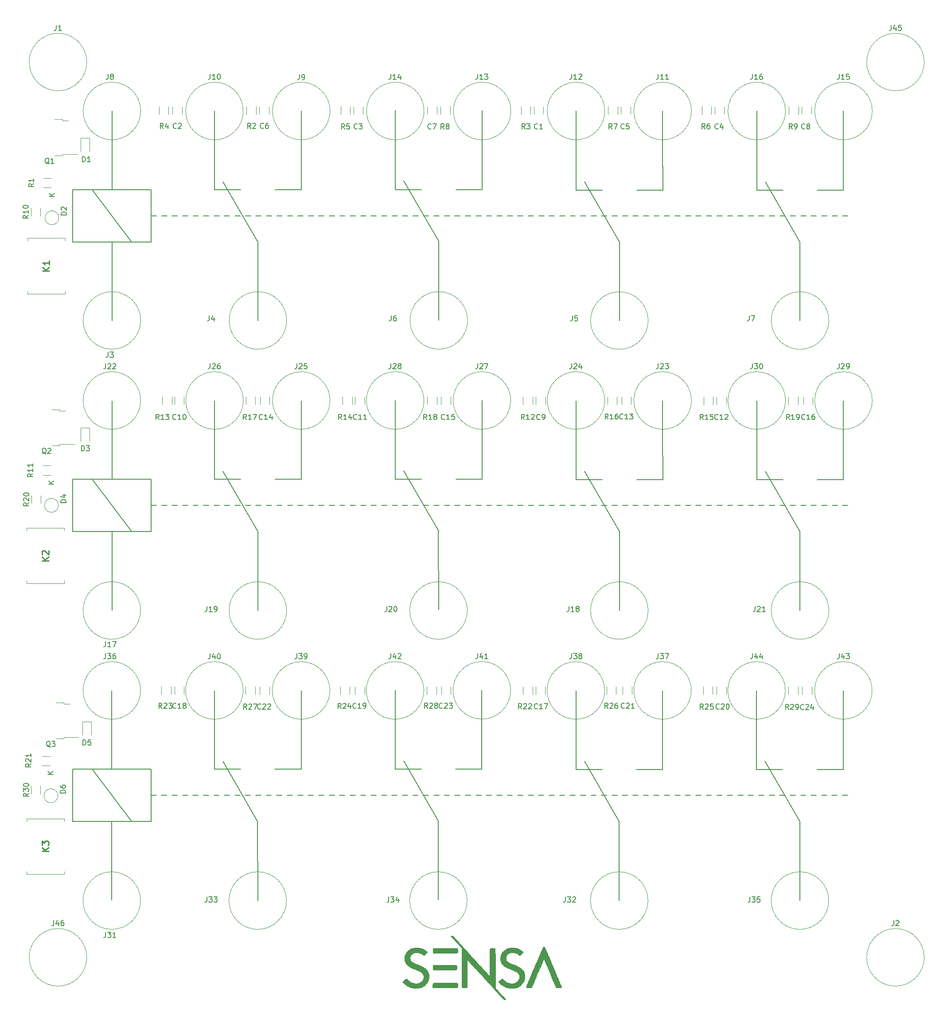
<source format=gbr>
%TF.GenerationSoftware,KiCad,Pcbnew,(5.1.9)-1*%
%TF.CreationDate,2021-07-25T11:44:51+02:00*%
%TF.ProjectId,RelayControls-HPK,52656c61-7943-46f6-9e74-726f6c732d48,V0.1*%
%TF.SameCoordinates,Original*%
%TF.FileFunction,Legend,Top*%
%TF.FilePolarity,Positive*%
%FSLAX46Y46*%
G04 Gerber Fmt 4.6, Leading zero omitted, Abs format (unit mm)*
G04 Created by KiCad (PCBNEW (5.1.9)-1) date 2021-07-25 11:44:51*
%MOMM*%
%LPD*%
G01*
G04 APERTURE LIST*
%ADD10C,0.200000*%
%ADD11C,0.120000*%
%ADD12C,0.010000*%
%ADD13C,0.100000*%
%ADD14C,0.150000*%
%ADD15C,0.254000*%
G04 APERTURE END LIST*
D10*
X163875000Y-169055000D02*
X164875000Y-169055000D01*
X47775000Y-169055000D02*
X48775000Y-169055000D01*
X73800000Y-169055000D02*
X74800000Y-169055000D01*
X107825000Y-169055000D02*
X108825000Y-169055000D01*
X53775000Y-169055000D02*
X54775000Y-169055000D01*
X171875000Y-169055000D02*
X172875000Y-169055000D01*
X57775000Y-169055000D02*
X58775000Y-169055000D01*
X63775000Y-169055000D02*
X64775000Y-169055000D01*
X74450000Y-149055000D02*
X74450000Y-159605000D01*
X177875000Y-169055000D02*
X178875000Y-169055000D01*
X51775000Y-169055000D02*
X52775000Y-169055000D01*
X59775000Y-169055000D02*
X60775000Y-169055000D01*
X34525000Y-164055000D02*
X42025000Y-174055000D01*
X161875000Y-169055000D02*
X162875000Y-169055000D01*
X38275000Y-164055000D02*
X38275000Y-149055000D01*
X175875000Y-169055000D02*
X176875000Y-169055000D01*
X95800000Y-169055000D02*
X96800000Y-169055000D01*
X55775000Y-169055000D02*
X56775000Y-169055000D01*
X74450000Y-159605000D02*
X74450000Y-164055000D01*
X101800000Y-169055000D02*
X102800000Y-169055000D01*
X87800000Y-169055000D02*
X88800000Y-169055000D01*
X83800000Y-169055000D02*
X84800000Y-169055000D01*
X71800000Y-169055000D02*
X72800000Y-169055000D01*
X153875000Y-169055000D02*
X154875000Y-169055000D01*
X109825000Y-169055000D02*
X110825000Y-169055000D01*
X165875000Y-169055000D02*
X166875000Y-169055000D01*
X93800000Y-169055000D02*
X94800000Y-169055000D01*
X57875000Y-149055000D02*
X57875000Y-159605000D01*
X85800000Y-169055000D02*
X86800000Y-169055000D01*
X99800000Y-169055000D02*
X100800000Y-169055000D01*
X49775000Y-169055000D02*
X50775000Y-169055000D01*
X65775000Y-169055000D02*
X66775000Y-169055000D01*
X57875000Y-159605000D02*
X57875000Y-164055000D01*
X61775000Y-169055000D02*
X62775000Y-169055000D01*
X89800000Y-169055000D02*
X90800000Y-169055000D01*
X159875000Y-169055000D02*
X160875000Y-169055000D01*
X69775000Y-169055000D02*
X70775000Y-169055000D01*
X135220000Y-174055000D02*
X128570000Y-162530000D01*
X121825000Y-169055000D02*
X122825000Y-169055000D01*
X133825000Y-169055000D02*
X134825000Y-169055000D01*
X129825000Y-169055000D02*
X130825000Y-169055000D01*
X38275000Y-174055000D02*
X38275000Y-189055000D01*
X137825000Y-169055000D02*
X138825000Y-169055000D01*
X157875000Y-169055000D02*
X158875000Y-169055000D01*
X126945000Y-149055000D02*
X126945000Y-159605000D01*
X30775000Y-174055000D02*
X30775000Y-164055000D01*
X127825000Y-169055000D02*
X128825000Y-169055000D01*
X135225000Y-189080000D02*
X135220000Y-174055000D01*
X91800000Y-169055000D02*
X92800000Y-169055000D01*
X145850000Y-169055000D02*
X146850000Y-169055000D01*
X149850000Y-169055000D02*
X150850000Y-169055000D01*
X57875000Y-164055000D02*
X62875000Y-164055000D01*
X126945000Y-164155000D02*
X131945000Y-164155000D01*
X169875000Y-169055000D02*
X170875000Y-169055000D01*
X135825000Y-169055000D02*
X136825000Y-169055000D01*
X119825000Y-169055000D02*
X120825000Y-169055000D01*
X45775000Y-164055000D02*
X45775000Y-174055000D01*
X126945000Y-159605000D02*
X126945000Y-164055000D01*
X117825000Y-169055000D02*
X118825000Y-169055000D01*
X143520000Y-159605000D02*
X143520000Y-164055000D01*
X123825000Y-169055000D02*
X124825000Y-169055000D01*
X143500000Y-149055000D02*
X143500000Y-159605000D01*
X155875000Y-169055000D02*
X156875000Y-169055000D01*
X167875000Y-169055000D02*
X168875000Y-169055000D01*
X66155000Y-189080000D02*
X66150000Y-174055000D01*
X67775000Y-169055000D02*
X68775000Y-169055000D01*
X97800000Y-169055000D02*
X98800000Y-169055000D01*
X173875000Y-169055000D02*
X174875000Y-169055000D01*
X161470000Y-149055000D02*
X161470000Y-159605000D01*
X69450000Y-164055000D02*
X74450000Y-164055000D01*
X143850000Y-169055000D02*
X144850000Y-169055000D01*
X147850000Y-169055000D02*
X148850000Y-169055000D01*
X66150000Y-174055000D02*
X59500000Y-162530000D01*
X138520000Y-164155000D02*
X143520000Y-164155000D01*
X45775000Y-164055000D02*
X30775000Y-164055000D01*
X131825000Y-169055000D02*
X132825000Y-169055000D01*
X92400000Y-164055000D02*
X97400000Y-164055000D01*
X161470000Y-159605000D02*
X161470000Y-164055000D01*
X178045000Y-159605000D02*
X178045000Y-164055000D01*
X169745000Y-174055000D02*
X163095000Y-162530000D01*
X79800000Y-169055000D02*
X80800000Y-169055000D01*
X75800000Y-169055000D02*
X76800000Y-169055000D01*
X178045000Y-149055000D02*
X178045000Y-159605000D01*
X173045000Y-164155000D02*
X178045000Y-164155000D01*
X139825000Y-169055000D02*
X140825000Y-169055000D01*
X151850000Y-169055000D02*
X152850000Y-169055000D01*
X105800000Y-169055000D02*
X106800000Y-169055000D01*
X113825000Y-169055000D02*
X114825000Y-169055000D01*
X100680000Y-188980000D02*
X100675000Y-173955000D01*
X115825000Y-169055000D02*
X116825000Y-169055000D01*
X103800000Y-169055000D02*
X104800000Y-169055000D01*
X111825000Y-169055000D02*
X112825000Y-169055000D01*
X92400000Y-159505000D02*
X92400000Y-163955000D01*
X108975000Y-148955000D02*
X108975000Y-159505000D01*
X103975000Y-164055000D02*
X108975000Y-164055000D01*
X45775000Y-169055000D02*
X46775000Y-169055000D01*
X169750000Y-189080000D02*
X169745000Y-174055000D01*
X161470000Y-164155000D02*
X166470000Y-164155000D01*
X125825000Y-169055000D02*
X126825000Y-169055000D01*
X141825000Y-169055000D02*
X142825000Y-169055000D01*
X100675000Y-173955000D02*
X94025000Y-162430000D01*
X81800000Y-169055000D02*
X82800000Y-169055000D01*
X92400000Y-148955000D02*
X92400000Y-159505000D01*
X77800000Y-169055000D02*
X78800000Y-169055000D01*
X30775000Y-174055000D02*
X45775000Y-174055000D01*
X108975000Y-159505000D02*
X108975000Y-163955000D01*
X177900000Y-113675000D02*
X178900000Y-113675000D01*
X161900000Y-113675000D02*
X162900000Y-113675000D01*
X175900000Y-113675000D02*
X176900000Y-113675000D01*
X153900000Y-113675000D02*
X154900000Y-113675000D01*
X109850000Y-113675000D02*
X110850000Y-113675000D01*
X165900000Y-113675000D02*
X166900000Y-113675000D01*
X171900000Y-113675000D02*
X172900000Y-113675000D01*
X163900000Y-113675000D02*
X164900000Y-113675000D01*
X74475000Y-104225000D02*
X74475000Y-108675000D01*
X74475000Y-93675000D02*
X74475000Y-104225000D01*
X57900000Y-104225000D02*
X57900000Y-108675000D01*
X57900000Y-93675000D02*
X57900000Y-104225000D01*
X73825000Y-113675000D02*
X74825000Y-113675000D01*
X71825000Y-113675000D02*
X72825000Y-113675000D01*
X51800000Y-113675000D02*
X52800000Y-113675000D01*
X47800000Y-113675000D02*
X48800000Y-113675000D01*
X49800000Y-113675000D02*
X50800000Y-113675000D01*
X65800000Y-113675000D02*
X66800000Y-113675000D01*
X61800000Y-113675000D02*
X62800000Y-113675000D01*
X59800000Y-113675000D02*
X60800000Y-113675000D01*
X57800000Y-113675000D02*
X58800000Y-113675000D01*
X63800000Y-113675000D02*
X64800000Y-113675000D01*
X55800000Y-113675000D02*
X56800000Y-113675000D01*
X53800000Y-113675000D02*
X54800000Y-113675000D01*
X34550000Y-108675000D02*
X42050000Y-118675000D01*
X38300000Y-108675000D02*
X38300000Y-93675000D01*
X107850000Y-113675000D02*
X108850000Y-113675000D01*
X95825000Y-113675000D02*
X96825000Y-113675000D01*
X87825000Y-113675000D02*
X88825000Y-113675000D01*
X83825000Y-113675000D02*
X84825000Y-113675000D01*
X85825000Y-113675000D02*
X86825000Y-113675000D01*
X101825000Y-113675000D02*
X102825000Y-113675000D01*
X99825000Y-113675000D02*
X100825000Y-113675000D01*
X89825000Y-113675000D02*
X90825000Y-113675000D01*
X93825000Y-113675000D02*
X94825000Y-113675000D01*
X97825000Y-113675000D02*
X98825000Y-113675000D01*
X91825000Y-113675000D02*
X92825000Y-113675000D01*
X69475000Y-108675000D02*
X74475000Y-108675000D01*
X57900000Y-108675000D02*
X62900000Y-108675000D01*
X143875000Y-113675000D02*
X144875000Y-113675000D01*
X147875000Y-113675000D02*
X148875000Y-113675000D01*
X123850000Y-113675000D02*
X124850000Y-113675000D01*
X145875000Y-113675000D02*
X146875000Y-113675000D01*
X119850000Y-113675000D02*
X120850000Y-113675000D01*
X133850000Y-113675000D02*
X134850000Y-113675000D01*
X137850000Y-113675000D02*
X138850000Y-113675000D01*
X155900000Y-113675000D02*
X156900000Y-113675000D01*
X169900000Y-113675000D02*
X170900000Y-113675000D01*
X131850000Y-113675000D02*
X132850000Y-113675000D01*
X121850000Y-113675000D02*
X122850000Y-113675000D01*
X173900000Y-113675000D02*
X174900000Y-113675000D01*
X159900000Y-113675000D02*
X160900000Y-113675000D01*
X167900000Y-113675000D02*
X168900000Y-113675000D01*
X157900000Y-113675000D02*
X158900000Y-113675000D01*
X117850000Y-113675000D02*
X118850000Y-113675000D01*
X149875000Y-113675000D02*
X150875000Y-113675000D01*
X129850000Y-113675000D02*
X130850000Y-113675000D01*
X135850000Y-113675000D02*
X136850000Y-113675000D01*
X127850000Y-113675000D02*
X128850000Y-113675000D01*
X126970000Y-104225000D02*
X126970000Y-108675000D01*
X143545000Y-104225000D02*
X143545000Y-108675000D01*
X138545000Y-108775000D02*
X143545000Y-108775000D01*
X143525000Y-93675000D02*
X143525000Y-104225000D01*
X126970000Y-93675000D02*
X126970000Y-104225000D01*
X126970000Y-108775000D02*
X131970000Y-108775000D01*
X135245000Y-118675000D02*
X128595000Y-107150000D01*
X135250000Y-133700000D02*
X135245000Y-118675000D01*
X66175000Y-118675000D02*
X59525000Y-107150000D01*
X66180000Y-133700000D02*
X66175000Y-118675000D01*
X69800000Y-113675000D02*
X70800000Y-113675000D01*
X67800000Y-113675000D02*
X68800000Y-113675000D01*
X38300000Y-118675000D02*
X38300000Y-133675000D01*
X45800000Y-108675000D02*
X30800000Y-108675000D01*
X45800000Y-108675000D02*
X45800000Y-118675000D01*
X30800000Y-118675000D02*
X30800000Y-108675000D01*
X161495000Y-93675000D02*
X161495000Y-104225000D01*
X178070000Y-104225000D02*
X178070000Y-108675000D01*
X178070000Y-93675000D02*
X178070000Y-104225000D01*
X169775000Y-133700000D02*
X169770000Y-118675000D01*
X161495000Y-104225000D02*
X161495000Y-108675000D01*
X161495000Y-108775000D02*
X166495000Y-108775000D01*
X169770000Y-118675000D02*
X163120000Y-107150000D01*
X173070000Y-108775000D02*
X178070000Y-108775000D01*
X30800000Y-118675000D02*
X45800000Y-118675000D01*
X139850000Y-113675000D02*
X140850000Y-113675000D01*
X125850000Y-113675000D02*
X126850000Y-113675000D01*
X141850000Y-113675000D02*
X142850000Y-113675000D01*
X151875000Y-113675000D02*
X152875000Y-113675000D01*
X81825000Y-113675000D02*
X82825000Y-113675000D01*
X105825000Y-113675000D02*
X106825000Y-113675000D01*
X103825000Y-113675000D02*
X104825000Y-113675000D01*
X111850000Y-113675000D02*
X112850000Y-113675000D01*
X113850000Y-113675000D02*
X114850000Y-113675000D01*
X115850000Y-113675000D02*
X116850000Y-113675000D01*
X92425000Y-108675000D02*
X97425000Y-108675000D01*
X100700000Y-118575000D02*
X94050000Y-107050000D01*
X104000000Y-108675000D02*
X109000000Y-108675000D01*
X100697500Y-133600000D02*
X100692500Y-118575000D01*
X109000000Y-104125000D02*
X109000000Y-108575000D01*
X109000000Y-93575000D02*
X109000000Y-104125000D01*
X92425000Y-104125000D02*
X92425000Y-108575000D01*
X92425000Y-93575000D02*
X92425000Y-104125000D01*
X45800000Y-113675000D02*
X46800000Y-113675000D01*
X75825000Y-113675000D02*
X76825000Y-113675000D01*
X77825000Y-113675000D02*
X78825000Y-113675000D01*
X79825000Y-113675000D02*
X80825000Y-113675000D01*
X177900000Y-58350000D02*
X178900000Y-58350000D01*
X173900000Y-58350000D02*
X174900000Y-58350000D01*
X175900000Y-58350000D02*
X176900000Y-58350000D01*
X141850000Y-58350000D02*
X142850000Y-58350000D01*
X151875000Y-58350000D02*
X152875000Y-58350000D01*
X125850000Y-58350000D02*
X126850000Y-58350000D01*
X139850000Y-58350000D02*
X140850000Y-58350000D01*
X117850000Y-58350000D02*
X118850000Y-58350000D01*
X149875000Y-58350000D02*
X150875000Y-58350000D01*
X129850000Y-58350000D02*
X130850000Y-58350000D01*
X135850000Y-58350000D02*
X136850000Y-58350000D01*
X127850000Y-58350000D02*
X128850000Y-58350000D01*
X147875000Y-58350000D02*
X148875000Y-58350000D01*
X145875000Y-58350000D02*
X146875000Y-58350000D01*
X119850000Y-58350000D02*
X120850000Y-58350000D01*
X133850000Y-58350000D02*
X134850000Y-58350000D01*
X137850000Y-58350000D02*
X138850000Y-58350000D01*
X123850000Y-58350000D02*
X124850000Y-58350000D01*
X131850000Y-58350000D02*
X132850000Y-58350000D01*
X143875000Y-58350000D02*
X144875000Y-58350000D01*
X121850000Y-58350000D02*
X122850000Y-58350000D01*
X159900000Y-58350000D02*
X160900000Y-58350000D01*
X155900000Y-58350000D02*
X156900000Y-58350000D01*
X157900000Y-58350000D02*
X158900000Y-58350000D01*
X169900000Y-58350000D02*
X170900000Y-58350000D01*
X167900000Y-58350000D02*
X168900000Y-58350000D01*
X165900000Y-58350000D02*
X166900000Y-58350000D01*
X171900000Y-58350000D02*
X172900000Y-58350000D01*
X163900000Y-58350000D02*
X164900000Y-58350000D01*
X161900000Y-58350000D02*
X162900000Y-58350000D01*
X153900000Y-58350000D02*
X154900000Y-58350000D01*
X109850000Y-58350000D02*
X110850000Y-58350000D01*
X107850000Y-58350000D02*
X108850000Y-58350000D01*
X87825000Y-58350000D02*
X88825000Y-58350000D01*
X83825000Y-58350000D02*
X84825000Y-58350000D01*
X85825000Y-58350000D02*
X86825000Y-58350000D01*
X101825000Y-58350000D02*
X102825000Y-58350000D01*
X97825000Y-58350000D02*
X98825000Y-58350000D01*
X95825000Y-58350000D02*
X96825000Y-58350000D01*
X93825000Y-58350000D02*
X94825000Y-58350000D01*
X99825000Y-58350000D02*
X100825000Y-58350000D01*
X91825000Y-58350000D02*
X92825000Y-58350000D01*
X89825000Y-58350000D02*
X90825000Y-58350000D01*
X105825000Y-58350000D02*
X106825000Y-58350000D01*
X103825000Y-58350000D02*
X104825000Y-58350000D01*
X81825000Y-58350000D02*
X82825000Y-58350000D01*
X111850000Y-58350000D02*
X112850000Y-58350000D01*
X113850000Y-58350000D02*
X114850000Y-58350000D01*
X115850000Y-58350000D02*
X116850000Y-58350000D01*
X79825000Y-58350000D02*
X80825000Y-58350000D01*
X77825000Y-58350000D02*
X78825000Y-58350000D01*
X75825000Y-58350000D02*
X76825000Y-58350000D01*
X73825000Y-58350000D02*
X74825000Y-58350000D01*
X71825000Y-58350000D02*
X72825000Y-58350000D01*
X69800000Y-58350000D02*
X70800000Y-58350000D01*
X67800000Y-58350000D02*
X68800000Y-58350000D01*
X65800000Y-58350000D02*
X66800000Y-58350000D01*
X63800000Y-58350000D02*
X64800000Y-58350000D01*
X61800000Y-58350000D02*
X62800000Y-58350000D01*
X59800000Y-58350000D02*
X60800000Y-58350000D01*
X57800000Y-58350000D02*
X58800000Y-58350000D01*
X55800000Y-58350000D02*
X56800000Y-58350000D01*
X53800000Y-58350000D02*
X54800000Y-58350000D01*
X51800000Y-58350000D02*
X52800000Y-58350000D01*
X49800000Y-58350000D02*
X50800000Y-58350000D01*
X47800000Y-58350000D02*
X48800000Y-58350000D01*
X45800000Y-58350000D02*
X46800000Y-58350000D01*
X161495000Y-48900000D02*
X161495000Y-53350000D01*
X178070000Y-48900000D02*
X178070000Y-53350000D01*
X173070000Y-53450000D02*
X178070000Y-53450000D01*
X178070000Y-38350000D02*
X178070000Y-48900000D01*
X161495000Y-38350000D02*
X161495000Y-48900000D01*
X161495000Y-53450000D02*
X166495000Y-53450000D01*
X169770000Y-63350000D02*
X163120000Y-51825000D01*
X169775000Y-78375000D02*
X169770000Y-63350000D01*
X126970000Y-53450000D02*
X131970000Y-53450000D01*
X135245000Y-63350000D02*
X128595000Y-51825000D01*
X138545000Y-53450000D02*
X143545000Y-53450000D01*
X135250000Y-78375000D02*
X135245000Y-63350000D01*
X143545000Y-48900000D02*
X143545000Y-53350000D01*
X143525000Y-38350000D02*
X143525000Y-48900000D01*
X126970000Y-48900000D02*
X126970000Y-53350000D01*
X126970000Y-38350000D02*
X126970000Y-48900000D01*
X109000000Y-48800000D02*
X109000000Y-53250000D01*
X109000000Y-38250000D02*
X109000000Y-48800000D01*
X92425000Y-48800000D02*
X92425000Y-53250000D01*
X92425000Y-38250000D02*
X92425000Y-48800000D01*
X104000000Y-53350000D02*
X109000000Y-53350000D01*
X92425000Y-53350000D02*
X97425000Y-53350000D01*
X100700000Y-63250000D02*
X94050000Y-51725000D01*
X100705000Y-78275000D02*
X100700000Y-63250000D01*
X66175000Y-63350000D02*
X59525000Y-51825000D01*
X66180000Y-78375000D02*
X66175000Y-63350000D01*
X69475000Y-53350000D02*
X74475000Y-53350000D01*
X57900000Y-53350000D02*
X62900000Y-53350000D01*
X74475000Y-48900000D02*
X74475000Y-53350000D01*
X74475000Y-38350000D02*
X74475000Y-48900000D01*
X57900000Y-48900000D02*
X57900000Y-53350000D01*
X57900000Y-38350000D02*
X57900000Y-48900000D01*
X38300000Y-63350000D02*
X38300000Y-78350000D01*
X38300000Y-53350000D02*
X38300000Y-38350000D01*
X34550000Y-53350000D02*
X42050000Y-63350000D01*
X30800000Y-63350000D02*
X30800000Y-53350000D01*
X45800000Y-53350000D02*
X30800000Y-53350000D01*
X45800000Y-53350000D02*
X45800000Y-63350000D01*
X30800000Y-63350000D02*
X45800000Y-63350000D01*
D11*
%TO.C,D3*%
X34050000Y-98825000D02*
X34050000Y-101375000D01*
X32350000Y-98825000D02*
X32350000Y-101375000D01*
X34050000Y-98825000D02*
X32350000Y-98825000D01*
%TO.C,Q3*%
X29094999Y-151594999D02*
X30194999Y-151594999D01*
X29094999Y-151324999D02*
X29094999Y-151594999D01*
X27594999Y-151324999D02*
X29094999Y-151324999D01*
X29094999Y-157954999D02*
X31924999Y-157954999D01*
X29094999Y-158224999D02*
X29094999Y-157954999D01*
X27594999Y-158224999D02*
X29094999Y-158224999D01*
D12*
%TO.C,G\u002A\u002A\u002A*%
G36*
X103272816Y-195920079D02*
G01*
X103331462Y-195921888D01*
X103347692Y-195922862D01*
X103394046Y-195926812D01*
X103425297Y-195931772D01*
X103446660Y-195939119D01*
X103463350Y-195950233D01*
X103468545Y-195954800D01*
X103473321Y-195959476D01*
X103481457Y-195967873D01*
X103493394Y-195980475D01*
X103509574Y-195997764D01*
X103530438Y-196020223D01*
X103556427Y-196048335D01*
X103587984Y-196082582D01*
X103625549Y-196123448D01*
X103669564Y-196171415D01*
X103720471Y-196226966D01*
X103778710Y-196290584D01*
X103844724Y-196362752D01*
X103918954Y-196443953D01*
X104001841Y-196534669D01*
X104093827Y-196635384D01*
X104195353Y-196746580D01*
X104306861Y-196868740D01*
X104428792Y-197002347D01*
X104561588Y-197147884D01*
X104705690Y-197305833D01*
X104861540Y-197476678D01*
X105029579Y-197660901D01*
X105210248Y-197858986D01*
X105403989Y-198071414D01*
X105484342Y-198159520D01*
X105605031Y-198291817D01*
X105738586Y-198438147D01*
X105884143Y-198597566D01*
X106040836Y-198769128D01*
X106207802Y-198951887D01*
X106384175Y-199144898D01*
X106569091Y-199347216D01*
X106761685Y-199557894D01*
X106961093Y-199775989D01*
X107166450Y-200000555D01*
X107376891Y-200230645D01*
X107591551Y-200465315D01*
X107809567Y-200703619D01*
X108030073Y-200944612D01*
X108252205Y-201187349D01*
X108475098Y-201430884D01*
X108697887Y-201674272D01*
X108919708Y-201916567D01*
X109139697Y-202156824D01*
X109356987Y-202394098D01*
X109545065Y-202599440D01*
X109656409Y-202720920D01*
X109764188Y-202838365D01*
X109867584Y-202950893D01*
X109965780Y-203057617D01*
X110057957Y-203157655D01*
X110143299Y-203250121D01*
X110220986Y-203334133D01*
X110290202Y-203408806D01*
X110350128Y-203473256D01*
X110399946Y-203526599D01*
X110438839Y-203567951D01*
X110465988Y-203596428D01*
X110480576Y-203611145D01*
X110482718Y-203612986D01*
X110503680Y-203625772D01*
X110503680Y-201050626D01*
X110503713Y-200747721D01*
X110503814Y-200464845D01*
X110503985Y-200201704D01*
X110504225Y-199958007D01*
X110504537Y-199733462D01*
X110504921Y-199527776D01*
X110505380Y-199340657D01*
X110505913Y-199171814D01*
X110506523Y-199020954D01*
X110507210Y-198887786D01*
X110507976Y-198772016D01*
X110508822Y-198673353D01*
X110509749Y-198591506D01*
X110510758Y-198526181D01*
X110511851Y-198477087D01*
X110513029Y-198443932D01*
X110514293Y-198426423D01*
X110514602Y-198424551D01*
X110534678Y-198364440D01*
X110567102Y-198318872D01*
X110614187Y-198284720D01*
X110620534Y-198281440D01*
X110671320Y-198256040D01*
X111006600Y-198256040D01*
X111109137Y-198256228D01*
X111193518Y-198256985D01*
X111261906Y-198258600D01*
X111316463Y-198261362D01*
X111359351Y-198265557D01*
X111392732Y-198271476D01*
X111418769Y-198279407D01*
X111439623Y-198289637D01*
X111457458Y-198302457D01*
X111474435Y-198318153D01*
X111474792Y-198318510D01*
X111499092Y-198348497D01*
X111518208Y-198381783D01*
X111521689Y-198390468D01*
X111522895Y-198397080D01*
X111524032Y-198410102D01*
X111525102Y-198430091D01*
X111526107Y-198457603D01*
X111527050Y-198493194D01*
X111527933Y-198537419D01*
X111528758Y-198590836D01*
X111529527Y-198653999D01*
X111530243Y-198727466D01*
X111530907Y-198811791D01*
X111531522Y-198907532D01*
X111532090Y-199015244D01*
X111532613Y-199135483D01*
X111533093Y-199268805D01*
X111533533Y-199415767D01*
X111533935Y-199576924D01*
X111534301Y-199752832D01*
X111534633Y-199944048D01*
X111534933Y-200151128D01*
X111535204Y-200374627D01*
X111535448Y-200615102D01*
X111535667Y-200873109D01*
X111535863Y-201149203D01*
X111536038Y-201443941D01*
X111536195Y-201757879D01*
X111536335Y-202091573D01*
X111536337Y-202096520D01*
X111536494Y-202450134D01*
X111536683Y-202783781D01*
X111536906Y-203097813D01*
X111537165Y-203392583D01*
X111537460Y-203668442D01*
X111537792Y-203925744D01*
X111538163Y-204164842D01*
X111538574Y-204386086D01*
X111539026Y-204589831D01*
X111539521Y-204776429D01*
X111540059Y-204946231D01*
X111540642Y-205099592D01*
X111541271Y-205236862D01*
X111541947Y-205358395D01*
X111542671Y-205464543D01*
X111543445Y-205555659D01*
X111544270Y-205632094D01*
X111545147Y-205694203D01*
X111546077Y-205742337D01*
X111547061Y-205776848D01*
X111548101Y-205798089D01*
X111549007Y-205805894D01*
X111562554Y-205840964D01*
X111582595Y-205877591D01*
X111589113Y-205887174D01*
X111600925Y-205901509D01*
X111625224Y-205929427D01*
X111660763Y-205969540D01*
X111706291Y-206020459D01*
X111760558Y-206080795D01*
X111822314Y-206149160D01*
X111890310Y-206224164D01*
X111963296Y-206304419D01*
X112040022Y-206388537D01*
X112059123Y-206409440D01*
X112115609Y-206471271D01*
X112180894Y-206542800D01*
X112253816Y-206622751D01*
X112333218Y-206709851D01*
X112417938Y-206802823D01*
X112506818Y-206900395D01*
X112598698Y-207001291D01*
X112692418Y-207104236D01*
X112786819Y-207207956D01*
X112880741Y-207311177D01*
X112973025Y-207412624D01*
X113062511Y-207511021D01*
X113148040Y-207605096D01*
X113228452Y-207693573D01*
X113302588Y-207775177D01*
X113369287Y-207848634D01*
X113427390Y-207912669D01*
X113475739Y-207966008D01*
X113513173Y-208007377D01*
X113538532Y-208035500D01*
X113544914Y-208042619D01*
X113557957Y-208059330D01*
X113561112Y-208067965D01*
X113561033Y-208068019D01*
X113549932Y-208068545D01*
X113522105Y-208068304D01*
X113481129Y-208067370D01*
X113430579Y-208065816D01*
X113399280Y-208064697D01*
X113321709Y-208060637D01*
X113260096Y-208054286D01*
X113210119Y-208044609D01*
X113167454Y-208030571D01*
X113127778Y-208011138D01*
X113097415Y-207992420D01*
X113086260Y-207982110D01*
X113062291Y-207957678D01*
X113026356Y-207920042D01*
X112979306Y-207870119D01*
X112921991Y-207808828D01*
X112855261Y-207737085D01*
X112779964Y-207655808D01*
X112696953Y-207565915D01*
X112607075Y-207468323D01*
X112511182Y-207363950D01*
X112410122Y-207253714D01*
X112304746Y-207138531D01*
X112195904Y-207019321D01*
X112181749Y-207003800D01*
X112013025Y-206818792D01*
X111844425Y-206633961D01*
X111675230Y-206448522D01*
X111504721Y-206261688D01*
X111332181Y-206072673D01*
X111156890Y-205880690D01*
X110978129Y-205684954D01*
X110795181Y-205484678D01*
X110607326Y-205279077D01*
X110413847Y-205067363D01*
X110214024Y-204848752D01*
X110007139Y-204622456D01*
X109792474Y-204387689D01*
X109569309Y-204143666D01*
X109336927Y-203889600D01*
X109094609Y-203624705D01*
X108841636Y-203348195D01*
X108577289Y-203059283D01*
X108300851Y-202757184D01*
X108011602Y-202441111D01*
X107928345Y-202350137D01*
X107778491Y-202186390D01*
X107631976Y-202026282D01*
X107489413Y-201870483D01*
X107351415Y-201719662D01*
X107218594Y-201574490D01*
X107091562Y-201435635D01*
X106970932Y-201303768D01*
X106857316Y-201179558D01*
X106751326Y-201063675D01*
X106653576Y-200956787D01*
X106564676Y-200859566D01*
X106485241Y-200772680D01*
X106415881Y-200696799D01*
X106357211Y-200632592D01*
X106309841Y-200580730D01*
X106274385Y-200541882D01*
X106251454Y-200516718D01*
X106241831Y-200506097D01*
X106234394Y-200497016D01*
X106227490Y-200487564D01*
X106221098Y-200478441D01*
X106215199Y-200470347D01*
X106209770Y-200463985D01*
X106204790Y-200460056D01*
X106200239Y-200459260D01*
X106196096Y-200462298D01*
X106192340Y-200469873D01*
X106188949Y-200482684D01*
X106185903Y-200501433D01*
X106183181Y-200526822D01*
X106180762Y-200559551D01*
X106178625Y-200600321D01*
X106176748Y-200649834D01*
X106175111Y-200708791D01*
X106173694Y-200777892D01*
X106172474Y-200857840D01*
X106171431Y-200949334D01*
X106170544Y-201053077D01*
X106169791Y-201169770D01*
X106169153Y-201300112D01*
X106168608Y-201444807D01*
X106168135Y-201604554D01*
X106167713Y-201780055D01*
X106167321Y-201972011D01*
X106166938Y-202181123D01*
X106166543Y-202408093D01*
X106166115Y-202653621D01*
X106165634Y-202918409D01*
X106165360Y-203061720D01*
X106160280Y-205662680D01*
X106134880Y-205707852D01*
X106105589Y-205746798D01*
X106064561Y-205776032D01*
X106058985Y-205778972D01*
X106008490Y-205804920D01*
X105675136Y-205808091D01*
X105579821Y-205808851D01*
X105502499Y-205809082D01*
X105440848Y-205808709D01*
X105392548Y-205807657D01*
X105355275Y-205805852D01*
X105326709Y-205803217D01*
X105304527Y-205799677D01*
X105287812Y-205795572D01*
X105233845Y-205774806D01*
X105195149Y-205746846D01*
X105166996Y-205708103D01*
X105163348Y-205701056D01*
X105161664Y-205697253D01*
X105160080Y-205692416D01*
X105158593Y-205685924D01*
X105157197Y-205677153D01*
X105155890Y-205665482D01*
X105154667Y-205650289D01*
X105153524Y-205630953D01*
X105152458Y-205606850D01*
X105151463Y-205577359D01*
X105150537Y-205541857D01*
X105149674Y-205499724D01*
X105148872Y-205450336D01*
X105148125Y-205393072D01*
X105147431Y-205327310D01*
X105146784Y-205252427D01*
X105146181Y-205167801D01*
X105145618Y-205072812D01*
X105145091Y-204966835D01*
X105144595Y-204849251D01*
X105144127Y-204719435D01*
X105143683Y-204576767D01*
X105143258Y-204420624D01*
X105142849Y-204250385D01*
X105142451Y-204065427D01*
X105142061Y-203865128D01*
X105141675Y-203648866D01*
X105141287Y-203416020D01*
X105140896Y-203165966D01*
X105140495Y-202898084D01*
X105140082Y-202611751D01*
X105139652Y-202306344D01*
X105139202Y-201981243D01*
X105139200Y-201979680D01*
X105134120Y-198296680D01*
X105111277Y-198240257D01*
X105094050Y-198202524D01*
X105074694Y-198167056D01*
X105063885Y-198150559D01*
X105052384Y-198136756D01*
X105028519Y-198109537D01*
X104993683Y-198070444D01*
X104949265Y-198021019D01*
X104896656Y-197962803D01*
X104837248Y-197897338D01*
X104772431Y-197826166D01*
X104703597Y-197750828D01*
X104679382Y-197724382D01*
X104609819Y-197648397D01*
X104532995Y-197564384D01*
X104449964Y-197473500D01*
X104361780Y-197376904D01*
X104269495Y-197275753D01*
X104174165Y-197171207D01*
X104076843Y-197064424D01*
X103978582Y-196956562D01*
X103880437Y-196848778D01*
X103783462Y-196742232D01*
X103688709Y-196638082D01*
X103597233Y-196537486D01*
X103510088Y-196441602D01*
X103428327Y-196351588D01*
X103353005Y-196268603D01*
X103285174Y-196193806D01*
X103225890Y-196128354D01*
X103176205Y-196073405D01*
X103137173Y-196030118D01*
X103109849Y-195999652D01*
X103096236Y-195984264D01*
X103046871Y-195927369D01*
X103150695Y-195921846D01*
X103208823Y-195920046D01*
X103272816Y-195920079D01*
G37*
X103272816Y-195920079D02*
X103331462Y-195921888D01*
X103347692Y-195922862D01*
X103394046Y-195926812D01*
X103425297Y-195931772D01*
X103446660Y-195939119D01*
X103463350Y-195950233D01*
X103468545Y-195954800D01*
X103473321Y-195959476D01*
X103481457Y-195967873D01*
X103493394Y-195980475D01*
X103509574Y-195997764D01*
X103530438Y-196020223D01*
X103556427Y-196048335D01*
X103587984Y-196082582D01*
X103625549Y-196123448D01*
X103669564Y-196171415D01*
X103720471Y-196226966D01*
X103778710Y-196290584D01*
X103844724Y-196362752D01*
X103918954Y-196443953D01*
X104001841Y-196534669D01*
X104093827Y-196635384D01*
X104195353Y-196746580D01*
X104306861Y-196868740D01*
X104428792Y-197002347D01*
X104561588Y-197147884D01*
X104705690Y-197305833D01*
X104861540Y-197476678D01*
X105029579Y-197660901D01*
X105210248Y-197858986D01*
X105403989Y-198071414D01*
X105484342Y-198159520D01*
X105605031Y-198291817D01*
X105738586Y-198438147D01*
X105884143Y-198597566D01*
X106040836Y-198769128D01*
X106207802Y-198951887D01*
X106384175Y-199144898D01*
X106569091Y-199347216D01*
X106761685Y-199557894D01*
X106961093Y-199775989D01*
X107166450Y-200000555D01*
X107376891Y-200230645D01*
X107591551Y-200465315D01*
X107809567Y-200703619D01*
X108030073Y-200944612D01*
X108252205Y-201187349D01*
X108475098Y-201430884D01*
X108697887Y-201674272D01*
X108919708Y-201916567D01*
X109139697Y-202156824D01*
X109356987Y-202394098D01*
X109545065Y-202599440D01*
X109656409Y-202720920D01*
X109764188Y-202838365D01*
X109867584Y-202950893D01*
X109965780Y-203057617D01*
X110057957Y-203157655D01*
X110143299Y-203250121D01*
X110220986Y-203334133D01*
X110290202Y-203408806D01*
X110350128Y-203473256D01*
X110399946Y-203526599D01*
X110438839Y-203567951D01*
X110465988Y-203596428D01*
X110480576Y-203611145D01*
X110482718Y-203612986D01*
X110503680Y-203625772D01*
X110503680Y-201050626D01*
X110503713Y-200747721D01*
X110503814Y-200464845D01*
X110503985Y-200201704D01*
X110504225Y-199958007D01*
X110504537Y-199733462D01*
X110504921Y-199527776D01*
X110505380Y-199340657D01*
X110505913Y-199171814D01*
X110506523Y-199020954D01*
X110507210Y-198887786D01*
X110507976Y-198772016D01*
X110508822Y-198673353D01*
X110509749Y-198591506D01*
X110510758Y-198526181D01*
X110511851Y-198477087D01*
X110513029Y-198443932D01*
X110514293Y-198426423D01*
X110514602Y-198424551D01*
X110534678Y-198364440D01*
X110567102Y-198318872D01*
X110614187Y-198284720D01*
X110620534Y-198281440D01*
X110671320Y-198256040D01*
X111006600Y-198256040D01*
X111109137Y-198256228D01*
X111193518Y-198256985D01*
X111261906Y-198258600D01*
X111316463Y-198261362D01*
X111359351Y-198265557D01*
X111392732Y-198271476D01*
X111418769Y-198279407D01*
X111439623Y-198289637D01*
X111457458Y-198302457D01*
X111474435Y-198318153D01*
X111474792Y-198318510D01*
X111499092Y-198348497D01*
X111518208Y-198381783D01*
X111521689Y-198390468D01*
X111522895Y-198397080D01*
X111524032Y-198410102D01*
X111525102Y-198430091D01*
X111526107Y-198457603D01*
X111527050Y-198493194D01*
X111527933Y-198537419D01*
X111528758Y-198590836D01*
X111529527Y-198653999D01*
X111530243Y-198727466D01*
X111530907Y-198811791D01*
X111531522Y-198907532D01*
X111532090Y-199015244D01*
X111532613Y-199135483D01*
X111533093Y-199268805D01*
X111533533Y-199415767D01*
X111533935Y-199576924D01*
X111534301Y-199752832D01*
X111534633Y-199944048D01*
X111534933Y-200151128D01*
X111535204Y-200374627D01*
X111535448Y-200615102D01*
X111535667Y-200873109D01*
X111535863Y-201149203D01*
X111536038Y-201443941D01*
X111536195Y-201757879D01*
X111536335Y-202091573D01*
X111536337Y-202096520D01*
X111536494Y-202450134D01*
X111536683Y-202783781D01*
X111536906Y-203097813D01*
X111537165Y-203392583D01*
X111537460Y-203668442D01*
X111537792Y-203925744D01*
X111538163Y-204164842D01*
X111538574Y-204386086D01*
X111539026Y-204589831D01*
X111539521Y-204776429D01*
X111540059Y-204946231D01*
X111540642Y-205099592D01*
X111541271Y-205236862D01*
X111541947Y-205358395D01*
X111542671Y-205464543D01*
X111543445Y-205555659D01*
X111544270Y-205632094D01*
X111545147Y-205694203D01*
X111546077Y-205742337D01*
X111547061Y-205776848D01*
X111548101Y-205798089D01*
X111549007Y-205805894D01*
X111562554Y-205840964D01*
X111582595Y-205877591D01*
X111589113Y-205887174D01*
X111600925Y-205901509D01*
X111625224Y-205929427D01*
X111660763Y-205969540D01*
X111706291Y-206020459D01*
X111760558Y-206080795D01*
X111822314Y-206149160D01*
X111890310Y-206224164D01*
X111963296Y-206304419D01*
X112040022Y-206388537D01*
X112059123Y-206409440D01*
X112115609Y-206471271D01*
X112180894Y-206542800D01*
X112253816Y-206622751D01*
X112333218Y-206709851D01*
X112417938Y-206802823D01*
X112506818Y-206900395D01*
X112598698Y-207001291D01*
X112692418Y-207104236D01*
X112786819Y-207207956D01*
X112880741Y-207311177D01*
X112973025Y-207412624D01*
X113062511Y-207511021D01*
X113148040Y-207605096D01*
X113228452Y-207693573D01*
X113302588Y-207775177D01*
X113369287Y-207848634D01*
X113427390Y-207912669D01*
X113475739Y-207966008D01*
X113513173Y-208007377D01*
X113538532Y-208035500D01*
X113544914Y-208042619D01*
X113557957Y-208059330D01*
X113561112Y-208067965D01*
X113561033Y-208068019D01*
X113549932Y-208068545D01*
X113522105Y-208068304D01*
X113481129Y-208067370D01*
X113430579Y-208065816D01*
X113399280Y-208064697D01*
X113321709Y-208060637D01*
X113260096Y-208054286D01*
X113210119Y-208044609D01*
X113167454Y-208030571D01*
X113127778Y-208011138D01*
X113097415Y-207992420D01*
X113086260Y-207982110D01*
X113062291Y-207957678D01*
X113026356Y-207920042D01*
X112979306Y-207870119D01*
X112921991Y-207808828D01*
X112855261Y-207737085D01*
X112779964Y-207655808D01*
X112696953Y-207565915D01*
X112607075Y-207468323D01*
X112511182Y-207363950D01*
X112410122Y-207253714D01*
X112304746Y-207138531D01*
X112195904Y-207019321D01*
X112181749Y-207003800D01*
X112013025Y-206818792D01*
X111844425Y-206633961D01*
X111675230Y-206448522D01*
X111504721Y-206261688D01*
X111332181Y-206072673D01*
X111156890Y-205880690D01*
X110978129Y-205684954D01*
X110795181Y-205484678D01*
X110607326Y-205279077D01*
X110413847Y-205067363D01*
X110214024Y-204848752D01*
X110007139Y-204622456D01*
X109792474Y-204387689D01*
X109569309Y-204143666D01*
X109336927Y-203889600D01*
X109094609Y-203624705D01*
X108841636Y-203348195D01*
X108577289Y-203059283D01*
X108300851Y-202757184D01*
X108011602Y-202441111D01*
X107928345Y-202350137D01*
X107778491Y-202186390D01*
X107631976Y-202026282D01*
X107489413Y-201870483D01*
X107351415Y-201719662D01*
X107218594Y-201574490D01*
X107091562Y-201435635D01*
X106970932Y-201303768D01*
X106857316Y-201179558D01*
X106751326Y-201063675D01*
X106653576Y-200956787D01*
X106564676Y-200859566D01*
X106485241Y-200772680D01*
X106415881Y-200696799D01*
X106357211Y-200632592D01*
X106309841Y-200580730D01*
X106274385Y-200541882D01*
X106251454Y-200516718D01*
X106241831Y-200506097D01*
X106234394Y-200497016D01*
X106227490Y-200487564D01*
X106221098Y-200478441D01*
X106215199Y-200470347D01*
X106209770Y-200463985D01*
X106204790Y-200460056D01*
X106200239Y-200459260D01*
X106196096Y-200462298D01*
X106192340Y-200469873D01*
X106188949Y-200482684D01*
X106185903Y-200501433D01*
X106183181Y-200526822D01*
X106180762Y-200559551D01*
X106178625Y-200600321D01*
X106176748Y-200649834D01*
X106175111Y-200708791D01*
X106173694Y-200777892D01*
X106172474Y-200857840D01*
X106171431Y-200949334D01*
X106170544Y-201053077D01*
X106169791Y-201169770D01*
X106169153Y-201300112D01*
X106168608Y-201444807D01*
X106168135Y-201604554D01*
X106167713Y-201780055D01*
X106167321Y-201972011D01*
X106166938Y-202181123D01*
X106166543Y-202408093D01*
X106166115Y-202653621D01*
X106165634Y-202918409D01*
X106165360Y-203061720D01*
X106160280Y-205662680D01*
X106134880Y-205707852D01*
X106105589Y-205746798D01*
X106064561Y-205776032D01*
X106058985Y-205778972D01*
X106008490Y-205804920D01*
X105675136Y-205808091D01*
X105579821Y-205808851D01*
X105502499Y-205809082D01*
X105440848Y-205808709D01*
X105392548Y-205807657D01*
X105355275Y-205805852D01*
X105326709Y-205803217D01*
X105304527Y-205799677D01*
X105287812Y-205795572D01*
X105233845Y-205774806D01*
X105195149Y-205746846D01*
X105166996Y-205708103D01*
X105163348Y-205701056D01*
X105161664Y-205697253D01*
X105160080Y-205692416D01*
X105158593Y-205685924D01*
X105157197Y-205677153D01*
X105155890Y-205665482D01*
X105154667Y-205650289D01*
X105153524Y-205630953D01*
X105152458Y-205606850D01*
X105151463Y-205577359D01*
X105150537Y-205541857D01*
X105149674Y-205499724D01*
X105148872Y-205450336D01*
X105148125Y-205393072D01*
X105147431Y-205327310D01*
X105146784Y-205252427D01*
X105146181Y-205167801D01*
X105145618Y-205072812D01*
X105145091Y-204966835D01*
X105144595Y-204849251D01*
X105144127Y-204719435D01*
X105143683Y-204576767D01*
X105143258Y-204420624D01*
X105142849Y-204250385D01*
X105142451Y-204065427D01*
X105142061Y-203865128D01*
X105141675Y-203648866D01*
X105141287Y-203416020D01*
X105140896Y-203165966D01*
X105140495Y-202898084D01*
X105140082Y-202611751D01*
X105139652Y-202306344D01*
X105139202Y-201981243D01*
X105139200Y-201979680D01*
X105134120Y-198296680D01*
X105111277Y-198240257D01*
X105094050Y-198202524D01*
X105074694Y-198167056D01*
X105063885Y-198150559D01*
X105052384Y-198136756D01*
X105028519Y-198109537D01*
X104993683Y-198070444D01*
X104949265Y-198021019D01*
X104896656Y-197962803D01*
X104837248Y-197897338D01*
X104772431Y-197826166D01*
X104703597Y-197750828D01*
X104679382Y-197724382D01*
X104609819Y-197648397D01*
X104532995Y-197564384D01*
X104449964Y-197473500D01*
X104361780Y-197376904D01*
X104269495Y-197275753D01*
X104174165Y-197171207D01*
X104076843Y-197064424D01*
X103978582Y-196956562D01*
X103880437Y-196848778D01*
X103783462Y-196742232D01*
X103688709Y-196638082D01*
X103597233Y-196537486D01*
X103510088Y-196441602D01*
X103428327Y-196351588D01*
X103353005Y-196268603D01*
X103285174Y-196193806D01*
X103225890Y-196128354D01*
X103176205Y-196073405D01*
X103137173Y-196030118D01*
X103109849Y-195999652D01*
X103096236Y-195984264D01*
X103046871Y-195927369D01*
X103150695Y-195921846D01*
X103208823Y-195920046D01*
X103272816Y-195920079D01*
G36*
X96618345Y-198155793D02*
G01*
X96719312Y-198158619D01*
X96811119Y-198163550D01*
X96888985Y-198170587D01*
X96909600Y-198173203D01*
X97144790Y-198214056D01*
X97368105Y-198270293D01*
X97581186Y-198342669D01*
X97785674Y-198431941D01*
X97983209Y-198538865D01*
X98175433Y-198664197D01*
X98363987Y-198808695D01*
X98453079Y-198884563D01*
X98490743Y-198918126D01*
X98522170Y-198947005D01*
X98544543Y-198968544D01*
X98555047Y-198980088D01*
X98555489Y-198981083D01*
X98549014Y-198989904D01*
X98530560Y-199012314D01*
X98501561Y-199046636D01*
X98463452Y-199091195D01*
X98417667Y-199144316D01*
X98365642Y-199204322D01*
X98308811Y-199269540D01*
X98292636Y-199288045D01*
X98215564Y-199375634D01*
X98150788Y-199448078D01*
X98097747Y-199505972D01*
X98055882Y-199549907D01*
X98024633Y-199580479D01*
X98003441Y-199598278D01*
X97995487Y-199603005D01*
X97951988Y-199613633D01*
X97900023Y-199615236D01*
X97849239Y-199607997D01*
X97824000Y-199599765D01*
X97801673Y-199587206D01*
X97768653Y-199564882D01*
X97729743Y-199536173D01*
X97697000Y-199510391D01*
X97536283Y-199390961D01*
X97372959Y-199291558D01*
X97206681Y-199212018D01*
X97037107Y-199152175D01*
X96870134Y-199112966D01*
X96793869Y-199101984D01*
X96705455Y-199093615D01*
X96609877Y-199087971D01*
X96512118Y-199085159D01*
X96417163Y-199085291D01*
X96329997Y-199088475D01*
X96255605Y-199094822D01*
X96227091Y-199098826D01*
X96072603Y-199133237D01*
X95928074Y-199183571D01*
X95794555Y-199248936D01*
X95673096Y-199328442D01*
X95564747Y-199421199D01*
X95470560Y-199526317D01*
X95391583Y-199642904D01*
X95328869Y-199770070D01*
X95286242Y-199896368D01*
X95275583Y-199938772D01*
X95268267Y-199976415D01*
X95263706Y-200014988D01*
X95261313Y-200060180D01*
X95260500Y-200117682D01*
X95260487Y-200145800D01*
X95261212Y-200212889D01*
X95263444Y-200265014D01*
X95267691Y-200307506D01*
X95274462Y-200345698D01*
X95282777Y-200379480D01*
X95312144Y-200471363D01*
X95349130Y-200555543D01*
X95395229Y-200633517D01*
X95451935Y-200706778D01*
X95520745Y-200776823D01*
X95603152Y-200845145D01*
X95700652Y-200913241D01*
X95814740Y-200982605D01*
X95946909Y-201054732D01*
X95969800Y-201066611D01*
X96014168Y-201089304D01*
X96057068Y-201110770D01*
X96100424Y-201131860D01*
X96146161Y-201153427D01*
X96196206Y-201176325D01*
X96252482Y-201201405D01*
X96316915Y-201229522D01*
X96391431Y-201261527D01*
X96477954Y-201298274D01*
X96578409Y-201340616D01*
X96694722Y-201389405D01*
X96762280Y-201417676D01*
X96941385Y-201492903D01*
X97102846Y-201561463D01*
X97247970Y-201624018D01*
X97378067Y-201681232D01*
X97494442Y-201733768D01*
X97598405Y-201782289D01*
X97691262Y-201827457D01*
X97774322Y-201869936D01*
X97848892Y-201910389D01*
X97916281Y-201949477D01*
X97977795Y-201987866D01*
X98034743Y-202026217D01*
X98088433Y-202065193D01*
X98140172Y-202105457D01*
X98174520Y-202133588D01*
X98319408Y-202267268D01*
X98447781Y-202412753D01*
X98559494Y-202569814D01*
X98654404Y-202738222D01*
X98732368Y-202917747D01*
X98793243Y-203108162D01*
X98800044Y-203134293D01*
X98841182Y-203337273D01*
X98862656Y-203542739D01*
X98864526Y-203748938D01*
X98846854Y-203954112D01*
X98809702Y-204156505D01*
X98757877Y-204340227D01*
X98723346Y-204433836D01*
X98679928Y-204535308D01*
X98630732Y-204638245D01*
X98578866Y-204736248D01*
X98527439Y-204822921D01*
X98511378Y-204847523D01*
X98382141Y-205022286D01*
X98239114Y-205182258D01*
X98082674Y-205327213D01*
X97913198Y-205456926D01*
X97731063Y-205571173D01*
X97536646Y-205669729D01*
X97330323Y-205752369D01*
X97112471Y-205818869D01*
X96883468Y-205869003D01*
X96767360Y-205887519D01*
X96715672Y-205893097D01*
X96648091Y-205897876D01*
X96569032Y-205901768D01*
X96482911Y-205904683D01*
X96394140Y-205906531D01*
X96307136Y-205907223D01*
X96226314Y-205906669D01*
X96156087Y-205904781D01*
X96100871Y-205901468D01*
X96096800Y-205901098D01*
X95847008Y-205867925D01*
X95600367Y-205816125D01*
X95358619Y-205746386D01*
X95123506Y-205659398D01*
X94896772Y-205555850D01*
X94680160Y-205436430D01*
X94475413Y-205301827D01*
X94359440Y-205214425D01*
X94311433Y-205174381D01*
X94258177Y-205126567D01*
X94201474Y-205072925D01*
X94143122Y-205015397D01*
X94084922Y-204955927D01*
X94028675Y-204896457D01*
X93976180Y-204838928D01*
X93929238Y-204785283D01*
X93889650Y-204737464D01*
X93859216Y-204697414D01*
X93839735Y-204667075D01*
X93833008Y-204648389D01*
X93833217Y-204646684D01*
X93841844Y-204636246D01*
X93864205Y-204614768D01*
X93898230Y-204583986D01*
X93941848Y-204545634D01*
X93992991Y-204501447D01*
X94049589Y-204453159D01*
X94109571Y-204402505D01*
X94170869Y-204351219D01*
X94231412Y-204301035D01*
X94289131Y-204253689D01*
X94341955Y-204210914D01*
X94387816Y-204174445D01*
X94424643Y-204146016D01*
X94450366Y-204127363D01*
X94460144Y-204121306D01*
X94493763Y-204107913D01*
X94527525Y-204104143D01*
X94568095Y-204109900D01*
X94603180Y-204119271D01*
X94622306Y-204125777D01*
X94640512Y-204134515D01*
X94660199Y-204147473D01*
X94683767Y-204166642D01*
X94713619Y-204194014D01*
X94752155Y-204231577D01*
X94801777Y-204281322D01*
X94815844Y-204295538D01*
X94867926Y-204347365D01*
X94921030Y-204398685D01*
X94971547Y-204446118D01*
X95015866Y-204486286D01*
X95050380Y-204515808D01*
X95055400Y-204519831D01*
X95217748Y-204637394D01*
X95385425Y-204737399D01*
X95560646Y-204820824D01*
X95745629Y-204888645D01*
X95942591Y-204941839D01*
X96073095Y-204968151D01*
X96148235Y-204978738D01*
X96235365Y-204986467D01*
X96329740Y-204991300D01*
X96426611Y-204993200D01*
X96521233Y-204992126D01*
X96608859Y-204988042D01*
X96684741Y-204980908D01*
X96731431Y-204973466D01*
X96901957Y-204929989D01*
X97060364Y-204871001D01*
X97206116Y-204796886D01*
X97338676Y-204708028D01*
X97457508Y-204604813D01*
X97562077Y-204487625D01*
X97651844Y-204356847D01*
X97691841Y-204284873D01*
X97751677Y-204154102D01*
X97794172Y-204025834D01*
X97820391Y-203895253D01*
X97831397Y-203757544D01*
X97830686Y-203656080D01*
X97820675Y-203526891D01*
X97800155Y-203411571D01*
X97767851Y-203305887D01*
X97722484Y-203205607D01*
X97666724Y-203112389D01*
X97628047Y-203058968D01*
X97584353Y-203008313D01*
X97533990Y-202959276D01*
X97475304Y-202910710D01*
X97406645Y-202861470D01*
X97326358Y-202810408D01*
X97232792Y-202756377D01*
X97124294Y-202698231D01*
X96999212Y-202634823D01*
X96928573Y-202600123D01*
X96863878Y-202568834D01*
X96802657Y-202539742D01*
X96742577Y-202511838D01*
X96681303Y-202484115D01*
X96616498Y-202455562D01*
X96545829Y-202425171D01*
X96466961Y-202391933D01*
X96377558Y-202354839D01*
X96275286Y-202312881D01*
X96157810Y-202265048D01*
X96081560Y-202234124D01*
X95918120Y-202167346D01*
X95767965Y-202104840D01*
X95632179Y-202047074D01*
X95511848Y-201994520D01*
X95408057Y-201947646D01*
X95321890Y-201906924D01*
X95292548Y-201892436D01*
X95108149Y-201790367D01*
X94941098Y-201677736D01*
X94791341Y-201554468D01*
X94658821Y-201420490D01*
X94543482Y-201275726D01*
X94445269Y-201120102D01*
X94364127Y-200953544D01*
X94299999Y-200775977D01*
X94252830Y-200587326D01*
X94233684Y-200476000D01*
X94213612Y-200276203D01*
X94211669Y-200079149D01*
X94227800Y-199887339D01*
X94249364Y-199759720D01*
X94296542Y-199580494D01*
X94362899Y-199407021D01*
X94447890Y-199240166D01*
X94550973Y-199080794D01*
X94671602Y-198929771D01*
X94809233Y-198787963D01*
X94923320Y-198688146D01*
X95094735Y-198560171D01*
X95273781Y-198450157D01*
X95461443Y-198357691D01*
X95658704Y-198282356D01*
X95866549Y-198223737D01*
X96085962Y-198181419D01*
X96143484Y-198173239D01*
X96218519Y-198165541D01*
X96308305Y-198159946D01*
X96408059Y-198156457D01*
X96513000Y-198155072D01*
X96618345Y-198155793D01*
G37*
X96618345Y-198155793D02*
X96719312Y-198158619D01*
X96811119Y-198163550D01*
X96888985Y-198170587D01*
X96909600Y-198173203D01*
X97144790Y-198214056D01*
X97368105Y-198270293D01*
X97581186Y-198342669D01*
X97785674Y-198431941D01*
X97983209Y-198538865D01*
X98175433Y-198664197D01*
X98363987Y-198808695D01*
X98453079Y-198884563D01*
X98490743Y-198918126D01*
X98522170Y-198947005D01*
X98544543Y-198968544D01*
X98555047Y-198980088D01*
X98555489Y-198981083D01*
X98549014Y-198989904D01*
X98530560Y-199012314D01*
X98501561Y-199046636D01*
X98463452Y-199091195D01*
X98417667Y-199144316D01*
X98365642Y-199204322D01*
X98308811Y-199269540D01*
X98292636Y-199288045D01*
X98215564Y-199375634D01*
X98150788Y-199448078D01*
X98097747Y-199505972D01*
X98055882Y-199549907D01*
X98024633Y-199580479D01*
X98003441Y-199598278D01*
X97995487Y-199603005D01*
X97951988Y-199613633D01*
X97900023Y-199615236D01*
X97849239Y-199607997D01*
X97824000Y-199599765D01*
X97801673Y-199587206D01*
X97768653Y-199564882D01*
X97729743Y-199536173D01*
X97697000Y-199510391D01*
X97536283Y-199390961D01*
X97372959Y-199291558D01*
X97206681Y-199212018D01*
X97037107Y-199152175D01*
X96870134Y-199112966D01*
X96793869Y-199101984D01*
X96705455Y-199093615D01*
X96609877Y-199087971D01*
X96512118Y-199085159D01*
X96417163Y-199085291D01*
X96329997Y-199088475D01*
X96255605Y-199094822D01*
X96227091Y-199098826D01*
X96072603Y-199133237D01*
X95928074Y-199183571D01*
X95794555Y-199248936D01*
X95673096Y-199328442D01*
X95564747Y-199421199D01*
X95470560Y-199526317D01*
X95391583Y-199642904D01*
X95328869Y-199770070D01*
X95286242Y-199896368D01*
X95275583Y-199938772D01*
X95268267Y-199976415D01*
X95263706Y-200014988D01*
X95261313Y-200060180D01*
X95260500Y-200117682D01*
X95260487Y-200145800D01*
X95261212Y-200212889D01*
X95263444Y-200265014D01*
X95267691Y-200307506D01*
X95274462Y-200345698D01*
X95282777Y-200379480D01*
X95312144Y-200471363D01*
X95349130Y-200555543D01*
X95395229Y-200633517D01*
X95451935Y-200706778D01*
X95520745Y-200776823D01*
X95603152Y-200845145D01*
X95700652Y-200913241D01*
X95814740Y-200982605D01*
X95946909Y-201054732D01*
X95969800Y-201066611D01*
X96014168Y-201089304D01*
X96057068Y-201110770D01*
X96100424Y-201131860D01*
X96146161Y-201153427D01*
X96196206Y-201176325D01*
X96252482Y-201201405D01*
X96316915Y-201229522D01*
X96391431Y-201261527D01*
X96477954Y-201298274D01*
X96578409Y-201340616D01*
X96694722Y-201389405D01*
X96762280Y-201417676D01*
X96941385Y-201492903D01*
X97102846Y-201561463D01*
X97247970Y-201624018D01*
X97378067Y-201681232D01*
X97494442Y-201733768D01*
X97598405Y-201782289D01*
X97691262Y-201827457D01*
X97774322Y-201869936D01*
X97848892Y-201910389D01*
X97916281Y-201949477D01*
X97977795Y-201987866D01*
X98034743Y-202026217D01*
X98088433Y-202065193D01*
X98140172Y-202105457D01*
X98174520Y-202133588D01*
X98319408Y-202267268D01*
X98447781Y-202412753D01*
X98559494Y-202569814D01*
X98654404Y-202738222D01*
X98732368Y-202917747D01*
X98793243Y-203108162D01*
X98800044Y-203134293D01*
X98841182Y-203337273D01*
X98862656Y-203542739D01*
X98864526Y-203748938D01*
X98846854Y-203954112D01*
X98809702Y-204156505D01*
X98757877Y-204340227D01*
X98723346Y-204433836D01*
X98679928Y-204535308D01*
X98630732Y-204638245D01*
X98578866Y-204736248D01*
X98527439Y-204822921D01*
X98511378Y-204847523D01*
X98382141Y-205022286D01*
X98239114Y-205182258D01*
X98082674Y-205327213D01*
X97913198Y-205456926D01*
X97731063Y-205571173D01*
X97536646Y-205669729D01*
X97330323Y-205752369D01*
X97112471Y-205818869D01*
X96883468Y-205869003D01*
X96767360Y-205887519D01*
X96715672Y-205893097D01*
X96648091Y-205897876D01*
X96569032Y-205901768D01*
X96482911Y-205904683D01*
X96394140Y-205906531D01*
X96307136Y-205907223D01*
X96226314Y-205906669D01*
X96156087Y-205904781D01*
X96100871Y-205901468D01*
X96096800Y-205901098D01*
X95847008Y-205867925D01*
X95600367Y-205816125D01*
X95358619Y-205746386D01*
X95123506Y-205659398D01*
X94896772Y-205555850D01*
X94680160Y-205436430D01*
X94475413Y-205301827D01*
X94359440Y-205214425D01*
X94311433Y-205174381D01*
X94258177Y-205126567D01*
X94201474Y-205072925D01*
X94143122Y-205015397D01*
X94084922Y-204955927D01*
X94028675Y-204896457D01*
X93976180Y-204838928D01*
X93929238Y-204785283D01*
X93889650Y-204737464D01*
X93859216Y-204697414D01*
X93839735Y-204667075D01*
X93833008Y-204648389D01*
X93833217Y-204646684D01*
X93841844Y-204636246D01*
X93864205Y-204614768D01*
X93898230Y-204583986D01*
X93941848Y-204545634D01*
X93992991Y-204501447D01*
X94049589Y-204453159D01*
X94109571Y-204402505D01*
X94170869Y-204351219D01*
X94231412Y-204301035D01*
X94289131Y-204253689D01*
X94341955Y-204210914D01*
X94387816Y-204174445D01*
X94424643Y-204146016D01*
X94450366Y-204127363D01*
X94460144Y-204121306D01*
X94493763Y-204107913D01*
X94527525Y-204104143D01*
X94568095Y-204109900D01*
X94603180Y-204119271D01*
X94622306Y-204125777D01*
X94640512Y-204134515D01*
X94660199Y-204147473D01*
X94683767Y-204166642D01*
X94713619Y-204194014D01*
X94752155Y-204231577D01*
X94801777Y-204281322D01*
X94815844Y-204295538D01*
X94867926Y-204347365D01*
X94921030Y-204398685D01*
X94971547Y-204446118D01*
X95015866Y-204486286D01*
X95050380Y-204515808D01*
X95055400Y-204519831D01*
X95217748Y-204637394D01*
X95385425Y-204737399D01*
X95560646Y-204820824D01*
X95745629Y-204888645D01*
X95942591Y-204941839D01*
X96073095Y-204968151D01*
X96148235Y-204978738D01*
X96235365Y-204986467D01*
X96329740Y-204991300D01*
X96426611Y-204993200D01*
X96521233Y-204992126D01*
X96608859Y-204988042D01*
X96684741Y-204980908D01*
X96731431Y-204973466D01*
X96901957Y-204929989D01*
X97060364Y-204871001D01*
X97206116Y-204796886D01*
X97338676Y-204708028D01*
X97457508Y-204604813D01*
X97562077Y-204487625D01*
X97651844Y-204356847D01*
X97691841Y-204284873D01*
X97751677Y-204154102D01*
X97794172Y-204025834D01*
X97820391Y-203895253D01*
X97831397Y-203757544D01*
X97830686Y-203656080D01*
X97820675Y-203526891D01*
X97800155Y-203411571D01*
X97767851Y-203305887D01*
X97722484Y-203205607D01*
X97666724Y-203112389D01*
X97628047Y-203058968D01*
X97584353Y-203008313D01*
X97533990Y-202959276D01*
X97475304Y-202910710D01*
X97406645Y-202861470D01*
X97326358Y-202810408D01*
X97232792Y-202756377D01*
X97124294Y-202698231D01*
X96999212Y-202634823D01*
X96928573Y-202600123D01*
X96863878Y-202568834D01*
X96802657Y-202539742D01*
X96742577Y-202511838D01*
X96681303Y-202484115D01*
X96616498Y-202455562D01*
X96545829Y-202425171D01*
X96466961Y-202391933D01*
X96377558Y-202354839D01*
X96275286Y-202312881D01*
X96157810Y-202265048D01*
X96081560Y-202234124D01*
X95918120Y-202167346D01*
X95767965Y-202104840D01*
X95632179Y-202047074D01*
X95511848Y-201994520D01*
X95408057Y-201947646D01*
X95321890Y-201906924D01*
X95292548Y-201892436D01*
X95108149Y-201790367D01*
X94941098Y-201677736D01*
X94791341Y-201554468D01*
X94658821Y-201420490D01*
X94543482Y-201275726D01*
X94445269Y-201120102D01*
X94364127Y-200953544D01*
X94299999Y-200775977D01*
X94252830Y-200587326D01*
X94233684Y-200476000D01*
X94213612Y-200276203D01*
X94211669Y-200079149D01*
X94227800Y-199887339D01*
X94249364Y-199759720D01*
X94296542Y-199580494D01*
X94362899Y-199407021D01*
X94447890Y-199240166D01*
X94550973Y-199080794D01*
X94671602Y-198929771D01*
X94809233Y-198787963D01*
X94923320Y-198688146D01*
X95094735Y-198560171D01*
X95273781Y-198450157D01*
X95461443Y-198357691D01*
X95658704Y-198282356D01*
X95866549Y-198223737D01*
X96085962Y-198181419D01*
X96143484Y-198173239D01*
X96218519Y-198165541D01*
X96308305Y-198159946D01*
X96408059Y-198156457D01*
X96513000Y-198155072D01*
X96618345Y-198155793D01*
G36*
X114956772Y-198155687D02*
G01*
X115150981Y-198167244D01*
X115304280Y-198184704D01*
X115516008Y-198223497D01*
X115722538Y-198279918D01*
X115924876Y-198354430D01*
X116124029Y-198447492D01*
X116321005Y-198559566D01*
X116516811Y-198691114D01*
X116675880Y-198812769D01*
X116722579Y-198850866D01*
X116765868Y-198887011D01*
X116802283Y-198918249D01*
X116828360Y-198941626D01*
X116837735Y-198950791D01*
X116867510Y-198982343D01*
X116847021Y-199005271D01*
X116835742Y-199018086D01*
X116812783Y-199044329D01*
X116779800Y-199082099D01*
X116738451Y-199129497D01*
X116690396Y-199184622D01*
X116637290Y-199245574D01*
X116585395Y-199305166D01*
X116528968Y-199369503D01*
X116475722Y-199429312D01*
X116427353Y-199482756D01*
X116385558Y-199527995D01*
X116352033Y-199563193D01*
X116328476Y-199586511D01*
X116317029Y-199595908D01*
X116263672Y-199615469D01*
X116210251Y-199619114D01*
X116154648Y-199606293D01*
X116094744Y-199576455D01*
X116028419Y-199529050D01*
X116013843Y-199517116D01*
X115858026Y-199398766D01*
X115697173Y-199299823D01*
X115530044Y-199219732D01*
X115355400Y-199157939D01*
X115172000Y-199113890D01*
X115078737Y-199098638D01*
X115027232Y-199092330D01*
X114975731Y-199088146D01*
X114919537Y-199085928D01*
X114853951Y-199085519D01*
X114774275Y-199086761D01*
X114745480Y-199087470D01*
X114636049Y-199091779D01*
X114542623Y-199099095D01*
X114460992Y-199110355D01*
X114386945Y-199126496D01*
X114316273Y-199148457D01*
X114244767Y-199177175D01*
X114168215Y-199213587D01*
X114159581Y-199217962D01*
X114028289Y-199295675D01*
X113911430Y-199387461D01*
X113809594Y-199492597D01*
X113723371Y-199610362D01*
X113653352Y-199740031D01*
X113600126Y-199880882D01*
X113590149Y-199915417D01*
X113581116Y-199953034D01*
X113574841Y-199991729D01*
X113570851Y-200036518D01*
X113568672Y-200092420D01*
X113567898Y-200150880D01*
X113568549Y-200231435D01*
X113572371Y-200297193D01*
X113580499Y-200353572D01*
X113594064Y-200405992D01*
X113614199Y-200459872D01*
X113642038Y-200520631D01*
X113647542Y-200531880D01*
X113692476Y-200612274D01*
X113745967Y-200687012D01*
X113809759Y-200757579D01*
X113885597Y-200825461D01*
X113975227Y-200892144D01*
X114080392Y-200959112D01*
X114202837Y-201027852D01*
X114272788Y-201064217D01*
X114323602Y-201089827D01*
X114372808Y-201114104D01*
X114422425Y-201137940D01*
X114474473Y-201162227D01*
X114530973Y-201187858D01*
X114593943Y-201215727D01*
X114665404Y-201246725D01*
X114747375Y-201281747D01*
X114841877Y-201321684D01*
X114950929Y-201367430D01*
X115076551Y-201419877D01*
X115091222Y-201425991D01*
X115277677Y-201504121D01*
X115446386Y-201575844D01*
X115598632Y-201641870D01*
X115735702Y-201702911D01*
X115858881Y-201759677D01*
X115969454Y-201812879D01*
X116068706Y-201863228D01*
X116157924Y-201911435D01*
X116238391Y-201958210D01*
X116311394Y-202004265D01*
X116378217Y-202050311D01*
X116440147Y-202097058D01*
X116498468Y-202145218D01*
X116554465Y-202195501D01*
X116609425Y-202248618D01*
X116646199Y-202286034D01*
X116772328Y-202430979D01*
X116881226Y-202586601D01*
X116972805Y-202752662D01*
X117046976Y-202928927D01*
X117103648Y-203115158D01*
X117142731Y-203311118D01*
X117164138Y-203516571D01*
X117168556Y-203668379D01*
X117163055Y-203837156D01*
X117146011Y-203995514D01*
X117116309Y-204150474D01*
X117072831Y-204309056D01*
X117060707Y-204346960D01*
X116986865Y-204540221D01*
X116895563Y-204723711D01*
X116787513Y-204896746D01*
X116663431Y-205058640D01*
X116524032Y-205208709D01*
X116370028Y-205346266D01*
X116202135Y-205470627D01*
X116021068Y-205581108D01*
X115827540Y-205677022D01*
X115622267Y-205757685D01*
X115572061Y-205774463D01*
X115438890Y-205814794D01*
X115313332Y-205846653D01*
X115190275Y-205870836D01*
X115064606Y-205888139D01*
X114931215Y-205899357D01*
X114784990Y-205905287D01*
X114725160Y-205906317D01*
X114652551Y-205906991D01*
X114584249Y-205907284D01*
X114523665Y-205907208D01*
X114474210Y-205906775D01*
X114439299Y-205905997D01*
X114425440Y-205905263D01*
X114174450Y-205873382D01*
X113927870Y-205822916D01*
X113687013Y-205754464D01*
X113453189Y-205668623D01*
X113227710Y-205565991D01*
X113011889Y-205447166D01*
X112807036Y-205312746D01*
X112614465Y-205163328D01*
X112435486Y-204999510D01*
X112433407Y-204997441D01*
X112384197Y-204947056D01*
X112334760Y-204894028D01*
X112287033Y-204840687D01*
X112242954Y-204789361D01*
X112204461Y-204742380D01*
X112173490Y-204702074D01*
X112151980Y-204670771D01*
X112141868Y-204650802D01*
X112141461Y-204646458D01*
X112149954Y-204636488D01*
X112172715Y-204614902D01*
X112208285Y-204582950D01*
X112255205Y-204541885D01*
X112312016Y-204492958D01*
X112377260Y-204437420D01*
X112449477Y-204376523D01*
X112527209Y-204311518D01*
X112608997Y-204243657D01*
X112660902Y-204200862D01*
X112714524Y-204158249D01*
X112757531Y-204128629D01*
X112793788Y-204110742D01*
X112827165Y-204103328D01*
X112861529Y-204105127D01*
X112900748Y-204114881D01*
X112912917Y-204118797D01*
X112932542Y-204126310D01*
X112951795Y-204136500D01*
X112973085Y-204151385D01*
X112998822Y-204172982D01*
X113031417Y-204203310D01*
X113073280Y-204244387D01*
X113124872Y-204296258D01*
X113176871Y-204347996D01*
X113229915Y-204399242D01*
X113280377Y-204446604D01*
X113324633Y-204486687D01*
X113359056Y-204516097D01*
X113363720Y-204519831D01*
X113528852Y-204639008D01*
X113700539Y-204740536D01*
X113880500Y-204825159D01*
X114070454Y-204893622D01*
X114272121Y-204946671D01*
X114410200Y-204973223D01*
X114477094Y-204981815D01*
X114556870Y-204987954D01*
X114644791Y-204991637D01*
X114736120Y-204992865D01*
X114826122Y-204991635D01*
X114910060Y-204987946D01*
X114983198Y-204981797D01*
X115039751Y-204973398D01*
X115206455Y-204930931D01*
X115362811Y-204872957D01*
X115507680Y-204800189D01*
X115639926Y-204713339D01*
X115758411Y-204613120D01*
X115861999Y-204500244D01*
X115919695Y-204422069D01*
X116003489Y-204281299D01*
X116067433Y-204136542D01*
X116111717Y-203987195D01*
X116136526Y-203832658D01*
X116142480Y-203706880D01*
X116133624Y-203554258D01*
X116107031Y-203411544D01*
X116062655Y-203278656D01*
X116000455Y-203155512D01*
X115920388Y-203042033D01*
X115822409Y-202938136D01*
X115706478Y-202843741D01*
X115672806Y-202820352D01*
X115608649Y-202780573D01*
X115525442Y-202734653D01*
X115423465Y-202682719D01*
X115302996Y-202624899D01*
X115164316Y-202561322D01*
X115007702Y-202492115D01*
X114833435Y-202417406D01*
X114641794Y-202337323D01*
X114433057Y-202251994D01*
X114430520Y-202250967D01*
X114266979Y-202184453D01*
X114120965Y-202124279D01*
X113990960Y-202069704D01*
X113875444Y-202019989D01*
X113772898Y-201974393D01*
X113681802Y-201932176D01*
X113600637Y-201892598D01*
X113527884Y-201854919D01*
X113462024Y-201818399D01*
X113401538Y-201782296D01*
X113344906Y-201745873D01*
X113290609Y-201708387D01*
X113238858Y-201670403D01*
X113172165Y-201616038D01*
X113099765Y-201549990D01*
X113026322Y-201477046D01*
X112956503Y-201401992D01*
X112894971Y-201329615D01*
X112853688Y-201275220D01*
X112761734Y-201128174D01*
X112683786Y-200968487D01*
X112620352Y-200798701D01*
X112571937Y-200621362D01*
X112539049Y-200439014D01*
X112522193Y-200254203D01*
X112521876Y-200069471D01*
X112538604Y-199887365D01*
X112556596Y-199782567D01*
X112604038Y-199599049D01*
X112669935Y-199422561D01*
X112753387Y-199253958D01*
X112853492Y-199094093D01*
X112969348Y-198943817D01*
X113100053Y-198803985D01*
X113244706Y-198675450D01*
X113402405Y-198559064D01*
X113572248Y-198455681D01*
X113753333Y-198366153D01*
X113944759Y-198291334D01*
X114145624Y-198232076D01*
X114212080Y-198216466D01*
X114383891Y-198185497D01*
X114568457Y-198164952D01*
X114761008Y-198154969D01*
X114956772Y-198155687D01*
G37*
X114956772Y-198155687D02*
X115150981Y-198167244D01*
X115304280Y-198184704D01*
X115516008Y-198223497D01*
X115722538Y-198279918D01*
X115924876Y-198354430D01*
X116124029Y-198447492D01*
X116321005Y-198559566D01*
X116516811Y-198691114D01*
X116675880Y-198812769D01*
X116722579Y-198850866D01*
X116765868Y-198887011D01*
X116802283Y-198918249D01*
X116828360Y-198941626D01*
X116837735Y-198950791D01*
X116867510Y-198982343D01*
X116847021Y-199005271D01*
X116835742Y-199018086D01*
X116812783Y-199044329D01*
X116779800Y-199082099D01*
X116738451Y-199129497D01*
X116690396Y-199184622D01*
X116637290Y-199245574D01*
X116585395Y-199305166D01*
X116528968Y-199369503D01*
X116475722Y-199429312D01*
X116427353Y-199482756D01*
X116385558Y-199527995D01*
X116352033Y-199563193D01*
X116328476Y-199586511D01*
X116317029Y-199595908D01*
X116263672Y-199615469D01*
X116210251Y-199619114D01*
X116154648Y-199606293D01*
X116094744Y-199576455D01*
X116028419Y-199529050D01*
X116013843Y-199517116D01*
X115858026Y-199398766D01*
X115697173Y-199299823D01*
X115530044Y-199219732D01*
X115355400Y-199157939D01*
X115172000Y-199113890D01*
X115078737Y-199098638D01*
X115027232Y-199092330D01*
X114975731Y-199088146D01*
X114919537Y-199085928D01*
X114853951Y-199085519D01*
X114774275Y-199086761D01*
X114745480Y-199087470D01*
X114636049Y-199091779D01*
X114542623Y-199099095D01*
X114460992Y-199110355D01*
X114386945Y-199126496D01*
X114316273Y-199148457D01*
X114244767Y-199177175D01*
X114168215Y-199213587D01*
X114159581Y-199217962D01*
X114028289Y-199295675D01*
X113911430Y-199387461D01*
X113809594Y-199492597D01*
X113723371Y-199610362D01*
X113653352Y-199740031D01*
X113600126Y-199880882D01*
X113590149Y-199915417D01*
X113581116Y-199953034D01*
X113574841Y-199991729D01*
X113570851Y-200036518D01*
X113568672Y-200092420D01*
X113567898Y-200150880D01*
X113568549Y-200231435D01*
X113572371Y-200297193D01*
X113580499Y-200353572D01*
X113594064Y-200405992D01*
X113614199Y-200459872D01*
X113642038Y-200520631D01*
X113647542Y-200531880D01*
X113692476Y-200612274D01*
X113745967Y-200687012D01*
X113809759Y-200757579D01*
X113885597Y-200825461D01*
X113975227Y-200892144D01*
X114080392Y-200959112D01*
X114202837Y-201027852D01*
X114272788Y-201064217D01*
X114323602Y-201089827D01*
X114372808Y-201114104D01*
X114422425Y-201137940D01*
X114474473Y-201162227D01*
X114530973Y-201187858D01*
X114593943Y-201215727D01*
X114665404Y-201246725D01*
X114747375Y-201281747D01*
X114841877Y-201321684D01*
X114950929Y-201367430D01*
X115076551Y-201419877D01*
X115091222Y-201425991D01*
X115277677Y-201504121D01*
X115446386Y-201575844D01*
X115598632Y-201641870D01*
X115735702Y-201702911D01*
X115858881Y-201759677D01*
X115969454Y-201812879D01*
X116068706Y-201863228D01*
X116157924Y-201911435D01*
X116238391Y-201958210D01*
X116311394Y-202004265D01*
X116378217Y-202050311D01*
X116440147Y-202097058D01*
X116498468Y-202145218D01*
X116554465Y-202195501D01*
X116609425Y-202248618D01*
X116646199Y-202286034D01*
X116772328Y-202430979D01*
X116881226Y-202586601D01*
X116972805Y-202752662D01*
X117046976Y-202928927D01*
X117103648Y-203115158D01*
X117142731Y-203311118D01*
X117164138Y-203516571D01*
X117168556Y-203668379D01*
X117163055Y-203837156D01*
X117146011Y-203995514D01*
X117116309Y-204150474D01*
X117072831Y-204309056D01*
X117060707Y-204346960D01*
X116986865Y-204540221D01*
X116895563Y-204723711D01*
X116787513Y-204896746D01*
X116663431Y-205058640D01*
X116524032Y-205208709D01*
X116370028Y-205346266D01*
X116202135Y-205470627D01*
X116021068Y-205581108D01*
X115827540Y-205677022D01*
X115622267Y-205757685D01*
X115572061Y-205774463D01*
X115438890Y-205814794D01*
X115313332Y-205846653D01*
X115190275Y-205870836D01*
X115064606Y-205888139D01*
X114931215Y-205899357D01*
X114784990Y-205905287D01*
X114725160Y-205906317D01*
X114652551Y-205906991D01*
X114584249Y-205907284D01*
X114523665Y-205907208D01*
X114474210Y-205906775D01*
X114439299Y-205905997D01*
X114425440Y-205905263D01*
X114174450Y-205873382D01*
X113927870Y-205822916D01*
X113687013Y-205754464D01*
X113453189Y-205668623D01*
X113227710Y-205565991D01*
X113011889Y-205447166D01*
X112807036Y-205312746D01*
X112614465Y-205163328D01*
X112435486Y-204999510D01*
X112433407Y-204997441D01*
X112384197Y-204947056D01*
X112334760Y-204894028D01*
X112287033Y-204840687D01*
X112242954Y-204789361D01*
X112204461Y-204742380D01*
X112173490Y-204702074D01*
X112151980Y-204670771D01*
X112141868Y-204650802D01*
X112141461Y-204646458D01*
X112149954Y-204636488D01*
X112172715Y-204614902D01*
X112208285Y-204582950D01*
X112255205Y-204541885D01*
X112312016Y-204492958D01*
X112377260Y-204437420D01*
X112449477Y-204376523D01*
X112527209Y-204311518D01*
X112608997Y-204243657D01*
X112660902Y-204200862D01*
X112714524Y-204158249D01*
X112757531Y-204128629D01*
X112793788Y-204110742D01*
X112827165Y-204103328D01*
X112861529Y-204105127D01*
X112900748Y-204114881D01*
X112912917Y-204118797D01*
X112932542Y-204126310D01*
X112951795Y-204136500D01*
X112973085Y-204151385D01*
X112998822Y-204172982D01*
X113031417Y-204203310D01*
X113073280Y-204244387D01*
X113124872Y-204296258D01*
X113176871Y-204347996D01*
X113229915Y-204399242D01*
X113280377Y-204446604D01*
X113324633Y-204486687D01*
X113359056Y-204516097D01*
X113363720Y-204519831D01*
X113528852Y-204639008D01*
X113700539Y-204740536D01*
X113880500Y-204825159D01*
X114070454Y-204893622D01*
X114272121Y-204946671D01*
X114410200Y-204973223D01*
X114477094Y-204981815D01*
X114556870Y-204987954D01*
X114644791Y-204991637D01*
X114736120Y-204992865D01*
X114826122Y-204991635D01*
X114910060Y-204987946D01*
X114983198Y-204981797D01*
X115039751Y-204973398D01*
X115206455Y-204930931D01*
X115362811Y-204872957D01*
X115507680Y-204800189D01*
X115639926Y-204713339D01*
X115758411Y-204613120D01*
X115861999Y-204500244D01*
X115919695Y-204422069D01*
X116003489Y-204281299D01*
X116067433Y-204136542D01*
X116111717Y-203987195D01*
X116136526Y-203832658D01*
X116142480Y-203706880D01*
X116133624Y-203554258D01*
X116107031Y-203411544D01*
X116062655Y-203278656D01*
X116000455Y-203155512D01*
X115920388Y-203042033D01*
X115822409Y-202938136D01*
X115706478Y-202843741D01*
X115672806Y-202820352D01*
X115608649Y-202780573D01*
X115525442Y-202734653D01*
X115423465Y-202682719D01*
X115302996Y-202624899D01*
X115164316Y-202561322D01*
X115007702Y-202492115D01*
X114833435Y-202417406D01*
X114641794Y-202337323D01*
X114433057Y-202251994D01*
X114430520Y-202250967D01*
X114266979Y-202184453D01*
X114120965Y-202124279D01*
X113990960Y-202069704D01*
X113875444Y-202019989D01*
X113772898Y-201974393D01*
X113681802Y-201932176D01*
X113600637Y-201892598D01*
X113527884Y-201854919D01*
X113462024Y-201818399D01*
X113401538Y-201782296D01*
X113344906Y-201745873D01*
X113290609Y-201708387D01*
X113238858Y-201670403D01*
X113172165Y-201616038D01*
X113099765Y-201549990D01*
X113026322Y-201477046D01*
X112956503Y-201401992D01*
X112894971Y-201329615D01*
X112853688Y-201275220D01*
X112761734Y-201128174D01*
X112683786Y-200968487D01*
X112620352Y-200798701D01*
X112571937Y-200621362D01*
X112539049Y-200439014D01*
X112522193Y-200254203D01*
X112521876Y-200069471D01*
X112538604Y-199887365D01*
X112556596Y-199782567D01*
X112604038Y-199599049D01*
X112669935Y-199422561D01*
X112753387Y-199253958D01*
X112853492Y-199094093D01*
X112969348Y-198943817D01*
X113100053Y-198803985D01*
X113244706Y-198675450D01*
X113402405Y-198559064D01*
X113572248Y-198455681D01*
X113753333Y-198366153D01*
X113944759Y-198291334D01*
X114145624Y-198232076D01*
X114212080Y-198216466D01*
X114383891Y-198185497D01*
X114568457Y-198164952D01*
X114761008Y-198154969D01*
X114956772Y-198155687D01*
G36*
X101917455Y-204885517D02*
G01*
X102158906Y-204885572D01*
X102389719Y-204885719D01*
X102609232Y-204885953D01*
X102816782Y-204886273D01*
X103011708Y-204886676D01*
X103193349Y-204887157D01*
X103361043Y-204887716D01*
X103514128Y-204888347D01*
X103651942Y-204889050D01*
X103773824Y-204889820D01*
X103879113Y-204890655D01*
X103967145Y-204891552D01*
X104037261Y-204892508D01*
X104088798Y-204893520D01*
X104121094Y-204894585D01*
X104131278Y-204895284D01*
X104196090Y-204905879D01*
X104244789Y-204922119D01*
X104281297Y-204946275D01*
X104309537Y-204980618D01*
X104324029Y-205006821D01*
X104332535Y-205024617D01*
X104339127Y-205040903D01*
X104344094Y-205058540D01*
X104347723Y-205080392D01*
X104350303Y-205109320D01*
X104352121Y-205148188D01*
X104353465Y-205199859D01*
X104354623Y-205267194D01*
X104355381Y-205318557D01*
X104356238Y-205419499D01*
X104355631Y-205502386D01*
X104353577Y-205566599D01*
X104350091Y-205611519D01*
X104347431Y-205628437D01*
X104326141Y-205693115D01*
X104292535Y-205742513D01*
X104245266Y-205778456D01*
X104231766Y-205785271D01*
X104179080Y-205809801D01*
X101903240Y-205808722D01*
X101689446Y-205808600D01*
X101480936Y-205808441D01*
X101278626Y-205808247D01*
X101083436Y-205808021D01*
X100896284Y-205807764D01*
X100718087Y-205807480D01*
X100549765Y-205807170D01*
X100392236Y-205806836D01*
X100246418Y-205806482D01*
X100113229Y-205806108D01*
X99993588Y-205805718D01*
X99888413Y-205805314D01*
X99798622Y-205804898D01*
X99725134Y-205804473D01*
X99668867Y-205804040D01*
X99630739Y-205803602D01*
X99611669Y-205803161D01*
X99609620Y-205802996D01*
X99604806Y-205800545D01*
X99600947Y-205794620D01*
X99597942Y-205783190D01*
X99595687Y-205764224D01*
X99594079Y-205735689D01*
X99593015Y-205695554D01*
X99592394Y-205641787D01*
X99592111Y-205572355D01*
X99592066Y-205485229D01*
X99592082Y-205456195D01*
X99592406Y-205372961D01*
X99593212Y-205294694D01*
X99594436Y-205224107D01*
X99596010Y-205163914D01*
X99597868Y-205116830D01*
X99599944Y-205085570D01*
X99601393Y-205074957D01*
X99610513Y-205047360D01*
X99626071Y-205021598D01*
X99651008Y-204994287D01*
X99688261Y-204962040D01*
X99722895Y-204934981D01*
X99787910Y-204885440D01*
X101917455Y-204885517D01*
G37*
X101917455Y-204885517D02*
X102158906Y-204885572D01*
X102389719Y-204885719D01*
X102609232Y-204885953D01*
X102816782Y-204886273D01*
X103011708Y-204886676D01*
X103193349Y-204887157D01*
X103361043Y-204887716D01*
X103514128Y-204888347D01*
X103651942Y-204889050D01*
X103773824Y-204889820D01*
X103879113Y-204890655D01*
X103967145Y-204891552D01*
X104037261Y-204892508D01*
X104088798Y-204893520D01*
X104121094Y-204894585D01*
X104131278Y-204895284D01*
X104196090Y-204905879D01*
X104244789Y-204922119D01*
X104281297Y-204946275D01*
X104309537Y-204980618D01*
X104324029Y-205006821D01*
X104332535Y-205024617D01*
X104339127Y-205040903D01*
X104344094Y-205058540D01*
X104347723Y-205080392D01*
X104350303Y-205109320D01*
X104352121Y-205148188D01*
X104353465Y-205199859D01*
X104354623Y-205267194D01*
X104355381Y-205318557D01*
X104356238Y-205419499D01*
X104355631Y-205502386D01*
X104353577Y-205566599D01*
X104350091Y-205611519D01*
X104347431Y-205628437D01*
X104326141Y-205693115D01*
X104292535Y-205742513D01*
X104245266Y-205778456D01*
X104231766Y-205785271D01*
X104179080Y-205809801D01*
X101903240Y-205808722D01*
X101689446Y-205808600D01*
X101480936Y-205808441D01*
X101278626Y-205808247D01*
X101083436Y-205808021D01*
X100896284Y-205807764D01*
X100718087Y-205807480D01*
X100549765Y-205807170D01*
X100392236Y-205806836D01*
X100246418Y-205806482D01*
X100113229Y-205806108D01*
X99993588Y-205805718D01*
X99888413Y-205805314D01*
X99798622Y-205804898D01*
X99725134Y-205804473D01*
X99668867Y-205804040D01*
X99630739Y-205803602D01*
X99611669Y-205803161D01*
X99609620Y-205802996D01*
X99604806Y-205800545D01*
X99600947Y-205794620D01*
X99597942Y-205783190D01*
X99595687Y-205764224D01*
X99594079Y-205735689D01*
X99593015Y-205695554D01*
X99592394Y-205641787D01*
X99592111Y-205572355D01*
X99592066Y-205485229D01*
X99592082Y-205456195D01*
X99592406Y-205372961D01*
X99593212Y-205294694D01*
X99594436Y-205224107D01*
X99596010Y-205163914D01*
X99597868Y-205116830D01*
X99599944Y-205085570D01*
X99601393Y-205074957D01*
X99610513Y-205047360D01*
X99626071Y-205021598D01*
X99651008Y-204994287D01*
X99688261Y-204962040D01*
X99722895Y-204934981D01*
X99787910Y-204885440D01*
X101917455Y-204885517D01*
G36*
X120875023Y-197997161D02*
G01*
X120920213Y-198014404D01*
X120955690Y-198045980D01*
X120980147Y-198083739D01*
X120986943Y-198098347D01*
X121001260Y-198130673D01*
X121022675Y-198179734D01*
X121050768Y-198244546D01*
X121085116Y-198324123D01*
X121125298Y-198417483D01*
X121170891Y-198523641D01*
X121221473Y-198641611D01*
X121276623Y-198770412D01*
X121335918Y-198909057D01*
X121398938Y-199056562D01*
X121465259Y-199211944D01*
X121534460Y-199374218D01*
X121606118Y-199542400D01*
X121679813Y-199715506D01*
X121705110Y-199774960D01*
X121782497Y-199956839D01*
X121866996Y-200155385D01*
X121957744Y-200368571D01*
X122053878Y-200594374D01*
X122154536Y-200830769D01*
X122258856Y-201075731D01*
X122365974Y-201327235D01*
X122475030Y-201583258D01*
X122585160Y-201841774D01*
X122695502Y-202100759D01*
X122805193Y-202358188D01*
X122913372Y-202612037D01*
X123019175Y-202860281D01*
X123121740Y-203100896D01*
X123220205Y-203331857D01*
X123282638Y-203478280D01*
X123383103Y-203713848D01*
X123475916Y-203931450D01*
X123561367Y-204131827D01*
X123639744Y-204315718D01*
X123711334Y-204483862D01*
X123776426Y-204636999D01*
X123835307Y-204775868D01*
X123888265Y-204901211D01*
X123935589Y-205013765D01*
X123977566Y-205114271D01*
X124014484Y-205203468D01*
X124046631Y-205282096D01*
X124074296Y-205350895D01*
X124097766Y-205410604D01*
X124117329Y-205461963D01*
X124133273Y-205505712D01*
X124145887Y-205542590D01*
X124155457Y-205573337D01*
X124162273Y-205598692D01*
X124166622Y-205619396D01*
X124168791Y-205636187D01*
X124169070Y-205649806D01*
X124167745Y-205660992D01*
X124165106Y-205670485D01*
X124161440Y-205679024D01*
X124157034Y-205687350D01*
X124152177Y-205696201D01*
X124148764Y-205702897D01*
X124120710Y-205744776D01*
X124079601Y-205776771D01*
X124079004Y-205777123D01*
X124031720Y-205804920D01*
X123185004Y-205804920D01*
X123157793Y-205779520D01*
X123134391Y-205752598D01*
X123113499Y-205720706D01*
X123111741Y-205717385D01*
X123105650Y-205703789D01*
X123092199Y-205672534D01*
X123071848Y-205624714D01*
X123045056Y-205561426D01*
X123012285Y-205483763D01*
X122973995Y-205392822D01*
X122930644Y-205289698D01*
X122882695Y-205175486D01*
X122830606Y-205051281D01*
X122774839Y-204918179D01*
X122715853Y-204777275D01*
X122654108Y-204629664D01*
X122590064Y-204476441D01*
X122539331Y-204354982D01*
X122444159Y-204127093D01*
X122348706Y-203898585D01*
X122253313Y-203670268D01*
X122158317Y-203442950D01*
X122064056Y-203217438D01*
X121970869Y-202994541D01*
X121879095Y-202775067D01*
X121789071Y-202559825D01*
X121701136Y-202349621D01*
X121615629Y-202145265D01*
X121532888Y-201947565D01*
X121453251Y-201757328D01*
X121377057Y-201575363D01*
X121304644Y-201402478D01*
X121236350Y-201239480D01*
X121172514Y-201087179D01*
X121113474Y-200946382D01*
X121059569Y-200817898D01*
X121011137Y-200702534D01*
X120968516Y-200601098D01*
X120932045Y-200514400D01*
X120902062Y-200443246D01*
X120878905Y-200388445D01*
X120862913Y-200350806D01*
X120854582Y-200331491D01*
X120819865Y-200253022D01*
X120798916Y-200296142D01*
X120792066Y-200311469D01*
X120777622Y-200344827D01*
X120755876Y-200395521D01*
X120727122Y-200462858D01*
X120691654Y-200546142D01*
X120649766Y-200644680D01*
X120601751Y-200757775D01*
X120547904Y-200884734D01*
X120488519Y-201024863D01*
X120423888Y-201177465D01*
X120354306Y-201341848D01*
X120280067Y-201517315D01*
X120201464Y-201703174D01*
X120118792Y-201898728D01*
X120032344Y-202103284D01*
X119942414Y-202316146D01*
X119849295Y-202536620D01*
X119753282Y-202764012D01*
X119654668Y-202997627D01*
X119553748Y-203236770D01*
X119450814Y-203480747D01*
X119346161Y-203728863D01*
X119240083Y-203980423D01*
X119132873Y-204234733D01*
X119102699Y-204306320D01*
X119034675Y-204467587D01*
X118968612Y-204623967D01*
X118904955Y-204774410D01*
X118844154Y-204917870D01*
X118786655Y-205053298D01*
X118732906Y-205179647D01*
X118683354Y-205295869D01*
X118638447Y-205400915D01*
X118598632Y-205493738D01*
X118564357Y-205573290D01*
X118536070Y-205638523D01*
X118514217Y-205688389D01*
X118499246Y-205721841D01*
X118491604Y-205737830D01*
X118490967Y-205738880D01*
X118469647Y-205761943D01*
X118442150Y-205784758D01*
X118438743Y-205787140D01*
X118429966Y-205792873D01*
X118420782Y-205797556D01*
X118409169Y-205801293D01*
X118393106Y-205804191D01*
X118370572Y-205806354D01*
X118339548Y-205807886D01*
X118298011Y-205808893D01*
X118243941Y-205809480D01*
X118175318Y-205809751D01*
X118090119Y-205809812D01*
X118002797Y-205809776D01*
X117900817Y-205809657D01*
X117817101Y-205809365D01*
X117749592Y-205808813D01*
X117696233Y-205807912D01*
X117654967Y-205806576D01*
X117623740Y-205804718D01*
X117600492Y-205802248D01*
X117583170Y-205799081D01*
X117569715Y-205795128D01*
X117559379Y-205790902D01*
X117508927Y-205757614D01*
X117471432Y-205711517D01*
X117449288Y-205656766D01*
X117444887Y-205597516D01*
X117445351Y-205592895D01*
X117449577Y-205581302D01*
X117461492Y-205551804D01*
X117480771Y-205505167D01*
X117507086Y-205442155D01*
X117540108Y-205363536D01*
X117579511Y-205270074D01*
X117624966Y-205162536D01*
X117676147Y-205041686D01*
X117732725Y-204908292D01*
X117794373Y-204763118D01*
X117860764Y-204606931D01*
X117931570Y-204440496D01*
X118006462Y-204264578D01*
X118085115Y-204079945D01*
X118167200Y-203887360D01*
X118252389Y-203687591D01*
X118340355Y-203481403D01*
X118430770Y-203269561D01*
X118523308Y-203052832D01*
X118617639Y-202831981D01*
X118713437Y-202607774D01*
X118810374Y-202380976D01*
X118908123Y-202152354D01*
X119006355Y-201922673D01*
X119104744Y-201692698D01*
X119202962Y-201463197D01*
X119300680Y-201234934D01*
X119397572Y-201008675D01*
X119493311Y-200785185D01*
X119587567Y-200565232D01*
X119680014Y-200349580D01*
X119770325Y-200138994D01*
X119858171Y-199934242D01*
X119943225Y-199736089D01*
X120025160Y-199545299D01*
X120103647Y-199362640D01*
X120178360Y-199188877D01*
X120248971Y-199024775D01*
X120315151Y-198871101D01*
X120376575Y-198728620D01*
X120432913Y-198598098D01*
X120483839Y-198480300D01*
X120529024Y-198375993D01*
X120568142Y-198285941D01*
X120600864Y-198210912D01*
X120626864Y-198151670D01*
X120645813Y-198108982D01*
X120657384Y-198083613D01*
X120660374Y-198077522D01*
X120689347Y-198035253D01*
X120724686Y-198008507D01*
X120770665Y-197994938D01*
X120816080Y-197991992D01*
X120875023Y-197997161D01*
G37*
X120875023Y-197997161D02*
X120920213Y-198014404D01*
X120955690Y-198045980D01*
X120980147Y-198083739D01*
X120986943Y-198098347D01*
X121001260Y-198130673D01*
X121022675Y-198179734D01*
X121050768Y-198244546D01*
X121085116Y-198324123D01*
X121125298Y-198417483D01*
X121170891Y-198523641D01*
X121221473Y-198641611D01*
X121276623Y-198770412D01*
X121335918Y-198909057D01*
X121398938Y-199056562D01*
X121465259Y-199211944D01*
X121534460Y-199374218D01*
X121606118Y-199542400D01*
X121679813Y-199715506D01*
X121705110Y-199774960D01*
X121782497Y-199956839D01*
X121866996Y-200155385D01*
X121957744Y-200368571D01*
X122053878Y-200594374D01*
X122154536Y-200830769D01*
X122258856Y-201075731D01*
X122365974Y-201327235D01*
X122475030Y-201583258D01*
X122585160Y-201841774D01*
X122695502Y-202100759D01*
X122805193Y-202358188D01*
X122913372Y-202612037D01*
X123019175Y-202860281D01*
X123121740Y-203100896D01*
X123220205Y-203331857D01*
X123282638Y-203478280D01*
X123383103Y-203713848D01*
X123475916Y-203931450D01*
X123561367Y-204131827D01*
X123639744Y-204315718D01*
X123711334Y-204483862D01*
X123776426Y-204636999D01*
X123835307Y-204775868D01*
X123888265Y-204901211D01*
X123935589Y-205013765D01*
X123977566Y-205114271D01*
X124014484Y-205203468D01*
X124046631Y-205282096D01*
X124074296Y-205350895D01*
X124097766Y-205410604D01*
X124117329Y-205461963D01*
X124133273Y-205505712D01*
X124145887Y-205542590D01*
X124155457Y-205573337D01*
X124162273Y-205598692D01*
X124166622Y-205619396D01*
X124168791Y-205636187D01*
X124169070Y-205649806D01*
X124167745Y-205660992D01*
X124165106Y-205670485D01*
X124161440Y-205679024D01*
X124157034Y-205687350D01*
X124152177Y-205696201D01*
X124148764Y-205702897D01*
X124120710Y-205744776D01*
X124079601Y-205776771D01*
X124079004Y-205777123D01*
X124031720Y-205804920D01*
X123185004Y-205804920D01*
X123157793Y-205779520D01*
X123134391Y-205752598D01*
X123113499Y-205720706D01*
X123111741Y-205717385D01*
X123105650Y-205703789D01*
X123092199Y-205672534D01*
X123071848Y-205624714D01*
X123045056Y-205561426D01*
X123012285Y-205483763D01*
X122973995Y-205392822D01*
X122930644Y-205289698D01*
X122882695Y-205175486D01*
X122830606Y-205051281D01*
X122774839Y-204918179D01*
X122715853Y-204777275D01*
X122654108Y-204629664D01*
X122590064Y-204476441D01*
X122539331Y-204354982D01*
X122444159Y-204127093D01*
X122348706Y-203898585D01*
X122253313Y-203670268D01*
X122158317Y-203442950D01*
X122064056Y-203217438D01*
X121970869Y-202994541D01*
X121879095Y-202775067D01*
X121789071Y-202559825D01*
X121701136Y-202349621D01*
X121615629Y-202145265D01*
X121532888Y-201947565D01*
X121453251Y-201757328D01*
X121377057Y-201575363D01*
X121304644Y-201402478D01*
X121236350Y-201239480D01*
X121172514Y-201087179D01*
X121113474Y-200946382D01*
X121059569Y-200817898D01*
X121011137Y-200702534D01*
X120968516Y-200601098D01*
X120932045Y-200514400D01*
X120902062Y-200443246D01*
X120878905Y-200388445D01*
X120862913Y-200350806D01*
X120854582Y-200331491D01*
X120819865Y-200253022D01*
X120798916Y-200296142D01*
X120792066Y-200311469D01*
X120777622Y-200344827D01*
X120755876Y-200395521D01*
X120727122Y-200462858D01*
X120691654Y-200546142D01*
X120649766Y-200644680D01*
X120601751Y-200757775D01*
X120547904Y-200884734D01*
X120488519Y-201024863D01*
X120423888Y-201177465D01*
X120354306Y-201341848D01*
X120280067Y-201517315D01*
X120201464Y-201703174D01*
X120118792Y-201898728D01*
X120032344Y-202103284D01*
X119942414Y-202316146D01*
X119849295Y-202536620D01*
X119753282Y-202764012D01*
X119654668Y-202997627D01*
X119553748Y-203236770D01*
X119450814Y-203480747D01*
X119346161Y-203728863D01*
X119240083Y-203980423D01*
X119132873Y-204234733D01*
X119102699Y-204306320D01*
X119034675Y-204467587D01*
X118968612Y-204623967D01*
X118904955Y-204774410D01*
X118844154Y-204917870D01*
X118786655Y-205053298D01*
X118732906Y-205179647D01*
X118683354Y-205295869D01*
X118638447Y-205400915D01*
X118598632Y-205493738D01*
X118564357Y-205573290D01*
X118536070Y-205638523D01*
X118514217Y-205688389D01*
X118499246Y-205721841D01*
X118491604Y-205737830D01*
X118490967Y-205738880D01*
X118469647Y-205761943D01*
X118442150Y-205784758D01*
X118438743Y-205787140D01*
X118429966Y-205792873D01*
X118420782Y-205797556D01*
X118409169Y-205801293D01*
X118393106Y-205804191D01*
X118370572Y-205806354D01*
X118339548Y-205807886D01*
X118298011Y-205808893D01*
X118243941Y-205809480D01*
X118175318Y-205809751D01*
X118090119Y-205809812D01*
X118002797Y-205809776D01*
X117900817Y-205809657D01*
X117817101Y-205809365D01*
X117749592Y-205808813D01*
X117696233Y-205807912D01*
X117654967Y-205806576D01*
X117623740Y-205804718D01*
X117600492Y-205802248D01*
X117583170Y-205799081D01*
X117569715Y-205795128D01*
X117559379Y-205790902D01*
X117508927Y-205757614D01*
X117471432Y-205711517D01*
X117449288Y-205656766D01*
X117444887Y-205597516D01*
X117445351Y-205592895D01*
X117449577Y-205581302D01*
X117461492Y-205551804D01*
X117480771Y-205505167D01*
X117507086Y-205442155D01*
X117540108Y-205363536D01*
X117579511Y-205270074D01*
X117624966Y-205162536D01*
X117676147Y-205041686D01*
X117732725Y-204908292D01*
X117794373Y-204763118D01*
X117860764Y-204606931D01*
X117931570Y-204440496D01*
X118006462Y-204264578D01*
X118085115Y-204079945D01*
X118167200Y-203887360D01*
X118252389Y-203687591D01*
X118340355Y-203481403D01*
X118430770Y-203269561D01*
X118523308Y-203052832D01*
X118617639Y-202831981D01*
X118713437Y-202607774D01*
X118810374Y-202380976D01*
X118908123Y-202152354D01*
X119006355Y-201922673D01*
X119104744Y-201692698D01*
X119202962Y-201463197D01*
X119300680Y-201234934D01*
X119397572Y-201008675D01*
X119493311Y-200785185D01*
X119587567Y-200565232D01*
X119680014Y-200349580D01*
X119770325Y-200138994D01*
X119858171Y-199934242D01*
X119943225Y-199736089D01*
X120025160Y-199545299D01*
X120103647Y-199362640D01*
X120178360Y-199188877D01*
X120248971Y-199024775D01*
X120315151Y-198871101D01*
X120376575Y-198728620D01*
X120432913Y-198598098D01*
X120483839Y-198480300D01*
X120529024Y-198375993D01*
X120568142Y-198285941D01*
X120600864Y-198210912D01*
X120626864Y-198151670D01*
X120645813Y-198108982D01*
X120657384Y-198083613D01*
X120660374Y-198077522D01*
X120689347Y-198035253D01*
X120724686Y-198008507D01*
X120770665Y-197994938D01*
X120816080Y-197991992D01*
X120875023Y-197997161D01*
G36*
X104060392Y-201508222D02*
G01*
X104102096Y-201534321D01*
X104132101Y-201567602D01*
X104141127Y-201581882D01*
X104168920Y-201629160D01*
X104168920Y-201933960D01*
X104168879Y-202020734D01*
X104168643Y-202089683D01*
X104168042Y-202143301D01*
X104166906Y-202184081D01*
X104165065Y-202214518D01*
X104162350Y-202237107D01*
X104158591Y-202254341D01*
X104153617Y-202268715D01*
X104147259Y-202282723D01*
X104144829Y-202287690D01*
X104110100Y-202337620D01*
X104061808Y-202373056D01*
X103999010Y-202394666D01*
X103992035Y-202396066D01*
X103976285Y-202397132D01*
X103941407Y-202398133D01*
X103888581Y-202399069D01*
X103818987Y-202399941D01*
X103733803Y-202400747D01*
X103634208Y-202401489D01*
X103521383Y-202402166D01*
X103396506Y-202402778D01*
X103260756Y-202403326D01*
X103115313Y-202403810D01*
X102961355Y-202404229D01*
X102800063Y-202404583D01*
X102632614Y-202404874D01*
X102460189Y-202405100D01*
X102283967Y-202405263D01*
X102105127Y-202405361D01*
X101924848Y-202405396D01*
X101744309Y-202405366D01*
X101564689Y-202405273D01*
X101387168Y-202405116D01*
X101212926Y-202404896D01*
X101043140Y-202404612D01*
X100878991Y-202404265D01*
X100721657Y-202403854D01*
X100572318Y-202403380D01*
X100432154Y-202402843D01*
X100302342Y-202402243D01*
X100184063Y-202401579D01*
X100078495Y-202400853D01*
X99986819Y-202400064D01*
X99910212Y-202399211D01*
X99849855Y-202398297D01*
X99806927Y-202397319D01*
X99782606Y-202396279D01*
X99778036Y-202395789D01*
X99713516Y-202375161D01*
X99663833Y-202341209D01*
X99627635Y-202292889D01*
X99617724Y-202271967D01*
X99612466Y-202248661D01*
X99608151Y-202208399D01*
X99604779Y-202154522D01*
X99602351Y-202090372D01*
X99600866Y-202019292D01*
X99600325Y-201944622D01*
X99600727Y-201869704D01*
X99602072Y-201797881D01*
X99604360Y-201732493D01*
X99607592Y-201676884D01*
X99611767Y-201634394D01*
X99616886Y-201608365D01*
X99617724Y-201606112D01*
X99648697Y-201553386D01*
X99692801Y-201515016D01*
X99718840Y-201501042D01*
X99724075Y-201498881D01*
X99730584Y-201496893D01*
X99739191Y-201495069D01*
X99750724Y-201493403D01*
X99766007Y-201491887D01*
X99785867Y-201490515D01*
X99811130Y-201489279D01*
X99842621Y-201488172D01*
X99881166Y-201487186D01*
X99927591Y-201486315D01*
X99982722Y-201485550D01*
X100047385Y-201484886D01*
X100122405Y-201484314D01*
X100208609Y-201483828D01*
X100306822Y-201483419D01*
X100417870Y-201483082D01*
X100542580Y-201482808D01*
X100681776Y-201482590D01*
X100836285Y-201482422D01*
X101006933Y-201482296D01*
X101194545Y-201482204D01*
X101399947Y-201482140D01*
X101623966Y-201482096D01*
X101867426Y-201482064D01*
X101883465Y-201482063D01*
X104007450Y-201481840D01*
X104060392Y-201508222D01*
G37*
X104060392Y-201508222D02*
X104102096Y-201534321D01*
X104132101Y-201567602D01*
X104141127Y-201581882D01*
X104168920Y-201629160D01*
X104168920Y-201933960D01*
X104168879Y-202020734D01*
X104168643Y-202089683D01*
X104168042Y-202143301D01*
X104166906Y-202184081D01*
X104165065Y-202214518D01*
X104162350Y-202237107D01*
X104158591Y-202254341D01*
X104153617Y-202268715D01*
X104147259Y-202282723D01*
X104144829Y-202287690D01*
X104110100Y-202337620D01*
X104061808Y-202373056D01*
X103999010Y-202394666D01*
X103992035Y-202396066D01*
X103976285Y-202397132D01*
X103941407Y-202398133D01*
X103888581Y-202399069D01*
X103818987Y-202399941D01*
X103733803Y-202400747D01*
X103634208Y-202401489D01*
X103521383Y-202402166D01*
X103396506Y-202402778D01*
X103260756Y-202403326D01*
X103115313Y-202403810D01*
X102961355Y-202404229D01*
X102800063Y-202404583D01*
X102632614Y-202404874D01*
X102460189Y-202405100D01*
X102283967Y-202405263D01*
X102105127Y-202405361D01*
X101924848Y-202405396D01*
X101744309Y-202405366D01*
X101564689Y-202405273D01*
X101387168Y-202405116D01*
X101212926Y-202404896D01*
X101043140Y-202404612D01*
X100878991Y-202404265D01*
X100721657Y-202403854D01*
X100572318Y-202403380D01*
X100432154Y-202402843D01*
X100302342Y-202402243D01*
X100184063Y-202401579D01*
X100078495Y-202400853D01*
X99986819Y-202400064D01*
X99910212Y-202399211D01*
X99849855Y-202398297D01*
X99806927Y-202397319D01*
X99782606Y-202396279D01*
X99778036Y-202395789D01*
X99713516Y-202375161D01*
X99663833Y-202341209D01*
X99627635Y-202292889D01*
X99617724Y-202271967D01*
X99612466Y-202248661D01*
X99608151Y-202208399D01*
X99604779Y-202154522D01*
X99602351Y-202090372D01*
X99600866Y-202019292D01*
X99600325Y-201944622D01*
X99600727Y-201869704D01*
X99602072Y-201797881D01*
X99604360Y-201732493D01*
X99607592Y-201676884D01*
X99611767Y-201634394D01*
X99616886Y-201608365D01*
X99617724Y-201606112D01*
X99648697Y-201553386D01*
X99692801Y-201515016D01*
X99718840Y-201501042D01*
X99724075Y-201498881D01*
X99730584Y-201496893D01*
X99739191Y-201495069D01*
X99750724Y-201493403D01*
X99766007Y-201491887D01*
X99785867Y-201490515D01*
X99811130Y-201489279D01*
X99842621Y-201488172D01*
X99881166Y-201487186D01*
X99927591Y-201486315D01*
X99982722Y-201485550D01*
X100047385Y-201484886D01*
X100122405Y-201484314D01*
X100208609Y-201483828D01*
X100306822Y-201483419D01*
X100417870Y-201483082D01*
X100542580Y-201482808D01*
X100681776Y-201482590D01*
X100836285Y-201482422D01*
X101006933Y-201482296D01*
X101194545Y-201482204D01*
X101399947Y-201482140D01*
X101623966Y-201482096D01*
X101867426Y-201482064D01*
X101883465Y-201482063D01*
X104007450Y-201481840D01*
X104060392Y-201508222D01*
G36*
X102865378Y-198256021D02*
G01*
X103044626Y-198256098D01*
X103207570Y-198256250D01*
X103355014Y-198256497D01*
X103487759Y-198256861D01*
X103606610Y-198257362D01*
X103712369Y-198258022D01*
X103805841Y-198258861D01*
X103887827Y-198259901D01*
X103959131Y-198261162D01*
X104020557Y-198262665D01*
X104072906Y-198264431D01*
X104116984Y-198266482D01*
X104153592Y-198268838D01*
X104183534Y-198271520D01*
X104207614Y-198274550D01*
X104226633Y-198277947D01*
X104241396Y-198281734D01*
X104252706Y-198285931D01*
X104261365Y-198290558D01*
X104268178Y-198295638D01*
X104273946Y-198301191D01*
X104279474Y-198307238D01*
X104285564Y-198313799D01*
X104288345Y-198316580D01*
X104306081Y-198335354D01*
X104320089Y-198355058D01*
X104330867Y-198378350D01*
X104338911Y-198407888D01*
X104344717Y-198446329D01*
X104348781Y-198496331D01*
X104351601Y-198560552D01*
X104353672Y-198641651D01*
X104354213Y-198669215D01*
X104355421Y-198775723D01*
X104354353Y-198864058D01*
X104350526Y-198936291D01*
X104343457Y-198994489D01*
X104332662Y-199040722D01*
X104317660Y-199077059D01*
X104297965Y-199105567D01*
X104273097Y-199128317D01*
X104242571Y-199147377D01*
X104242568Y-199147379D01*
X104199400Y-199170440D01*
X101994680Y-199171997D01*
X101784052Y-199172110D01*
X101578591Y-199172148D01*
X101379238Y-199172116D01*
X101186935Y-199172015D01*
X101002624Y-199171849D01*
X100827247Y-199171619D01*
X100661746Y-199171329D01*
X100507063Y-199170982D01*
X100364139Y-199170579D01*
X100233918Y-199170124D01*
X100117340Y-199169619D01*
X100015349Y-199169067D01*
X99928885Y-199168471D01*
X99858891Y-199167833D01*
X99806309Y-199167156D01*
X99772081Y-199166443D01*
X99757149Y-199165697D01*
X99756793Y-199165630D01*
X99708846Y-199146464D01*
X99664958Y-199115316D01*
X99632306Y-199077608D01*
X99626447Y-199067206D01*
X99620766Y-199054162D01*
X99616247Y-199038833D01*
X99612725Y-199018743D01*
X99610031Y-198991418D01*
X99607998Y-198954382D01*
X99606459Y-198905160D01*
X99605247Y-198841277D01*
X99604194Y-198760257D01*
X99603899Y-198733560D01*
X99603217Y-198628031D01*
X99603655Y-198541878D01*
X99605206Y-198475325D01*
X99607865Y-198428597D01*
X99611628Y-198401916D01*
X99611977Y-198400651D01*
X99636616Y-198350337D01*
X99676514Y-198307255D01*
X99726711Y-198276621D01*
X99732013Y-198274479D01*
X99738079Y-198272384D01*
X99745524Y-198270454D01*
X99755164Y-198268682D01*
X99767813Y-198267061D01*
X99784287Y-198265584D01*
X99805401Y-198264245D01*
X99831969Y-198263038D01*
X99864807Y-198261954D01*
X99904729Y-198260988D01*
X99952551Y-198260133D01*
X100009088Y-198259382D01*
X100075155Y-198258728D01*
X100151566Y-198258165D01*
X100239138Y-198257687D01*
X100338684Y-198257285D01*
X100451019Y-198256954D01*
X100576960Y-198256687D01*
X100717320Y-198256477D01*
X100872916Y-198256317D01*
X101044561Y-198256201D01*
X101233071Y-198256122D01*
X101439261Y-198256073D01*
X101663946Y-198256048D01*
X101907941Y-198256040D01*
X101969280Y-198256040D01*
X102221776Y-198256028D01*
X102454756Y-198256007D01*
X102669022Y-198255998D01*
X102865378Y-198256021D01*
G37*
X102865378Y-198256021D02*
X103044626Y-198256098D01*
X103207570Y-198256250D01*
X103355014Y-198256497D01*
X103487759Y-198256861D01*
X103606610Y-198257362D01*
X103712369Y-198258022D01*
X103805841Y-198258861D01*
X103887827Y-198259901D01*
X103959131Y-198261162D01*
X104020557Y-198262665D01*
X104072906Y-198264431D01*
X104116984Y-198266482D01*
X104153592Y-198268838D01*
X104183534Y-198271520D01*
X104207614Y-198274550D01*
X104226633Y-198277947D01*
X104241396Y-198281734D01*
X104252706Y-198285931D01*
X104261365Y-198290558D01*
X104268178Y-198295638D01*
X104273946Y-198301191D01*
X104279474Y-198307238D01*
X104285564Y-198313799D01*
X104288345Y-198316580D01*
X104306081Y-198335354D01*
X104320089Y-198355058D01*
X104330867Y-198378350D01*
X104338911Y-198407888D01*
X104344717Y-198446329D01*
X104348781Y-198496331D01*
X104351601Y-198560552D01*
X104353672Y-198641651D01*
X104354213Y-198669215D01*
X104355421Y-198775723D01*
X104354353Y-198864058D01*
X104350526Y-198936291D01*
X104343457Y-198994489D01*
X104332662Y-199040722D01*
X104317660Y-199077059D01*
X104297965Y-199105567D01*
X104273097Y-199128317D01*
X104242571Y-199147377D01*
X104242568Y-199147379D01*
X104199400Y-199170440D01*
X101994680Y-199171997D01*
X101784052Y-199172110D01*
X101578591Y-199172148D01*
X101379238Y-199172116D01*
X101186935Y-199172015D01*
X101002624Y-199171849D01*
X100827247Y-199171619D01*
X100661746Y-199171329D01*
X100507063Y-199170982D01*
X100364139Y-199170579D01*
X100233918Y-199170124D01*
X100117340Y-199169619D01*
X100015349Y-199169067D01*
X99928885Y-199168471D01*
X99858891Y-199167833D01*
X99806309Y-199167156D01*
X99772081Y-199166443D01*
X99757149Y-199165697D01*
X99756793Y-199165630D01*
X99708846Y-199146464D01*
X99664958Y-199115316D01*
X99632306Y-199077608D01*
X99626447Y-199067206D01*
X99620766Y-199054162D01*
X99616247Y-199038833D01*
X99612725Y-199018743D01*
X99610031Y-198991418D01*
X99607998Y-198954382D01*
X99606459Y-198905160D01*
X99605247Y-198841277D01*
X99604194Y-198760257D01*
X99603899Y-198733560D01*
X99603217Y-198628031D01*
X99603655Y-198541878D01*
X99605206Y-198475325D01*
X99607865Y-198428597D01*
X99611628Y-198401916D01*
X99611977Y-198400651D01*
X99636616Y-198350337D01*
X99676514Y-198307255D01*
X99726711Y-198276621D01*
X99732013Y-198274479D01*
X99738079Y-198272384D01*
X99745524Y-198270454D01*
X99755164Y-198268682D01*
X99767813Y-198267061D01*
X99784287Y-198265584D01*
X99805401Y-198264245D01*
X99831969Y-198263038D01*
X99864807Y-198261954D01*
X99904729Y-198260988D01*
X99952551Y-198260133D01*
X100009088Y-198259382D01*
X100075155Y-198258728D01*
X100151566Y-198258165D01*
X100239138Y-198257687D01*
X100338684Y-198257285D01*
X100451019Y-198256954D01*
X100576960Y-198256687D01*
X100717320Y-198256477D01*
X100872916Y-198256317D01*
X101044561Y-198256201D01*
X101233071Y-198256122D01*
X101439261Y-198256073D01*
X101663946Y-198256048D01*
X101907941Y-198256040D01*
X101969280Y-198256040D01*
X102221776Y-198256028D01*
X102454756Y-198256007D01*
X102669022Y-198255998D01*
X102865378Y-198256021D01*
D11*
%TO.C,C1*%
X118940000Y-38936252D02*
X118940000Y-37513748D01*
X120760000Y-38936252D02*
X120760000Y-37513748D01*
%TO.C,C2*%
X51685000Y-38936252D02*
X51685000Y-37513748D01*
X49865000Y-38936252D02*
X49865000Y-37513748D01*
%TO.C,C3*%
X84465000Y-38936252D02*
X84465000Y-37513748D01*
X86285000Y-38936252D02*
X86285000Y-37513748D01*
%TO.C,C4*%
X153465000Y-38936252D02*
X153465000Y-37513748D01*
X155285000Y-38936252D02*
X155285000Y-37513748D01*
%TO.C,C5*%
X137360000Y-37513748D02*
X137360000Y-38936252D01*
X135540000Y-37513748D02*
X135540000Y-38936252D01*
%TO.C,C6*%
X66490000Y-37513748D02*
X66490000Y-38936252D01*
X68310000Y-37513748D02*
X68310000Y-38936252D01*
%TO.C,C7*%
X100380000Y-37513748D02*
X100380000Y-38936252D01*
X98560000Y-37513748D02*
X98560000Y-38936252D01*
%TO.C,C8*%
X170090000Y-37513748D02*
X170090000Y-38936252D01*
X171910000Y-37513748D02*
X171910000Y-38936252D01*
%TO.C,C9*%
X119315000Y-94336252D02*
X119315000Y-92913748D01*
X121135000Y-94336252D02*
X121135000Y-92913748D01*
%TO.C,C10*%
X52085000Y-94336252D02*
X52085000Y-92913748D01*
X50265000Y-94336252D02*
X50265000Y-92913748D01*
%TO.C,C11*%
X86585000Y-94336252D02*
X86585000Y-92913748D01*
X84765000Y-94336252D02*
X84765000Y-92913748D01*
%TO.C,C12*%
X153830000Y-94401252D02*
X153830000Y-92978748D01*
X155650000Y-94401252D02*
X155650000Y-92978748D01*
%TO.C,C13*%
X135665000Y-92913748D02*
X135665000Y-94336252D01*
X137485000Y-92913748D02*
X137485000Y-94336252D01*
%TO.C,C14*%
X66615000Y-92913748D02*
X66615000Y-94336252D01*
X68435000Y-92913748D02*
X68435000Y-94336252D01*
%TO.C,C15*%
X101165000Y-92913748D02*
X101165000Y-94336252D01*
X102985000Y-92913748D02*
X102985000Y-94336252D01*
%TO.C,C16*%
X170410000Y-92978748D02*
X170410000Y-94401252D01*
X172230000Y-92978748D02*
X172230000Y-94401252D01*
%TO.C,C17*%
X121085000Y-149736252D02*
X121085000Y-148313748D01*
X119265000Y-149736252D02*
X119265000Y-148313748D01*
%TO.C,C18*%
X50240000Y-149736252D02*
X50240000Y-148313748D01*
X52060000Y-149736252D02*
X52060000Y-148313748D01*
%TO.C,C19*%
X84765000Y-149736252D02*
X84765000Y-148313748D01*
X86585000Y-149736252D02*
X86585000Y-148313748D01*
%TO.C,C20*%
X155670000Y-149736252D02*
X155670000Y-148313748D01*
X153850000Y-149736252D02*
X153850000Y-148313748D01*
%TO.C,C21*%
X137660000Y-148313748D02*
X137660000Y-149736252D01*
X135840000Y-148313748D02*
X135840000Y-149736252D01*
%TO.C,C22*%
X68360000Y-148313748D02*
X68360000Y-149736252D01*
X66540000Y-148313748D02*
X66540000Y-149736252D01*
%TO.C,C23*%
X101215000Y-148313748D02*
X101215000Y-149736252D01*
X103035000Y-148313748D02*
X103035000Y-149736252D01*
%TO.C,C24*%
X172020000Y-148338748D02*
X172020000Y-149761252D01*
X170200000Y-148338748D02*
X170200000Y-149761252D01*
%TO.C,D2*%
X26850000Y-57413629D02*
X26850000Y-57300000D01*
X28176371Y-58740000D02*
G75*
G03*
X28176371Y-58740000I-1326371J0D01*
G01*
%TO.C,D4*%
X28070000Y-113665000D02*
G75*
G03*
X28070000Y-113665000I-1326371J0D01*
G01*
X26743629Y-112338629D02*
X26743629Y-112225000D01*
%TO.C,D6*%
X26638629Y-167813629D02*
X26638629Y-167700000D01*
X27965000Y-169140000D02*
G75*
G03*
X27965000Y-169140000I-1326371J0D01*
G01*
%TO.C,J1*%
X33500000Y-29000000D02*
G75*
G03*
X33500000Y-29000000I-5500000J0D01*
G01*
%TO.C,J2*%
X193500000Y-200000000D02*
G75*
G03*
X193500000Y-200000000I-5500000J0D01*
G01*
%TO.C,J3*%
X43800000Y-78350000D02*
G75*
G03*
X43800000Y-78350000I-5500000J0D01*
G01*
%TO.C,J4*%
X71700000Y-78350000D02*
G75*
G03*
X71700000Y-78350000I-5500000J0D01*
G01*
%TO.C,J5*%
X140750000Y-78375000D02*
G75*
G03*
X140750000Y-78375000I-5500000J0D01*
G01*
%TO.C,J6*%
X106250000Y-78350000D02*
G75*
G03*
X106250000Y-78350000I-5500000J0D01*
G01*
%TO.C,J7*%
X175275000Y-78375000D02*
G75*
G03*
X175275000Y-78375000I-5500000J0D01*
G01*
%TO.C,J8*%
X43800000Y-38350000D02*
G75*
G03*
X43800000Y-38350000I-5500000J0D01*
G01*
%TO.C,J9*%
X79975000Y-38350000D02*
G75*
G03*
X79975000Y-38350000I-5500000J0D01*
G01*
%TO.C,J10*%
X63400000Y-38350000D02*
G75*
G03*
X63400000Y-38350000I-5500000J0D01*
G01*
%TO.C,J11*%
X149025000Y-38355000D02*
G75*
G03*
X149025000Y-38355000I-5500000J0D01*
G01*
%TO.C,J12*%
X132470000Y-38355000D02*
G75*
G03*
X132470000Y-38355000I-5500000J0D01*
G01*
%TO.C,J13*%
X114540000Y-38355000D02*
G75*
G03*
X114540000Y-38355000I-5500000J0D01*
G01*
%TO.C,J14*%
X97945000Y-38355000D02*
G75*
G03*
X97945000Y-38355000I-5500000J0D01*
G01*
%TO.C,J15*%
X183570000Y-38350000D02*
G75*
G03*
X183570000Y-38350000I-5500000J0D01*
G01*
%TO.C,J16*%
X166995000Y-38350000D02*
G75*
G03*
X166995000Y-38350000I-5500000J0D01*
G01*
%TO.C,J17*%
X43775000Y-133750000D02*
G75*
G03*
X43775000Y-133750000I-5500000J0D01*
G01*
%TO.C,J18*%
X140752500Y-133750000D02*
G75*
G03*
X140752500Y-133750000I-5500000J0D01*
G01*
%TO.C,J19*%
X71682500Y-133750000D02*
G75*
G03*
X71682500Y-133750000I-5500000J0D01*
G01*
%TO.C,J20*%
X106200000Y-133750000D02*
G75*
G03*
X106200000Y-133750000I-5500000J0D01*
G01*
%TO.C,J21*%
X175277500Y-133750000D02*
G75*
G03*
X175277500Y-133750000I-5500000J0D01*
G01*
%TO.C,J22*%
X43800000Y-93645000D02*
G75*
G03*
X43800000Y-93645000I-5500000J0D01*
G01*
%TO.C,J23*%
X149025000Y-93645000D02*
G75*
G03*
X149025000Y-93645000I-5500000J0D01*
G01*
%TO.C,J24*%
X132470000Y-93645000D02*
G75*
G03*
X132470000Y-93645000I-5500000J0D01*
G01*
%TO.C,J25*%
X79975000Y-93645000D02*
G75*
G03*
X79975000Y-93645000I-5500000J0D01*
G01*
%TO.C,J26*%
X63400000Y-93645000D02*
G75*
G03*
X63400000Y-93645000I-5500000J0D01*
G01*
%TO.C,J27*%
X114500000Y-93645000D02*
G75*
G03*
X114500000Y-93645000I-5500000J0D01*
G01*
%TO.C,J28*%
X97925000Y-93645000D02*
G75*
G03*
X97925000Y-93645000I-5500000J0D01*
G01*
%TO.C,J29*%
X183570000Y-93645000D02*
G75*
G03*
X183570000Y-93645000I-5500000J0D01*
G01*
%TO.C,J30*%
X166995000Y-93645000D02*
G75*
G03*
X166995000Y-93645000I-5500000J0D01*
G01*
%TO.C,J31*%
X43775000Y-189155000D02*
G75*
G03*
X43775000Y-189155000I-5500000J0D01*
G01*
%TO.C,J32*%
X140727500Y-189155000D02*
G75*
G03*
X140727500Y-189155000I-5500000J0D01*
G01*
%TO.C,J33*%
X71657500Y-189155000D02*
G75*
G03*
X71657500Y-189155000I-5500000J0D01*
G01*
%TO.C,J34*%
X106182500Y-189155000D02*
G75*
G03*
X106182500Y-189155000I-5500000J0D01*
G01*
%TO.C,J35*%
X175252500Y-189155000D02*
G75*
G03*
X175252500Y-189155000I-5500000J0D01*
G01*
%TO.C,J36*%
X43775000Y-149025000D02*
G75*
G03*
X43775000Y-149025000I-5500000J0D01*
G01*
%TO.C,J37*%
X149000000Y-149025000D02*
G75*
G03*
X149000000Y-149025000I-5500000J0D01*
G01*
%TO.C,J38*%
X132445000Y-149025000D02*
G75*
G03*
X132445000Y-149025000I-5500000J0D01*
G01*
%TO.C,J39*%
X79950000Y-149025000D02*
G75*
G03*
X79950000Y-149025000I-5500000J0D01*
G01*
%TO.C,J40*%
X63375000Y-149025000D02*
G75*
G03*
X63375000Y-149025000I-5500000J0D01*
G01*
%TO.C,J41*%
X114475000Y-149000000D02*
G75*
G03*
X114475000Y-149000000I-5500000J0D01*
G01*
%TO.C,J42*%
X97900000Y-149025000D02*
G75*
G03*
X97900000Y-149025000I-5500000J0D01*
G01*
%TO.C,J43*%
X183545000Y-149025000D02*
G75*
G03*
X183545000Y-149025000I-5500000J0D01*
G01*
%TO.C,J44*%
X166970000Y-149025000D02*
G75*
G03*
X166970000Y-149025000I-5500000J0D01*
G01*
%TO.C,J45*%
X193500000Y-29000000D02*
G75*
G03*
X193500000Y-29000000I-5500000J0D01*
G01*
%TO.C,J46*%
X33500000Y-200000000D02*
G75*
G03*
X33500000Y-200000000I-5500000J0D01*
G01*
D13*
%TO.C,K1*%
X29380001Y-72754999D02*
X29380001Y-73254999D01*
X29380001Y-73254999D02*
X22180001Y-73254999D01*
X22180001Y-73254999D02*
X22180001Y-72754999D01*
X29380001Y-63154999D02*
X29380001Y-62654999D01*
X29380001Y-62654999D02*
X22180001Y-62654999D01*
X22180001Y-62654999D02*
X22180001Y-63154999D01*
%TO.C,K2*%
X29230000Y-128100000D02*
X29230000Y-128600000D01*
X29230000Y-128600000D02*
X22030000Y-128600000D01*
X22030000Y-128600000D02*
X22030000Y-128100000D01*
X29230000Y-118500000D02*
X29230000Y-118000000D01*
X29230000Y-118000000D02*
X22030000Y-118000000D01*
X22030000Y-118000000D02*
X22030000Y-118500000D01*
%TO.C,K3*%
X22030000Y-173500000D02*
X22030000Y-174000000D01*
X29230000Y-173500000D02*
X22030000Y-173500000D01*
X29230000Y-174000000D02*
X29230000Y-173500000D01*
X22030000Y-184100000D02*
X22030000Y-183600000D01*
X29230000Y-184100000D02*
X22030000Y-184100000D01*
X29230000Y-183600000D02*
X29230000Y-184100000D01*
D11*
%TO.C,R1*%
X25204307Y-51165000D02*
X26658435Y-51165000D01*
X25204307Y-52985000D02*
X26658435Y-52985000D01*
%TO.C,R2*%
X65835000Y-37497936D02*
X65835000Y-38952064D01*
X64015000Y-37497936D02*
X64015000Y-38952064D01*
%TO.C,R3*%
X118285000Y-38952064D02*
X118285000Y-37497936D01*
X116465000Y-38952064D02*
X116465000Y-37497936D01*
%TO.C,R4*%
X47290000Y-38952064D02*
X47290000Y-37497936D01*
X49110000Y-38952064D02*
X49110000Y-37497936D01*
%TO.C,R5*%
X82015000Y-38952064D02*
X82015000Y-37497936D01*
X83835000Y-38952064D02*
X83835000Y-37497936D01*
%TO.C,R6*%
X152835000Y-38952064D02*
X152835000Y-37497936D01*
X151015000Y-38952064D02*
X151015000Y-37497936D01*
%TO.C,R7*%
X133090000Y-37497936D02*
X133090000Y-38952064D01*
X134910000Y-37497936D02*
X134910000Y-38952064D01*
%TO.C,R8*%
X102905000Y-37497936D02*
X102905000Y-38952064D01*
X101085000Y-37497936D02*
X101085000Y-38952064D01*
%TO.C,R9*%
X169460000Y-37497936D02*
X169460000Y-38952064D01*
X167640000Y-37497936D02*
X167640000Y-38952064D01*
%TO.C,R10*%
X22840000Y-58352749D02*
X22840000Y-56898621D01*
X24660000Y-58352749D02*
X24660000Y-56898621D01*
%TO.C,R11*%
X25097936Y-107910000D02*
X26552064Y-107910000D01*
X25097936Y-106090000D02*
X26552064Y-106090000D01*
%TO.C,R12*%
X118660000Y-94352064D02*
X118660000Y-92897936D01*
X116840000Y-94352064D02*
X116840000Y-92897936D01*
%TO.C,R13*%
X49735000Y-94352064D02*
X49735000Y-92897936D01*
X47915000Y-94352064D02*
X47915000Y-92897936D01*
%TO.C,R14*%
X84210000Y-94352064D02*
X84210000Y-92897936D01*
X82390000Y-94352064D02*
X82390000Y-92897936D01*
%TO.C,R15*%
X151360000Y-94417064D02*
X151360000Y-92962936D01*
X153180000Y-94417064D02*
X153180000Y-92962936D01*
%TO.C,R16*%
X132980000Y-92897936D02*
X132980000Y-94352064D01*
X134800000Y-92897936D02*
X134800000Y-94352064D01*
%TO.C,R17*%
X65710000Y-92897936D02*
X65710000Y-94352064D01*
X63890000Y-92897936D02*
X63890000Y-94352064D01*
%TO.C,R18*%
X100360000Y-92897936D02*
X100360000Y-94352064D01*
X98540000Y-92897936D02*
X98540000Y-94352064D01*
%TO.C,R19*%
X167570000Y-92962936D02*
X167570000Y-94417064D01*
X169390000Y-92962936D02*
X169390000Y-94417064D01*
%TO.C,R20*%
X22890000Y-113277749D02*
X22890000Y-111823621D01*
X24710000Y-113277749D02*
X24710000Y-111823621D01*
%TO.C,R21*%
X24992936Y-161565000D02*
X26447064Y-161565000D01*
X24992936Y-163385000D02*
X26447064Y-163385000D01*
%TO.C,R22*%
X118660000Y-149752064D02*
X118660000Y-148297936D01*
X116840000Y-149752064D02*
X116840000Y-148297936D01*
%TO.C,R23*%
X49585000Y-149764564D02*
X49585000Y-148310436D01*
X47765000Y-149764564D02*
X47765000Y-148310436D01*
%TO.C,R24*%
X81940000Y-149752064D02*
X81940000Y-148297936D01*
X83760000Y-149752064D02*
X83760000Y-148297936D01*
%TO.C,R25*%
X153090000Y-149737064D02*
X153090000Y-148282936D01*
X151270000Y-149737064D02*
X151270000Y-148282936D01*
%TO.C,R26*%
X132815000Y-148297936D02*
X132815000Y-149752064D01*
X134635000Y-148297936D02*
X134635000Y-149752064D01*
%TO.C,R27*%
X63850000Y-148297936D02*
X63850000Y-149752064D01*
X65670000Y-148297936D02*
X65670000Y-149752064D01*
%TO.C,R28*%
X98490000Y-148297936D02*
X98490000Y-149752064D01*
X100310000Y-148297936D02*
X100310000Y-149752064D01*
%TO.C,R29*%
X169380000Y-148322936D02*
X169380000Y-149777064D01*
X167560000Y-148322936D02*
X167560000Y-149777064D01*
%TO.C,R30*%
X22840000Y-168752749D02*
X22840000Y-167298621D01*
X24660000Y-168752749D02*
X24660000Y-167298621D01*
%TO.C,D1*%
X34050000Y-43500000D02*
X32350000Y-43500000D01*
X32350000Y-43500000D02*
X32350000Y-46050000D01*
X34050000Y-43500000D02*
X34050000Y-46050000D01*
%TO.C,D5*%
X34350000Y-155000000D02*
X34350000Y-157550000D01*
X32650000Y-155000000D02*
X32650000Y-157550000D01*
X34350000Y-155000000D02*
X32650000Y-155000000D01*
%TO.C,Q1*%
X27370000Y-46850000D02*
X28870000Y-46850000D01*
X28870000Y-46850000D02*
X28870000Y-46580000D01*
X28870000Y-46580000D02*
X31700000Y-46580000D01*
X27370000Y-39950000D02*
X28870000Y-39950000D01*
X28870000Y-39950000D02*
X28870000Y-40220000D01*
X28870000Y-40220000D02*
X29970000Y-40220000D01*
%TO.C,Q2*%
X28295000Y-95645000D02*
X29395000Y-95645000D01*
X28295000Y-95375000D02*
X28295000Y-95645000D01*
X26795000Y-95375000D02*
X28295000Y-95375000D01*
X28295000Y-102005000D02*
X31125000Y-102005000D01*
X28295000Y-102275000D02*
X28295000Y-102005000D01*
X26795000Y-102275000D02*
X28295000Y-102275000D01*
%TO.C,D3*%
D14*
X32461904Y-103277380D02*
X32461904Y-102277380D01*
X32700000Y-102277380D01*
X32842857Y-102325000D01*
X32938095Y-102420238D01*
X32985714Y-102515476D01*
X33033333Y-102705952D01*
X33033333Y-102848809D01*
X32985714Y-103039285D01*
X32938095Y-103134523D01*
X32842857Y-103229761D01*
X32700000Y-103277380D01*
X32461904Y-103277380D01*
X33366666Y-102277380D02*
X33985714Y-102277380D01*
X33652380Y-102658333D01*
X33795238Y-102658333D01*
X33890476Y-102705952D01*
X33938095Y-102753571D01*
X33985714Y-102848809D01*
X33985714Y-103086904D01*
X33938095Y-103182142D01*
X33890476Y-103229761D01*
X33795238Y-103277380D01*
X33509523Y-103277380D01*
X33414285Y-103229761D01*
X33366666Y-103182142D01*
%TO.C,Q3*%
X26529760Y-159822618D02*
X26434522Y-159774999D01*
X26339284Y-159679760D01*
X26196427Y-159536903D01*
X26101189Y-159489284D01*
X26005951Y-159489284D01*
X26053570Y-159727379D02*
X25958332Y-159679760D01*
X25863094Y-159584522D01*
X25815475Y-159394046D01*
X25815475Y-159060713D01*
X25863094Y-158870237D01*
X25958332Y-158774999D01*
X26053570Y-158727379D01*
X26244046Y-158727379D01*
X26339284Y-158774999D01*
X26434522Y-158870237D01*
X26482141Y-159060713D01*
X26482141Y-159394046D01*
X26434522Y-159584522D01*
X26339284Y-159679760D01*
X26244046Y-159727379D01*
X26053570Y-159727379D01*
X26815475Y-158727379D02*
X27434522Y-158727379D01*
X27101189Y-159108332D01*
X27244046Y-159108332D01*
X27339284Y-159155951D01*
X27386903Y-159203570D01*
X27434522Y-159298808D01*
X27434522Y-159536903D01*
X27386903Y-159632141D01*
X27339284Y-159679760D01*
X27244046Y-159727379D01*
X26958332Y-159727379D01*
X26863094Y-159679760D01*
X26815475Y-159632141D01*
%TO.C,C1*%
X119633333Y-41682142D02*
X119585714Y-41729761D01*
X119442857Y-41777380D01*
X119347619Y-41777380D01*
X119204761Y-41729761D01*
X119109523Y-41634523D01*
X119061904Y-41539285D01*
X119014285Y-41348809D01*
X119014285Y-41205952D01*
X119061904Y-41015476D01*
X119109523Y-40920238D01*
X119204761Y-40825000D01*
X119347619Y-40777380D01*
X119442857Y-40777380D01*
X119585714Y-40825000D01*
X119633333Y-40872619D01*
X120585714Y-41777380D02*
X120014285Y-41777380D01*
X120300000Y-41777380D02*
X120300000Y-40777380D01*
X120204761Y-40920238D01*
X120109523Y-41015476D01*
X120014285Y-41063095D01*
%TO.C,C2*%
X50613333Y-41607142D02*
X50565714Y-41654761D01*
X50422857Y-41702380D01*
X50327619Y-41702380D01*
X50184761Y-41654761D01*
X50089523Y-41559523D01*
X50041904Y-41464285D01*
X49994285Y-41273809D01*
X49994285Y-41130952D01*
X50041904Y-40940476D01*
X50089523Y-40845238D01*
X50184761Y-40750000D01*
X50327619Y-40702380D01*
X50422857Y-40702380D01*
X50565714Y-40750000D01*
X50613333Y-40797619D01*
X50994285Y-40797619D02*
X51041904Y-40750000D01*
X51137142Y-40702380D01*
X51375238Y-40702380D01*
X51470476Y-40750000D01*
X51518095Y-40797619D01*
X51565714Y-40892857D01*
X51565714Y-40988095D01*
X51518095Y-41130952D01*
X50946666Y-41702380D01*
X51565714Y-41702380D01*
%TO.C,C3*%
X85158333Y-41682142D02*
X85110714Y-41729761D01*
X84967857Y-41777380D01*
X84872619Y-41777380D01*
X84729761Y-41729761D01*
X84634523Y-41634523D01*
X84586904Y-41539285D01*
X84539285Y-41348809D01*
X84539285Y-41205952D01*
X84586904Y-41015476D01*
X84634523Y-40920238D01*
X84729761Y-40825000D01*
X84872619Y-40777380D01*
X84967857Y-40777380D01*
X85110714Y-40825000D01*
X85158333Y-40872619D01*
X85491666Y-40777380D02*
X86110714Y-40777380D01*
X85777380Y-41158333D01*
X85920238Y-41158333D01*
X86015476Y-41205952D01*
X86063095Y-41253571D01*
X86110714Y-41348809D01*
X86110714Y-41586904D01*
X86063095Y-41682142D01*
X86015476Y-41729761D01*
X85920238Y-41777380D01*
X85634523Y-41777380D01*
X85539285Y-41729761D01*
X85491666Y-41682142D01*
%TO.C,C4*%
X154133333Y-41682142D02*
X154085714Y-41729761D01*
X153942857Y-41777380D01*
X153847619Y-41777380D01*
X153704761Y-41729761D01*
X153609523Y-41634523D01*
X153561904Y-41539285D01*
X153514285Y-41348809D01*
X153514285Y-41205952D01*
X153561904Y-41015476D01*
X153609523Y-40920238D01*
X153704761Y-40825000D01*
X153847619Y-40777380D01*
X153942857Y-40777380D01*
X154085714Y-40825000D01*
X154133333Y-40872619D01*
X154990476Y-41110714D02*
X154990476Y-41777380D01*
X154752380Y-40729761D02*
X154514285Y-41444047D01*
X155133333Y-41444047D01*
%TO.C,C5*%
X136183333Y-41682142D02*
X136135714Y-41729761D01*
X135992857Y-41777380D01*
X135897619Y-41777380D01*
X135754761Y-41729761D01*
X135659523Y-41634523D01*
X135611904Y-41539285D01*
X135564285Y-41348809D01*
X135564285Y-41205952D01*
X135611904Y-41015476D01*
X135659523Y-40920238D01*
X135754761Y-40825000D01*
X135897619Y-40777380D01*
X135992857Y-40777380D01*
X136135714Y-40825000D01*
X136183333Y-40872619D01*
X137088095Y-40777380D02*
X136611904Y-40777380D01*
X136564285Y-41253571D01*
X136611904Y-41205952D01*
X136707142Y-41158333D01*
X136945238Y-41158333D01*
X137040476Y-41205952D01*
X137088095Y-41253571D01*
X137135714Y-41348809D01*
X137135714Y-41586904D01*
X137088095Y-41682142D01*
X137040476Y-41729761D01*
X136945238Y-41777380D01*
X136707142Y-41777380D01*
X136611904Y-41729761D01*
X136564285Y-41682142D01*
%TO.C,C6*%
X67263333Y-41582142D02*
X67215714Y-41629761D01*
X67072857Y-41677380D01*
X66977619Y-41677380D01*
X66834761Y-41629761D01*
X66739523Y-41534523D01*
X66691904Y-41439285D01*
X66644285Y-41248809D01*
X66644285Y-41105952D01*
X66691904Y-40915476D01*
X66739523Y-40820238D01*
X66834761Y-40725000D01*
X66977619Y-40677380D01*
X67072857Y-40677380D01*
X67215714Y-40725000D01*
X67263333Y-40772619D01*
X68120476Y-40677380D02*
X67930000Y-40677380D01*
X67834761Y-40725000D01*
X67787142Y-40772619D01*
X67691904Y-40915476D01*
X67644285Y-41105952D01*
X67644285Y-41486904D01*
X67691904Y-41582142D01*
X67739523Y-41629761D01*
X67834761Y-41677380D01*
X68025238Y-41677380D01*
X68120476Y-41629761D01*
X68168095Y-41582142D01*
X68215714Y-41486904D01*
X68215714Y-41248809D01*
X68168095Y-41153571D01*
X68120476Y-41105952D01*
X68025238Y-41058333D01*
X67834761Y-41058333D01*
X67739523Y-41105952D01*
X67691904Y-41153571D01*
X67644285Y-41248809D01*
%TO.C,C7*%
X99273333Y-41707142D02*
X99225714Y-41754761D01*
X99082857Y-41802380D01*
X98987619Y-41802380D01*
X98844761Y-41754761D01*
X98749523Y-41659523D01*
X98701904Y-41564285D01*
X98654285Y-41373809D01*
X98654285Y-41230952D01*
X98701904Y-41040476D01*
X98749523Y-40945238D01*
X98844761Y-40850000D01*
X98987619Y-40802380D01*
X99082857Y-40802380D01*
X99225714Y-40850000D01*
X99273333Y-40897619D01*
X99606666Y-40802380D02*
X100273333Y-40802380D01*
X99844761Y-41802380D01*
%TO.C,C8*%
X170683333Y-41682142D02*
X170635714Y-41729761D01*
X170492857Y-41777380D01*
X170397619Y-41777380D01*
X170254761Y-41729761D01*
X170159523Y-41634523D01*
X170111904Y-41539285D01*
X170064285Y-41348809D01*
X170064285Y-41205952D01*
X170111904Y-41015476D01*
X170159523Y-40920238D01*
X170254761Y-40825000D01*
X170397619Y-40777380D01*
X170492857Y-40777380D01*
X170635714Y-40825000D01*
X170683333Y-40872619D01*
X171254761Y-41205952D02*
X171159523Y-41158333D01*
X171111904Y-41110714D01*
X171064285Y-41015476D01*
X171064285Y-40967857D01*
X171111904Y-40872619D01*
X171159523Y-40825000D01*
X171254761Y-40777380D01*
X171445238Y-40777380D01*
X171540476Y-40825000D01*
X171588095Y-40872619D01*
X171635714Y-40967857D01*
X171635714Y-41015476D01*
X171588095Y-41110714D01*
X171540476Y-41158333D01*
X171445238Y-41205952D01*
X171254761Y-41205952D01*
X171159523Y-41253571D01*
X171111904Y-41301190D01*
X171064285Y-41396428D01*
X171064285Y-41586904D01*
X171111904Y-41682142D01*
X171159523Y-41729761D01*
X171254761Y-41777380D01*
X171445238Y-41777380D01*
X171540476Y-41729761D01*
X171588095Y-41682142D01*
X171635714Y-41586904D01*
X171635714Y-41396428D01*
X171588095Y-41301190D01*
X171540476Y-41253571D01*
X171445238Y-41205952D01*
%TO.C,C9*%
X120083333Y-97182142D02*
X120035714Y-97229761D01*
X119892857Y-97277380D01*
X119797619Y-97277380D01*
X119654761Y-97229761D01*
X119559523Y-97134523D01*
X119511904Y-97039285D01*
X119464285Y-96848809D01*
X119464285Y-96705952D01*
X119511904Y-96515476D01*
X119559523Y-96420238D01*
X119654761Y-96325000D01*
X119797619Y-96277380D01*
X119892857Y-96277380D01*
X120035714Y-96325000D01*
X120083333Y-96372619D01*
X120559523Y-97277380D02*
X120750000Y-97277380D01*
X120845238Y-97229761D01*
X120892857Y-97182142D01*
X120988095Y-97039285D01*
X121035714Y-96848809D01*
X121035714Y-96467857D01*
X120988095Y-96372619D01*
X120940476Y-96325000D01*
X120845238Y-96277380D01*
X120654761Y-96277380D01*
X120559523Y-96325000D01*
X120511904Y-96372619D01*
X120464285Y-96467857D01*
X120464285Y-96705952D01*
X120511904Y-96801190D01*
X120559523Y-96848809D01*
X120654761Y-96896428D01*
X120845238Y-96896428D01*
X120940476Y-96848809D01*
X120988095Y-96801190D01*
X121035714Y-96705952D01*
%TO.C,C10*%
X50532142Y-97182142D02*
X50484523Y-97229761D01*
X50341666Y-97277380D01*
X50246428Y-97277380D01*
X50103571Y-97229761D01*
X50008333Y-97134523D01*
X49960714Y-97039285D01*
X49913095Y-96848809D01*
X49913095Y-96705952D01*
X49960714Y-96515476D01*
X50008333Y-96420238D01*
X50103571Y-96325000D01*
X50246428Y-96277380D01*
X50341666Y-96277380D01*
X50484523Y-96325000D01*
X50532142Y-96372619D01*
X51484523Y-97277380D02*
X50913095Y-97277380D01*
X51198809Y-97277380D02*
X51198809Y-96277380D01*
X51103571Y-96420238D01*
X51008333Y-96515476D01*
X50913095Y-96563095D01*
X52103571Y-96277380D02*
X52198809Y-96277380D01*
X52294047Y-96325000D01*
X52341666Y-96372619D01*
X52389285Y-96467857D01*
X52436904Y-96658333D01*
X52436904Y-96896428D01*
X52389285Y-97086904D01*
X52341666Y-97182142D01*
X52294047Y-97229761D01*
X52198809Y-97277380D01*
X52103571Y-97277380D01*
X52008333Y-97229761D01*
X51960714Y-97182142D01*
X51913095Y-97086904D01*
X51865476Y-96896428D01*
X51865476Y-96658333D01*
X51913095Y-96467857D01*
X51960714Y-96372619D01*
X52008333Y-96325000D01*
X52103571Y-96277380D01*
%TO.C,C11*%
X85057142Y-97182142D02*
X85009523Y-97229761D01*
X84866666Y-97277380D01*
X84771428Y-97277380D01*
X84628571Y-97229761D01*
X84533333Y-97134523D01*
X84485714Y-97039285D01*
X84438095Y-96848809D01*
X84438095Y-96705952D01*
X84485714Y-96515476D01*
X84533333Y-96420238D01*
X84628571Y-96325000D01*
X84771428Y-96277380D01*
X84866666Y-96277380D01*
X85009523Y-96325000D01*
X85057142Y-96372619D01*
X86009523Y-97277380D02*
X85438095Y-97277380D01*
X85723809Y-97277380D02*
X85723809Y-96277380D01*
X85628571Y-96420238D01*
X85533333Y-96515476D01*
X85438095Y-96563095D01*
X86961904Y-97277380D02*
X86390476Y-97277380D01*
X86676190Y-97277380D02*
X86676190Y-96277380D01*
X86580952Y-96420238D01*
X86485714Y-96515476D01*
X86390476Y-96563095D01*
%TO.C,C12*%
X154097142Y-97182142D02*
X154049523Y-97229761D01*
X153906666Y-97277380D01*
X153811428Y-97277380D01*
X153668571Y-97229761D01*
X153573333Y-97134523D01*
X153525714Y-97039285D01*
X153478095Y-96848809D01*
X153478095Y-96705952D01*
X153525714Y-96515476D01*
X153573333Y-96420238D01*
X153668571Y-96325000D01*
X153811428Y-96277380D01*
X153906666Y-96277380D01*
X154049523Y-96325000D01*
X154097142Y-96372619D01*
X155049523Y-97277380D02*
X154478095Y-97277380D01*
X154763809Y-97277380D02*
X154763809Y-96277380D01*
X154668571Y-96420238D01*
X154573333Y-96515476D01*
X154478095Y-96563095D01*
X155430476Y-96372619D02*
X155478095Y-96325000D01*
X155573333Y-96277380D01*
X155811428Y-96277380D01*
X155906666Y-96325000D01*
X155954285Y-96372619D01*
X156001904Y-96467857D01*
X156001904Y-96563095D01*
X155954285Y-96705952D01*
X155382857Y-97277380D01*
X156001904Y-97277380D01*
%TO.C,C13*%
X135932142Y-97107142D02*
X135884523Y-97154761D01*
X135741666Y-97202380D01*
X135646428Y-97202380D01*
X135503571Y-97154761D01*
X135408333Y-97059523D01*
X135360714Y-96964285D01*
X135313095Y-96773809D01*
X135313095Y-96630952D01*
X135360714Y-96440476D01*
X135408333Y-96345238D01*
X135503571Y-96250000D01*
X135646428Y-96202380D01*
X135741666Y-96202380D01*
X135884523Y-96250000D01*
X135932142Y-96297619D01*
X136884523Y-97202380D02*
X136313095Y-97202380D01*
X136598809Y-97202380D02*
X136598809Y-96202380D01*
X136503571Y-96345238D01*
X136408333Y-96440476D01*
X136313095Y-96488095D01*
X137217857Y-96202380D02*
X137836904Y-96202380D01*
X137503571Y-96583333D01*
X137646428Y-96583333D01*
X137741666Y-96630952D01*
X137789285Y-96678571D01*
X137836904Y-96773809D01*
X137836904Y-97011904D01*
X137789285Y-97107142D01*
X137741666Y-97154761D01*
X137646428Y-97202380D01*
X137360714Y-97202380D01*
X137265476Y-97154761D01*
X137217857Y-97107142D01*
%TO.C,C14*%
X67082142Y-97182142D02*
X67034523Y-97229761D01*
X66891666Y-97277380D01*
X66796428Y-97277380D01*
X66653571Y-97229761D01*
X66558333Y-97134523D01*
X66510714Y-97039285D01*
X66463095Y-96848809D01*
X66463095Y-96705952D01*
X66510714Y-96515476D01*
X66558333Y-96420238D01*
X66653571Y-96325000D01*
X66796428Y-96277380D01*
X66891666Y-96277380D01*
X67034523Y-96325000D01*
X67082142Y-96372619D01*
X68034523Y-97277380D02*
X67463095Y-97277380D01*
X67748809Y-97277380D02*
X67748809Y-96277380D01*
X67653571Y-96420238D01*
X67558333Y-96515476D01*
X67463095Y-96563095D01*
X68891666Y-96610714D02*
X68891666Y-97277380D01*
X68653571Y-96229761D02*
X68415476Y-96944047D01*
X69034523Y-96944047D01*
%TO.C,C15*%
X101857142Y-97182142D02*
X101809523Y-97229761D01*
X101666666Y-97277380D01*
X101571428Y-97277380D01*
X101428571Y-97229761D01*
X101333333Y-97134523D01*
X101285714Y-97039285D01*
X101238095Y-96848809D01*
X101238095Y-96705952D01*
X101285714Y-96515476D01*
X101333333Y-96420238D01*
X101428571Y-96325000D01*
X101571428Y-96277380D01*
X101666666Y-96277380D01*
X101809523Y-96325000D01*
X101857142Y-96372619D01*
X102809523Y-97277380D02*
X102238095Y-97277380D01*
X102523809Y-97277380D02*
X102523809Y-96277380D01*
X102428571Y-96420238D01*
X102333333Y-96515476D01*
X102238095Y-96563095D01*
X103714285Y-96277380D02*
X103238095Y-96277380D01*
X103190476Y-96753571D01*
X103238095Y-96705952D01*
X103333333Y-96658333D01*
X103571428Y-96658333D01*
X103666666Y-96705952D01*
X103714285Y-96753571D01*
X103761904Y-96848809D01*
X103761904Y-97086904D01*
X103714285Y-97182142D01*
X103666666Y-97229761D01*
X103571428Y-97277380D01*
X103333333Y-97277380D01*
X103238095Y-97229761D01*
X103190476Y-97182142D01*
%TO.C,C16*%
X170697142Y-97182142D02*
X170649523Y-97229761D01*
X170506666Y-97277380D01*
X170411428Y-97277380D01*
X170268571Y-97229761D01*
X170173333Y-97134523D01*
X170125714Y-97039285D01*
X170078095Y-96848809D01*
X170078095Y-96705952D01*
X170125714Y-96515476D01*
X170173333Y-96420238D01*
X170268571Y-96325000D01*
X170411428Y-96277380D01*
X170506666Y-96277380D01*
X170649523Y-96325000D01*
X170697142Y-96372619D01*
X171649523Y-97277380D02*
X171078095Y-97277380D01*
X171363809Y-97277380D02*
X171363809Y-96277380D01*
X171268571Y-96420238D01*
X171173333Y-96515476D01*
X171078095Y-96563095D01*
X172506666Y-96277380D02*
X172316190Y-96277380D01*
X172220952Y-96325000D01*
X172173333Y-96372619D01*
X172078095Y-96515476D01*
X172030476Y-96705952D01*
X172030476Y-97086904D01*
X172078095Y-97182142D01*
X172125714Y-97229761D01*
X172220952Y-97277380D01*
X172411428Y-97277380D01*
X172506666Y-97229761D01*
X172554285Y-97182142D01*
X172601904Y-97086904D01*
X172601904Y-96848809D01*
X172554285Y-96753571D01*
X172506666Y-96705952D01*
X172411428Y-96658333D01*
X172220952Y-96658333D01*
X172125714Y-96705952D01*
X172078095Y-96753571D01*
X172030476Y-96848809D01*
%TO.C,C17*%
X119607142Y-152457142D02*
X119559523Y-152504761D01*
X119416666Y-152552380D01*
X119321428Y-152552380D01*
X119178571Y-152504761D01*
X119083333Y-152409523D01*
X119035714Y-152314285D01*
X118988095Y-152123809D01*
X118988095Y-151980952D01*
X119035714Y-151790476D01*
X119083333Y-151695238D01*
X119178571Y-151600000D01*
X119321428Y-151552380D01*
X119416666Y-151552380D01*
X119559523Y-151600000D01*
X119607142Y-151647619D01*
X120559523Y-152552380D02*
X119988095Y-152552380D01*
X120273809Y-152552380D02*
X120273809Y-151552380D01*
X120178571Y-151695238D01*
X120083333Y-151790476D01*
X119988095Y-151838095D01*
X120892857Y-151552380D02*
X121559523Y-151552380D01*
X121130952Y-152552380D01*
%TO.C,C18*%
X50532142Y-152357142D02*
X50484523Y-152404761D01*
X50341666Y-152452380D01*
X50246428Y-152452380D01*
X50103571Y-152404761D01*
X50008333Y-152309523D01*
X49960714Y-152214285D01*
X49913095Y-152023809D01*
X49913095Y-151880952D01*
X49960714Y-151690476D01*
X50008333Y-151595238D01*
X50103571Y-151500000D01*
X50246428Y-151452380D01*
X50341666Y-151452380D01*
X50484523Y-151500000D01*
X50532142Y-151547619D01*
X51484523Y-152452380D02*
X50913095Y-152452380D01*
X51198809Y-152452380D02*
X51198809Y-151452380D01*
X51103571Y-151595238D01*
X51008333Y-151690476D01*
X50913095Y-151738095D01*
X52055952Y-151880952D02*
X51960714Y-151833333D01*
X51913095Y-151785714D01*
X51865476Y-151690476D01*
X51865476Y-151642857D01*
X51913095Y-151547619D01*
X51960714Y-151500000D01*
X52055952Y-151452380D01*
X52246428Y-151452380D01*
X52341666Y-151500000D01*
X52389285Y-151547619D01*
X52436904Y-151642857D01*
X52436904Y-151690476D01*
X52389285Y-151785714D01*
X52341666Y-151833333D01*
X52246428Y-151880952D01*
X52055952Y-151880952D01*
X51960714Y-151928571D01*
X51913095Y-151976190D01*
X51865476Y-152071428D01*
X51865476Y-152261904D01*
X51913095Y-152357142D01*
X51960714Y-152404761D01*
X52055952Y-152452380D01*
X52246428Y-152452380D01*
X52341666Y-152404761D01*
X52389285Y-152357142D01*
X52436904Y-152261904D01*
X52436904Y-152071428D01*
X52389285Y-151976190D01*
X52341666Y-151928571D01*
X52246428Y-151880952D01*
%TO.C,C19*%
X84932142Y-152332142D02*
X84884523Y-152379761D01*
X84741666Y-152427380D01*
X84646428Y-152427380D01*
X84503571Y-152379761D01*
X84408333Y-152284523D01*
X84360714Y-152189285D01*
X84313095Y-151998809D01*
X84313095Y-151855952D01*
X84360714Y-151665476D01*
X84408333Y-151570238D01*
X84503571Y-151475000D01*
X84646428Y-151427380D01*
X84741666Y-151427380D01*
X84884523Y-151475000D01*
X84932142Y-151522619D01*
X85884523Y-152427380D02*
X85313095Y-152427380D01*
X85598809Y-152427380D02*
X85598809Y-151427380D01*
X85503571Y-151570238D01*
X85408333Y-151665476D01*
X85313095Y-151713095D01*
X86360714Y-152427380D02*
X86551190Y-152427380D01*
X86646428Y-152379761D01*
X86694047Y-152332142D01*
X86789285Y-152189285D01*
X86836904Y-151998809D01*
X86836904Y-151617857D01*
X86789285Y-151522619D01*
X86741666Y-151475000D01*
X86646428Y-151427380D01*
X86455952Y-151427380D01*
X86360714Y-151475000D01*
X86313095Y-151522619D01*
X86265476Y-151617857D01*
X86265476Y-151855952D01*
X86313095Y-151951190D01*
X86360714Y-151998809D01*
X86455952Y-152046428D01*
X86646428Y-152046428D01*
X86741666Y-151998809D01*
X86789285Y-151951190D01*
X86836904Y-151855952D01*
%TO.C,C20*%
X154317142Y-152492142D02*
X154269523Y-152539761D01*
X154126666Y-152587380D01*
X154031428Y-152587380D01*
X153888571Y-152539761D01*
X153793333Y-152444523D01*
X153745714Y-152349285D01*
X153698095Y-152158809D01*
X153698095Y-152015952D01*
X153745714Y-151825476D01*
X153793333Y-151730238D01*
X153888571Y-151635000D01*
X154031428Y-151587380D01*
X154126666Y-151587380D01*
X154269523Y-151635000D01*
X154317142Y-151682619D01*
X154698095Y-151682619D02*
X154745714Y-151635000D01*
X154840952Y-151587380D01*
X155079047Y-151587380D01*
X155174285Y-151635000D01*
X155221904Y-151682619D01*
X155269523Y-151777857D01*
X155269523Y-151873095D01*
X155221904Y-152015952D01*
X154650476Y-152587380D01*
X155269523Y-152587380D01*
X155888571Y-151587380D02*
X155983809Y-151587380D01*
X156079047Y-151635000D01*
X156126666Y-151682619D01*
X156174285Y-151777857D01*
X156221904Y-151968333D01*
X156221904Y-152206428D01*
X156174285Y-152396904D01*
X156126666Y-152492142D01*
X156079047Y-152539761D01*
X155983809Y-152587380D01*
X155888571Y-152587380D01*
X155793333Y-152539761D01*
X155745714Y-152492142D01*
X155698095Y-152396904D01*
X155650476Y-152206428D01*
X155650476Y-151968333D01*
X155698095Y-151777857D01*
X155745714Y-151682619D01*
X155793333Y-151635000D01*
X155888571Y-151587380D01*
%TO.C,C21*%
X136203142Y-152339642D02*
X136155523Y-152387261D01*
X136012666Y-152434880D01*
X135917428Y-152434880D01*
X135774571Y-152387261D01*
X135679333Y-152292023D01*
X135631714Y-152196785D01*
X135584095Y-152006309D01*
X135584095Y-151863452D01*
X135631714Y-151672976D01*
X135679333Y-151577738D01*
X135774571Y-151482500D01*
X135917428Y-151434880D01*
X136012666Y-151434880D01*
X136155523Y-151482500D01*
X136203142Y-151530119D01*
X136584095Y-151530119D02*
X136631714Y-151482500D01*
X136726952Y-151434880D01*
X136965047Y-151434880D01*
X137060285Y-151482500D01*
X137107904Y-151530119D01*
X137155523Y-151625357D01*
X137155523Y-151720595D01*
X137107904Y-151863452D01*
X136536476Y-152434880D01*
X137155523Y-152434880D01*
X138107904Y-152434880D02*
X137536476Y-152434880D01*
X137822190Y-152434880D02*
X137822190Y-151434880D01*
X137726952Y-151577738D01*
X137631714Y-151672976D01*
X137536476Y-151720595D01*
%TO.C,C22*%
X66747142Y-152492142D02*
X66699523Y-152539761D01*
X66556666Y-152587380D01*
X66461428Y-152587380D01*
X66318571Y-152539761D01*
X66223333Y-152444523D01*
X66175714Y-152349285D01*
X66128095Y-152158809D01*
X66128095Y-152015952D01*
X66175714Y-151825476D01*
X66223333Y-151730238D01*
X66318571Y-151635000D01*
X66461428Y-151587380D01*
X66556666Y-151587380D01*
X66699523Y-151635000D01*
X66747142Y-151682619D01*
X67128095Y-151682619D02*
X67175714Y-151635000D01*
X67270952Y-151587380D01*
X67509047Y-151587380D01*
X67604285Y-151635000D01*
X67651904Y-151682619D01*
X67699523Y-151777857D01*
X67699523Y-151873095D01*
X67651904Y-152015952D01*
X67080476Y-152587380D01*
X67699523Y-152587380D01*
X68080476Y-151682619D02*
X68128095Y-151635000D01*
X68223333Y-151587380D01*
X68461428Y-151587380D01*
X68556666Y-151635000D01*
X68604285Y-151682619D01*
X68651904Y-151777857D01*
X68651904Y-151873095D01*
X68604285Y-152015952D01*
X68032857Y-152587380D01*
X68651904Y-152587380D01*
%TO.C,C23*%
X101457142Y-152357142D02*
X101409523Y-152404761D01*
X101266666Y-152452380D01*
X101171428Y-152452380D01*
X101028571Y-152404761D01*
X100933333Y-152309523D01*
X100885714Y-152214285D01*
X100838095Y-152023809D01*
X100838095Y-151880952D01*
X100885714Y-151690476D01*
X100933333Y-151595238D01*
X101028571Y-151500000D01*
X101171428Y-151452380D01*
X101266666Y-151452380D01*
X101409523Y-151500000D01*
X101457142Y-151547619D01*
X101838095Y-151547619D02*
X101885714Y-151500000D01*
X101980952Y-151452380D01*
X102219047Y-151452380D01*
X102314285Y-151500000D01*
X102361904Y-151547619D01*
X102409523Y-151642857D01*
X102409523Y-151738095D01*
X102361904Y-151880952D01*
X101790476Y-152452380D01*
X102409523Y-152452380D01*
X102742857Y-151452380D02*
X103361904Y-151452380D01*
X103028571Y-151833333D01*
X103171428Y-151833333D01*
X103266666Y-151880952D01*
X103314285Y-151928571D01*
X103361904Y-152023809D01*
X103361904Y-152261904D01*
X103314285Y-152357142D01*
X103266666Y-152404761D01*
X103171428Y-152452380D01*
X102885714Y-152452380D01*
X102790476Y-152404761D01*
X102742857Y-152357142D01*
%TO.C,C24*%
X170467142Y-152587142D02*
X170419523Y-152634761D01*
X170276666Y-152682380D01*
X170181428Y-152682380D01*
X170038571Y-152634761D01*
X169943333Y-152539523D01*
X169895714Y-152444285D01*
X169848095Y-152253809D01*
X169848095Y-152110952D01*
X169895714Y-151920476D01*
X169943333Y-151825238D01*
X170038571Y-151730000D01*
X170181428Y-151682380D01*
X170276666Y-151682380D01*
X170419523Y-151730000D01*
X170467142Y-151777619D01*
X170848095Y-151777619D02*
X170895714Y-151730000D01*
X170990952Y-151682380D01*
X171229047Y-151682380D01*
X171324285Y-151730000D01*
X171371904Y-151777619D01*
X171419523Y-151872857D01*
X171419523Y-151968095D01*
X171371904Y-152110952D01*
X170800476Y-152682380D01*
X171419523Y-152682380D01*
X172276666Y-152015714D02*
X172276666Y-152682380D01*
X172038571Y-151634761D02*
X171800476Y-152349047D01*
X172419523Y-152349047D01*
%TO.C,D2*%
X29628751Y-58208095D02*
X28628751Y-58208095D01*
X28628751Y-57970000D01*
X28676371Y-57827142D01*
X28771609Y-57731904D01*
X28866847Y-57684285D01*
X29057323Y-57636666D01*
X29200180Y-57636666D01*
X29390656Y-57684285D01*
X29485894Y-57731904D01*
X29581132Y-57827142D01*
X29628751Y-57970000D01*
X29628751Y-58208095D01*
X28723990Y-57255714D02*
X28676371Y-57208095D01*
X28628751Y-57112857D01*
X28628751Y-56874761D01*
X28676371Y-56779523D01*
X28723990Y-56731904D01*
X28819228Y-56684285D01*
X28914466Y-56684285D01*
X29057323Y-56731904D01*
X29628751Y-57303333D01*
X29628751Y-56684285D01*
X27302380Y-54661904D02*
X26302380Y-54661904D01*
X27302380Y-54090476D02*
X26730952Y-54519047D01*
X26302380Y-54090476D02*
X26873809Y-54661904D01*
%TO.C,D4*%
X29522380Y-113133095D02*
X28522380Y-113133095D01*
X28522380Y-112895000D01*
X28570000Y-112752142D01*
X28665238Y-112656904D01*
X28760476Y-112609285D01*
X28950952Y-112561666D01*
X29093809Y-112561666D01*
X29284285Y-112609285D01*
X29379523Y-112656904D01*
X29474761Y-112752142D01*
X29522380Y-112895000D01*
X29522380Y-113133095D01*
X28855714Y-111704523D02*
X29522380Y-111704523D01*
X28474761Y-111942619D02*
X29189047Y-112180714D01*
X29189047Y-111561666D01*
X27196009Y-109586904D02*
X26196009Y-109586904D01*
X27196009Y-109015476D02*
X26624581Y-109444047D01*
X26196009Y-109015476D02*
X26767438Y-109586904D01*
%TO.C,D6*%
X29417380Y-168608095D02*
X28417380Y-168608095D01*
X28417380Y-168370000D01*
X28465000Y-168227142D01*
X28560238Y-168131904D01*
X28655476Y-168084285D01*
X28845952Y-168036666D01*
X28988809Y-168036666D01*
X29179285Y-168084285D01*
X29274523Y-168131904D01*
X29369761Y-168227142D01*
X29417380Y-168370000D01*
X29417380Y-168608095D01*
X28417380Y-167179523D02*
X28417380Y-167370000D01*
X28465000Y-167465238D01*
X28512619Y-167512857D01*
X28655476Y-167608095D01*
X28845952Y-167655714D01*
X29226904Y-167655714D01*
X29322142Y-167608095D01*
X29369761Y-167560476D01*
X29417380Y-167465238D01*
X29417380Y-167274761D01*
X29369761Y-167179523D01*
X29322142Y-167131904D01*
X29226904Y-167084285D01*
X28988809Y-167084285D01*
X28893571Y-167131904D01*
X28845952Y-167179523D01*
X28798333Y-167274761D01*
X28798333Y-167465238D01*
X28845952Y-167560476D01*
X28893571Y-167608095D01*
X28988809Y-167655714D01*
X27091009Y-165061904D02*
X26091009Y-165061904D01*
X27091009Y-164490476D02*
X26519581Y-164919047D01*
X26091009Y-164490476D02*
X26662438Y-165061904D01*
%TO.C,J1*%
X27666666Y-21952380D02*
X27666666Y-22666666D01*
X27619047Y-22809523D01*
X27523809Y-22904761D01*
X27380952Y-22952380D01*
X27285714Y-22952380D01*
X28666666Y-22952380D02*
X28095238Y-22952380D01*
X28380952Y-22952380D02*
X28380952Y-21952380D01*
X28285714Y-22095238D01*
X28190476Y-22190476D01*
X28095238Y-22238095D01*
%TO.C,J2*%
X187666666Y-192952380D02*
X187666666Y-193666666D01*
X187619047Y-193809523D01*
X187523809Y-193904761D01*
X187380952Y-193952380D01*
X187285714Y-193952380D01*
X188095238Y-193047619D02*
X188142857Y-193000000D01*
X188238095Y-192952380D01*
X188476190Y-192952380D01*
X188571428Y-193000000D01*
X188619047Y-193047619D01*
X188666666Y-193142857D01*
X188666666Y-193238095D01*
X188619047Y-193380952D01*
X188047619Y-193952380D01*
X188666666Y-193952380D01*
%TO.C,J3*%
X37566666Y-84402380D02*
X37566666Y-85116666D01*
X37519047Y-85259523D01*
X37423809Y-85354761D01*
X37280952Y-85402380D01*
X37185714Y-85402380D01*
X37947619Y-84402380D02*
X38566666Y-84402380D01*
X38233333Y-84783333D01*
X38376190Y-84783333D01*
X38471428Y-84830952D01*
X38519047Y-84878571D01*
X38566666Y-84973809D01*
X38566666Y-85211904D01*
X38519047Y-85307142D01*
X38471428Y-85354761D01*
X38376190Y-85402380D01*
X38090476Y-85402380D01*
X37995238Y-85354761D01*
X37947619Y-85307142D01*
%TO.C,J4*%
X56916666Y-77452380D02*
X56916666Y-78166666D01*
X56869047Y-78309523D01*
X56773809Y-78404761D01*
X56630952Y-78452380D01*
X56535714Y-78452380D01*
X57821428Y-77785714D02*
X57821428Y-78452380D01*
X57583333Y-77404761D02*
X57345238Y-78119047D01*
X57964285Y-78119047D01*
%TO.C,J5*%
X126266666Y-77452380D02*
X126266666Y-78166666D01*
X126219047Y-78309523D01*
X126123809Y-78404761D01*
X125980952Y-78452380D01*
X125885714Y-78452380D01*
X127219047Y-77452380D02*
X126742857Y-77452380D01*
X126695238Y-77928571D01*
X126742857Y-77880952D01*
X126838095Y-77833333D01*
X127076190Y-77833333D01*
X127171428Y-77880952D01*
X127219047Y-77928571D01*
X127266666Y-78023809D01*
X127266666Y-78261904D01*
X127219047Y-78357142D01*
X127171428Y-78404761D01*
X127076190Y-78452380D01*
X126838095Y-78452380D01*
X126742857Y-78404761D01*
X126695238Y-78357142D01*
%TO.C,J6*%
X91666666Y-77452380D02*
X91666666Y-78166666D01*
X91619047Y-78309523D01*
X91523809Y-78404761D01*
X91380952Y-78452380D01*
X91285714Y-78452380D01*
X92571428Y-77452380D02*
X92380952Y-77452380D01*
X92285714Y-77500000D01*
X92238095Y-77547619D01*
X92142857Y-77690476D01*
X92095238Y-77880952D01*
X92095238Y-78261904D01*
X92142857Y-78357142D01*
X92190476Y-78404761D01*
X92285714Y-78452380D01*
X92476190Y-78452380D01*
X92571428Y-78404761D01*
X92619047Y-78357142D01*
X92666666Y-78261904D01*
X92666666Y-78023809D01*
X92619047Y-77928571D01*
X92571428Y-77880952D01*
X92476190Y-77833333D01*
X92285714Y-77833333D01*
X92190476Y-77880952D01*
X92142857Y-77928571D01*
X92095238Y-78023809D01*
%TO.C,J7*%
X160066666Y-77452380D02*
X160066666Y-78166666D01*
X160019047Y-78309523D01*
X159923809Y-78404761D01*
X159780952Y-78452380D01*
X159685714Y-78452380D01*
X160447619Y-77452380D02*
X161114285Y-77452380D01*
X160685714Y-78452380D01*
%TO.C,J8*%
X37566666Y-31302380D02*
X37566666Y-32016666D01*
X37519047Y-32159523D01*
X37423809Y-32254761D01*
X37280952Y-32302380D01*
X37185714Y-32302380D01*
X38185714Y-31730952D02*
X38090476Y-31683333D01*
X38042857Y-31635714D01*
X37995238Y-31540476D01*
X37995238Y-31492857D01*
X38042857Y-31397619D01*
X38090476Y-31350000D01*
X38185714Y-31302380D01*
X38376190Y-31302380D01*
X38471428Y-31350000D01*
X38519047Y-31397619D01*
X38566666Y-31492857D01*
X38566666Y-31540476D01*
X38519047Y-31635714D01*
X38471428Y-31683333D01*
X38376190Y-31730952D01*
X38185714Y-31730952D01*
X38090476Y-31778571D01*
X38042857Y-31826190D01*
X37995238Y-31921428D01*
X37995238Y-32111904D01*
X38042857Y-32207142D01*
X38090476Y-32254761D01*
X38185714Y-32302380D01*
X38376190Y-32302380D01*
X38471428Y-32254761D01*
X38519047Y-32207142D01*
X38566666Y-32111904D01*
X38566666Y-31921428D01*
X38519047Y-31826190D01*
X38471428Y-31778571D01*
X38376190Y-31730952D01*
%TO.C,J9*%
X74116666Y-31377380D02*
X74116666Y-32091666D01*
X74069047Y-32234523D01*
X73973809Y-32329761D01*
X73830952Y-32377380D01*
X73735714Y-32377380D01*
X74640476Y-32377380D02*
X74830952Y-32377380D01*
X74926190Y-32329761D01*
X74973809Y-32282142D01*
X75069047Y-32139285D01*
X75116666Y-31948809D01*
X75116666Y-31567857D01*
X75069047Y-31472619D01*
X75021428Y-31425000D01*
X74926190Y-31377380D01*
X74735714Y-31377380D01*
X74640476Y-31425000D01*
X74592857Y-31472619D01*
X74545238Y-31567857D01*
X74545238Y-31805952D01*
X74592857Y-31901190D01*
X74640476Y-31948809D01*
X74735714Y-31996428D01*
X74926190Y-31996428D01*
X75021428Y-31948809D01*
X75069047Y-31901190D01*
X75116666Y-31805952D01*
%TO.C,J10*%
X57065476Y-31302380D02*
X57065476Y-32016666D01*
X57017857Y-32159523D01*
X56922619Y-32254761D01*
X56779761Y-32302380D01*
X56684523Y-32302380D01*
X58065476Y-32302380D02*
X57494047Y-32302380D01*
X57779761Y-32302380D02*
X57779761Y-31302380D01*
X57684523Y-31445238D01*
X57589285Y-31540476D01*
X57494047Y-31588095D01*
X58684523Y-31302380D02*
X58779761Y-31302380D01*
X58875000Y-31350000D01*
X58922619Y-31397619D01*
X58970238Y-31492857D01*
X59017857Y-31683333D01*
X59017857Y-31921428D01*
X58970238Y-32111904D01*
X58922619Y-32207142D01*
X58875000Y-32254761D01*
X58779761Y-32302380D01*
X58684523Y-32302380D01*
X58589285Y-32254761D01*
X58541666Y-32207142D01*
X58494047Y-32111904D01*
X58446428Y-31921428D01*
X58446428Y-31683333D01*
X58494047Y-31492857D01*
X58541666Y-31397619D01*
X58589285Y-31350000D01*
X58684523Y-31302380D01*
%TO.C,J11*%
X142690476Y-31307380D02*
X142690476Y-32021666D01*
X142642857Y-32164523D01*
X142547619Y-32259761D01*
X142404761Y-32307380D01*
X142309523Y-32307380D01*
X143690476Y-32307380D02*
X143119047Y-32307380D01*
X143404761Y-32307380D02*
X143404761Y-31307380D01*
X143309523Y-31450238D01*
X143214285Y-31545476D01*
X143119047Y-31593095D01*
X144642857Y-32307380D02*
X144071428Y-32307380D01*
X144357142Y-32307380D02*
X144357142Y-31307380D01*
X144261904Y-31450238D01*
X144166666Y-31545476D01*
X144071428Y-31593095D01*
%TO.C,J12*%
X126135476Y-31307380D02*
X126135476Y-32021666D01*
X126087857Y-32164523D01*
X125992619Y-32259761D01*
X125849761Y-32307380D01*
X125754523Y-32307380D01*
X127135476Y-32307380D02*
X126564047Y-32307380D01*
X126849761Y-32307380D02*
X126849761Y-31307380D01*
X126754523Y-31450238D01*
X126659285Y-31545476D01*
X126564047Y-31593095D01*
X127516428Y-31402619D02*
X127564047Y-31355000D01*
X127659285Y-31307380D01*
X127897380Y-31307380D01*
X127992619Y-31355000D01*
X128040238Y-31402619D01*
X128087857Y-31497857D01*
X128087857Y-31593095D01*
X128040238Y-31735952D01*
X127468809Y-32307380D01*
X128087857Y-32307380D01*
%TO.C,J13*%
X108165476Y-31307380D02*
X108165476Y-32021666D01*
X108117857Y-32164523D01*
X108022619Y-32259761D01*
X107879761Y-32307380D01*
X107784523Y-32307380D01*
X109165476Y-32307380D02*
X108594047Y-32307380D01*
X108879761Y-32307380D02*
X108879761Y-31307380D01*
X108784523Y-31450238D01*
X108689285Y-31545476D01*
X108594047Y-31593095D01*
X109498809Y-31307380D02*
X110117857Y-31307380D01*
X109784523Y-31688333D01*
X109927380Y-31688333D01*
X110022619Y-31735952D01*
X110070238Y-31783571D01*
X110117857Y-31878809D01*
X110117857Y-32116904D01*
X110070238Y-32212142D01*
X110022619Y-32259761D01*
X109927380Y-32307380D01*
X109641666Y-32307380D01*
X109546428Y-32259761D01*
X109498809Y-32212142D01*
%TO.C,J14*%
X91590476Y-31307380D02*
X91590476Y-32021666D01*
X91542857Y-32164523D01*
X91447619Y-32259761D01*
X91304761Y-32307380D01*
X91209523Y-32307380D01*
X92590476Y-32307380D02*
X92019047Y-32307380D01*
X92304761Y-32307380D02*
X92304761Y-31307380D01*
X92209523Y-31450238D01*
X92114285Y-31545476D01*
X92019047Y-31593095D01*
X93447619Y-31640714D02*
X93447619Y-32307380D01*
X93209523Y-31259761D02*
X92971428Y-31974047D01*
X93590476Y-31974047D01*
%TO.C,J15*%
X177235476Y-31302380D02*
X177235476Y-32016666D01*
X177187857Y-32159523D01*
X177092619Y-32254761D01*
X176949761Y-32302380D01*
X176854523Y-32302380D01*
X178235476Y-32302380D02*
X177664047Y-32302380D01*
X177949761Y-32302380D02*
X177949761Y-31302380D01*
X177854523Y-31445238D01*
X177759285Y-31540476D01*
X177664047Y-31588095D01*
X179140238Y-31302380D02*
X178664047Y-31302380D01*
X178616428Y-31778571D01*
X178664047Y-31730952D01*
X178759285Y-31683333D01*
X178997380Y-31683333D01*
X179092619Y-31730952D01*
X179140238Y-31778571D01*
X179187857Y-31873809D01*
X179187857Y-32111904D01*
X179140238Y-32207142D01*
X179092619Y-32254761D01*
X178997380Y-32302380D01*
X178759285Y-32302380D01*
X178664047Y-32254761D01*
X178616428Y-32207142D01*
%TO.C,J16*%
X160660476Y-31302380D02*
X160660476Y-32016666D01*
X160612857Y-32159523D01*
X160517619Y-32254761D01*
X160374761Y-32302380D01*
X160279523Y-32302380D01*
X161660476Y-32302380D02*
X161089047Y-32302380D01*
X161374761Y-32302380D02*
X161374761Y-31302380D01*
X161279523Y-31445238D01*
X161184285Y-31540476D01*
X161089047Y-31588095D01*
X162517619Y-31302380D02*
X162327142Y-31302380D01*
X162231904Y-31350000D01*
X162184285Y-31397619D01*
X162089047Y-31540476D01*
X162041428Y-31730952D01*
X162041428Y-32111904D01*
X162089047Y-32207142D01*
X162136666Y-32254761D01*
X162231904Y-32302380D01*
X162422380Y-32302380D01*
X162517619Y-32254761D01*
X162565238Y-32207142D01*
X162612857Y-32111904D01*
X162612857Y-31873809D01*
X162565238Y-31778571D01*
X162517619Y-31730952D01*
X162422380Y-31683333D01*
X162231904Y-31683333D01*
X162136666Y-31730952D01*
X162089047Y-31778571D01*
X162041428Y-31873809D01*
%TO.C,J17*%
X37090476Y-139677380D02*
X37090476Y-140391666D01*
X37042857Y-140534523D01*
X36947619Y-140629761D01*
X36804761Y-140677380D01*
X36709523Y-140677380D01*
X38090476Y-140677380D02*
X37519047Y-140677380D01*
X37804761Y-140677380D02*
X37804761Y-139677380D01*
X37709523Y-139820238D01*
X37614285Y-139915476D01*
X37519047Y-139963095D01*
X38423809Y-139677380D02*
X39090476Y-139677380D01*
X38661904Y-140677380D01*
%TO.C,J18*%
X125590476Y-132952380D02*
X125590476Y-133666666D01*
X125542857Y-133809523D01*
X125447619Y-133904761D01*
X125304761Y-133952380D01*
X125209523Y-133952380D01*
X126590476Y-133952380D02*
X126019047Y-133952380D01*
X126304761Y-133952380D02*
X126304761Y-132952380D01*
X126209523Y-133095238D01*
X126114285Y-133190476D01*
X126019047Y-133238095D01*
X127161904Y-133380952D02*
X127066666Y-133333333D01*
X127019047Y-133285714D01*
X126971428Y-133190476D01*
X126971428Y-133142857D01*
X127019047Y-133047619D01*
X127066666Y-133000000D01*
X127161904Y-132952380D01*
X127352380Y-132952380D01*
X127447619Y-133000000D01*
X127495238Y-133047619D01*
X127542857Y-133142857D01*
X127542857Y-133190476D01*
X127495238Y-133285714D01*
X127447619Y-133333333D01*
X127352380Y-133380952D01*
X127161904Y-133380952D01*
X127066666Y-133428571D01*
X127019047Y-133476190D01*
X126971428Y-133571428D01*
X126971428Y-133761904D01*
X127019047Y-133857142D01*
X127066666Y-133904761D01*
X127161904Y-133952380D01*
X127352380Y-133952380D01*
X127447619Y-133904761D01*
X127495238Y-133857142D01*
X127542857Y-133761904D01*
X127542857Y-133571428D01*
X127495238Y-133476190D01*
X127447619Y-133428571D01*
X127352380Y-133380952D01*
%TO.C,J19*%
X56440476Y-132952380D02*
X56440476Y-133666666D01*
X56392857Y-133809523D01*
X56297619Y-133904761D01*
X56154761Y-133952380D01*
X56059523Y-133952380D01*
X57440476Y-133952380D02*
X56869047Y-133952380D01*
X57154761Y-133952380D02*
X57154761Y-132952380D01*
X57059523Y-133095238D01*
X56964285Y-133190476D01*
X56869047Y-133238095D01*
X57916666Y-133952380D02*
X58107142Y-133952380D01*
X58202380Y-133904761D01*
X58250000Y-133857142D01*
X58345238Y-133714285D01*
X58392857Y-133523809D01*
X58392857Y-133142857D01*
X58345238Y-133047619D01*
X58297619Y-133000000D01*
X58202380Y-132952380D01*
X58011904Y-132952380D01*
X57916666Y-133000000D01*
X57869047Y-133047619D01*
X57821428Y-133142857D01*
X57821428Y-133380952D01*
X57869047Y-133476190D01*
X57916666Y-133523809D01*
X58011904Y-133571428D01*
X58202380Y-133571428D01*
X58297619Y-133523809D01*
X58345238Y-133476190D01*
X58392857Y-133380952D01*
%TO.C,J20*%
X90790476Y-132952380D02*
X90790476Y-133666666D01*
X90742857Y-133809523D01*
X90647619Y-133904761D01*
X90504761Y-133952380D01*
X90409523Y-133952380D01*
X91219047Y-133047619D02*
X91266666Y-133000000D01*
X91361904Y-132952380D01*
X91600000Y-132952380D01*
X91695238Y-133000000D01*
X91742857Y-133047619D01*
X91790476Y-133142857D01*
X91790476Y-133238095D01*
X91742857Y-133380952D01*
X91171428Y-133952380D01*
X91790476Y-133952380D01*
X92409523Y-132952380D02*
X92504761Y-132952380D01*
X92600000Y-133000000D01*
X92647619Y-133047619D01*
X92695238Y-133142857D01*
X92742857Y-133333333D01*
X92742857Y-133571428D01*
X92695238Y-133761904D01*
X92647619Y-133857142D01*
X92600000Y-133904761D01*
X92504761Y-133952380D01*
X92409523Y-133952380D01*
X92314285Y-133904761D01*
X92266666Y-133857142D01*
X92219047Y-133761904D01*
X92171428Y-133571428D01*
X92171428Y-133333333D01*
X92219047Y-133142857D01*
X92266666Y-133047619D01*
X92314285Y-133000000D01*
X92409523Y-132952380D01*
%TO.C,J21*%
X161190476Y-132952380D02*
X161190476Y-133666666D01*
X161142857Y-133809523D01*
X161047619Y-133904761D01*
X160904761Y-133952380D01*
X160809523Y-133952380D01*
X161619047Y-133047619D02*
X161666666Y-133000000D01*
X161761904Y-132952380D01*
X162000000Y-132952380D01*
X162095238Y-133000000D01*
X162142857Y-133047619D01*
X162190476Y-133142857D01*
X162190476Y-133238095D01*
X162142857Y-133380952D01*
X161571428Y-133952380D01*
X162190476Y-133952380D01*
X163142857Y-133952380D02*
X162571428Y-133952380D01*
X162857142Y-133952380D02*
X162857142Y-132952380D01*
X162761904Y-133095238D01*
X162666666Y-133190476D01*
X162571428Y-133238095D01*
%TO.C,J22*%
X37090476Y-86597380D02*
X37090476Y-87311666D01*
X37042857Y-87454523D01*
X36947619Y-87549761D01*
X36804761Y-87597380D01*
X36709523Y-87597380D01*
X37519047Y-86692619D02*
X37566666Y-86645000D01*
X37661904Y-86597380D01*
X37900000Y-86597380D01*
X37995238Y-86645000D01*
X38042857Y-86692619D01*
X38090476Y-86787857D01*
X38090476Y-86883095D01*
X38042857Y-87025952D01*
X37471428Y-87597380D01*
X38090476Y-87597380D01*
X38471428Y-86692619D02*
X38519047Y-86645000D01*
X38614285Y-86597380D01*
X38852380Y-86597380D01*
X38947619Y-86645000D01*
X38995238Y-86692619D01*
X39042857Y-86787857D01*
X39042857Y-86883095D01*
X38995238Y-87025952D01*
X38423809Y-87597380D01*
X39042857Y-87597380D01*
%TO.C,J23*%
X142690476Y-86597380D02*
X142690476Y-87311666D01*
X142642857Y-87454523D01*
X142547619Y-87549761D01*
X142404761Y-87597380D01*
X142309523Y-87597380D01*
X143119047Y-86692619D02*
X143166666Y-86645000D01*
X143261904Y-86597380D01*
X143500000Y-86597380D01*
X143595238Y-86645000D01*
X143642857Y-86692619D01*
X143690476Y-86787857D01*
X143690476Y-86883095D01*
X143642857Y-87025952D01*
X143071428Y-87597380D01*
X143690476Y-87597380D01*
X144023809Y-86597380D02*
X144642857Y-86597380D01*
X144309523Y-86978333D01*
X144452380Y-86978333D01*
X144547619Y-87025952D01*
X144595238Y-87073571D01*
X144642857Y-87168809D01*
X144642857Y-87406904D01*
X144595238Y-87502142D01*
X144547619Y-87549761D01*
X144452380Y-87597380D01*
X144166666Y-87597380D01*
X144071428Y-87549761D01*
X144023809Y-87502142D01*
%TO.C,J24*%
X126135476Y-86597380D02*
X126135476Y-87311666D01*
X126087857Y-87454523D01*
X125992619Y-87549761D01*
X125849761Y-87597380D01*
X125754523Y-87597380D01*
X126564047Y-86692619D02*
X126611666Y-86645000D01*
X126706904Y-86597380D01*
X126945000Y-86597380D01*
X127040238Y-86645000D01*
X127087857Y-86692619D01*
X127135476Y-86787857D01*
X127135476Y-86883095D01*
X127087857Y-87025952D01*
X126516428Y-87597380D01*
X127135476Y-87597380D01*
X127992619Y-86930714D02*
X127992619Y-87597380D01*
X127754523Y-86549761D02*
X127516428Y-87264047D01*
X128135476Y-87264047D01*
%TO.C,J25*%
X73640476Y-86597380D02*
X73640476Y-87311666D01*
X73592857Y-87454523D01*
X73497619Y-87549761D01*
X73354761Y-87597380D01*
X73259523Y-87597380D01*
X74069047Y-86692619D02*
X74116666Y-86645000D01*
X74211904Y-86597380D01*
X74450000Y-86597380D01*
X74545238Y-86645000D01*
X74592857Y-86692619D01*
X74640476Y-86787857D01*
X74640476Y-86883095D01*
X74592857Y-87025952D01*
X74021428Y-87597380D01*
X74640476Y-87597380D01*
X75545238Y-86597380D02*
X75069047Y-86597380D01*
X75021428Y-87073571D01*
X75069047Y-87025952D01*
X75164285Y-86978333D01*
X75402380Y-86978333D01*
X75497619Y-87025952D01*
X75545238Y-87073571D01*
X75592857Y-87168809D01*
X75592857Y-87406904D01*
X75545238Y-87502142D01*
X75497619Y-87549761D01*
X75402380Y-87597380D01*
X75164285Y-87597380D01*
X75069047Y-87549761D01*
X75021428Y-87502142D01*
%TO.C,J26*%
X57065476Y-86597380D02*
X57065476Y-87311666D01*
X57017857Y-87454523D01*
X56922619Y-87549761D01*
X56779761Y-87597380D01*
X56684523Y-87597380D01*
X57494047Y-86692619D02*
X57541666Y-86645000D01*
X57636904Y-86597380D01*
X57875000Y-86597380D01*
X57970238Y-86645000D01*
X58017857Y-86692619D01*
X58065476Y-86787857D01*
X58065476Y-86883095D01*
X58017857Y-87025952D01*
X57446428Y-87597380D01*
X58065476Y-87597380D01*
X58922619Y-86597380D02*
X58732142Y-86597380D01*
X58636904Y-86645000D01*
X58589285Y-86692619D01*
X58494047Y-86835476D01*
X58446428Y-87025952D01*
X58446428Y-87406904D01*
X58494047Y-87502142D01*
X58541666Y-87549761D01*
X58636904Y-87597380D01*
X58827380Y-87597380D01*
X58922619Y-87549761D01*
X58970238Y-87502142D01*
X59017857Y-87406904D01*
X59017857Y-87168809D01*
X58970238Y-87073571D01*
X58922619Y-87025952D01*
X58827380Y-86978333D01*
X58636904Y-86978333D01*
X58541666Y-87025952D01*
X58494047Y-87073571D01*
X58446428Y-87168809D01*
%TO.C,J27*%
X108165476Y-86597380D02*
X108165476Y-87311666D01*
X108117857Y-87454523D01*
X108022619Y-87549761D01*
X107879761Y-87597380D01*
X107784523Y-87597380D01*
X108594047Y-86692619D02*
X108641666Y-86645000D01*
X108736904Y-86597380D01*
X108975000Y-86597380D01*
X109070238Y-86645000D01*
X109117857Y-86692619D01*
X109165476Y-86787857D01*
X109165476Y-86883095D01*
X109117857Y-87025952D01*
X108546428Y-87597380D01*
X109165476Y-87597380D01*
X109498809Y-86597380D02*
X110165476Y-86597380D01*
X109736904Y-87597380D01*
%TO.C,J28*%
X91590476Y-86597380D02*
X91590476Y-87311666D01*
X91542857Y-87454523D01*
X91447619Y-87549761D01*
X91304761Y-87597380D01*
X91209523Y-87597380D01*
X92019047Y-86692619D02*
X92066666Y-86645000D01*
X92161904Y-86597380D01*
X92400000Y-86597380D01*
X92495238Y-86645000D01*
X92542857Y-86692619D01*
X92590476Y-86787857D01*
X92590476Y-86883095D01*
X92542857Y-87025952D01*
X91971428Y-87597380D01*
X92590476Y-87597380D01*
X93161904Y-87025952D02*
X93066666Y-86978333D01*
X93019047Y-86930714D01*
X92971428Y-86835476D01*
X92971428Y-86787857D01*
X93019047Y-86692619D01*
X93066666Y-86645000D01*
X93161904Y-86597380D01*
X93352380Y-86597380D01*
X93447619Y-86645000D01*
X93495238Y-86692619D01*
X93542857Y-86787857D01*
X93542857Y-86835476D01*
X93495238Y-86930714D01*
X93447619Y-86978333D01*
X93352380Y-87025952D01*
X93161904Y-87025952D01*
X93066666Y-87073571D01*
X93019047Y-87121190D01*
X92971428Y-87216428D01*
X92971428Y-87406904D01*
X93019047Y-87502142D01*
X93066666Y-87549761D01*
X93161904Y-87597380D01*
X93352380Y-87597380D01*
X93447619Y-87549761D01*
X93495238Y-87502142D01*
X93542857Y-87406904D01*
X93542857Y-87216428D01*
X93495238Y-87121190D01*
X93447619Y-87073571D01*
X93352380Y-87025952D01*
%TO.C,J29*%
X177235476Y-86597380D02*
X177235476Y-87311666D01*
X177187857Y-87454523D01*
X177092619Y-87549761D01*
X176949761Y-87597380D01*
X176854523Y-87597380D01*
X177664047Y-86692619D02*
X177711666Y-86645000D01*
X177806904Y-86597380D01*
X178045000Y-86597380D01*
X178140238Y-86645000D01*
X178187857Y-86692619D01*
X178235476Y-86787857D01*
X178235476Y-86883095D01*
X178187857Y-87025952D01*
X177616428Y-87597380D01*
X178235476Y-87597380D01*
X178711666Y-87597380D02*
X178902142Y-87597380D01*
X178997380Y-87549761D01*
X179045000Y-87502142D01*
X179140238Y-87359285D01*
X179187857Y-87168809D01*
X179187857Y-86787857D01*
X179140238Y-86692619D01*
X179092619Y-86645000D01*
X178997380Y-86597380D01*
X178806904Y-86597380D01*
X178711666Y-86645000D01*
X178664047Y-86692619D01*
X178616428Y-86787857D01*
X178616428Y-87025952D01*
X178664047Y-87121190D01*
X178711666Y-87168809D01*
X178806904Y-87216428D01*
X178997380Y-87216428D01*
X179092619Y-87168809D01*
X179140238Y-87121190D01*
X179187857Y-87025952D01*
%TO.C,J30*%
X160660476Y-86597380D02*
X160660476Y-87311666D01*
X160612857Y-87454523D01*
X160517619Y-87549761D01*
X160374761Y-87597380D01*
X160279523Y-87597380D01*
X161041428Y-86597380D02*
X161660476Y-86597380D01*
X161327142Y-86978333D01*
X161470000Y-86978333D01*
X161565238Y-87025952D01*
X161612857Y-87073571D01*
X161660476Y-87168809D01*
X161660476Y-87406904D01*
X161612857Y-87502142D01*
X161565238Y-87549761D01*
X161470000Y-87597380D01*
X161184285Y-87597380D01*
X161089047Y-87549761D01*
X161041428Y-87502142D01*
X162279523Y-86597380D02*
X162374761Y-86597380D01*
X162470000Y-86645000D01*
X162517619Y-86692619D01*
X162565238Y-86787857D01*
X162612857Y-86978333D01*
X162612857Y-87216428D01*
X162565238Y-87406904D01*
X162517619Y-87502142D01*
X162470000Y-87549761D01*
X162374761Y-87597380D01*
X162279523Y-87597380D01*
X162184285Y-87549761D01*
X162136666Y-87502142D01*
X162089047Y-87406904D01*
X162041428Y-87216428D01*
X162041428Y-86978333D01*
X162089047Y-86787857D01*
X162136666Y-86692619D01*
X162184285Y-86645000D01*
X162279523Y-86597380D01*
%TO.C,J31*%
X37090476Y-195202380D02*
X37090476Y-195916666D01*
X37042857Y-196059523D01*
X36947619Y-196154761D01*
X36804761Y-196202380D01*
X36709523Y-196202380D01*
X37471428Y-195202380D02*
X38090476Y-195202380D01*
X37757142Y-195583333D01*
X37900000Y-195583333D01*
X37995238Y-195630952D01*
X38042857Y-195678571D01*
X38090476Y-195773809D01*
X38090476Y-196011904D01*
X38042857Y-196107142D01*
X37995238Y-196154761D01*
X37900000Y-196202380D01*
X37614285Y-196202380D01*
X37519047Y-196154761D01*
X37471428Y-196107142D01*
X39042857Y-196202380D02*
X38471428Y-196202380D01*
X38757142Y-196202380D02*
X38757142Y-195202380D01*
X38661904Y-195345238D01*
X38566666Y-195440476D01*
X38471428Y-195488095D01*
%TO.C,J32*%
X124940476Y-188452380D02*
X124940476Y-189166666D01*
X124892857Y-189309523D01*
X124797619Y-189404761D01*
X124654761Y-189452380D01*
X124559523Y-189452380D01*
X125321428Y-188452380D02*
X125940476Y-188452380D01*
X125607142Y-188833333D01*
X125750000Y-188833333D01*
X125845238Y-188880952D01*
X125892857Y-188928571D01*
X125940476Y-189023809D01*
X125940476Y-189261904D01*
X125892857Y-189357142D01*
X125845238Y-189404761D01*
X125750000Y-189452380D01*
X125464285Y-189452380D01*
X125369047Y-189404761D01*
X125321428Y-189357142D01*
X126321428Y-188547619D02*
X126369047Y-188500000D01*
X126464285Y-188452380D01*
X126702380Y-188452380D01*
X126797619Y-188500000D01*
X126845238Y-188547619D01*
X126892857Y-188642857D01*
X126892857Y-188738095D01*
X126845238Y-188880952D01*
X126273809Y-189452380D01*
X126892857Y-189452380D01*
%TO.C,J33*%
X56440476Y-188452380D02*
X56440476Y-189166666D01*
X56392857Y-189309523D01*
X56297619Y-189404761D01*
X56154761Y-189452380D01*
X56059523Y-189452380D01*
X56821428Y-188452380D02*
X57440476Y-188452380D01*
X57107142Y-188833333D01*
X57250000Y-188833333D01*
X57345238Y-188880952D01*
X57392857Y-188928571D01*
X57440476Y-189023809D01*
X57440476Y-189261904D01*
X57392857Y-189357142D01*
X57345238Y-189404761D01*
X57250000Y-189452380D01*
X56964285Y-189452380D01*
X56869047Y-189404761D01*
X56821428Y-189357142D01*
X57773809Y-188452380D02*
X58392857Y-188452380D01*
X58059523Y-188833333D01*
X58202380Y-188833333D01*
X58297619Y-188880952D01*
X58345238Y-188928571D01*
X58392857Y-189023809D01*
X58392857Y-189261904D01*
X58345238Y-189357142D01*
X58297619Y-189404761D01*
X58202380Y-189452380D01*
X57916666Y-189452380D01*
X57821428Y-189404761D01*
X57773809Y-189357142D01*
%TO.C,J34*%
X91190476Y-188452380D02*
X91190476Y-189166666D01*
X91142857Y-189309523D01*
X91047619Y-189404761D01*
X90904761Y-189452380D01*
X90809523Y-189452380D01*
X91571428Y-188452380D02*
X92190476Y-188452380D01*
X91857142Y-188833333D01*
X92000000Y-188833333D01*
X92095238Y-188880952D01*
X92142857Y-188928571D01*
X92190476Y-189023809D01*
X92190476Y-189261904D01*
X92142857Y-189357142D01*
X92095238Y-189404761D01*
X92000000Y-189452380D01*
X91714285Y-189452380D01*
X91619047Y-189404761D01*
X91571428Y-189357142D01*
X93047619Y-188785714D02*
X93047619Y-189452380D01*
X92809523Y-188404761D02*
X92571428Y-189119047D01*
X93190476Y-189119047D01*
%TO.C,J35*%
X160190476Y-188452380D02*
X160190476Y-189166666D01*
X160142857Y-189309523D01*
X160047619Y-189404761D01*
X159904761Y-189452380D01*
X159809523Y-189452380D01*
X160571428Y-188452380D02*
X161190476Y-188452380D01*
X160857142Y-188833333D01*
X161000000Y-188833333D01*
X161095238Y-188880952D01*
X161142857Y-188928571D01*
X161190476Y-189023809D01*
X161190476Y-189261904D01*
X161142857Y-189357142D01*
X161095238Y-189404761D01*
X161000000Y-189452380D01*
X160714285Y-189452380D01*
X160619047Y-189404761D01*
X160571428Y-189357142D01*
X162095238Y-188452380D02*
X161619047Y-188452380D01*
X161571428Y-188928571D01*
X161619047Y-188880952D01*
X161714285Y-188833333D01*
X161952380Y-188833333D01*
X162047619Y-188880952D01*
X162095238Y-188928571D01*
X162142857Y-189023809D01*
X162142857Y-189261904D01*
X162095238Y-189357142D01*
X162047619Y-189404761D01*
X161952380Y-189452380D01*
X161714285Y-189452380D01*
X161619047Y-189404761D01*
X161571428Y-189357142D01*
%TO.C,J36*%
X37090476Y-141977380D02*
X37090476Y-142691666D01*
X37042857Y-142834523D01*
X36947619Y-142929761D01*
X36804761Y-142977380D01*
X36709523Y-142977380D01*
X37471428Y-141977380D02*
X38090476Y-141977380D01*
X37757142Y-142358333D01*
X37900000Y-142358333D01*
X37995238Y-142405952D01*
X38042857Y-142453571D01*
X38090476Y-142548809D01*
X38090476Y-142786904D01*
X38042857Y-142882142D01*
X37995238Y-142929761D01*
X37900000Y-142977380D01*
X37614285Y-142977380D01*
X37519047Y-142929761D01*
X37471428Y-142882142D01*
X38947619Y-141977380D02*
X38757142Y-141977380D01*
X38661904Y-142025000D01*
X38614285Y-142072619D01*
X38519047Y-142215476D01*
X38471428Y-142405952D01*
X38471428Y-142786904D01*
X38519047Y-142882142D01*
X38566666Y-142929761D01*
X38661904Y-142977380D01*
X38852380Y-142977380D01*
X38947619Y-142929761D01*
X38995238Y-142882142D01*
X39042857Y-142786904D01*
X39042857Y-142548809D01*
X38995238Y-142453571D01*
X38947619Y-142405952D01*
X38852380Y-142358333D01*
X38661904Y-142358333D01*
X38566666Y-142405952D01*
X38519047Y-142453571D01*
X38471428Y-142548809D01*
%TO.C,J37*%
X142690476Y-141977380D02*
X142690476Y-142691666D01*
X142642857Y-142834523D01*
X142547619Y-142929761D01*
X142404761Y-142977380D01*
X142309523Y-142977380D01*
X143071428Y-141977380D02*
X143690476Y-141977380D01*
X143357142Y-142358333D01*
X143500000Y-142358333D01*
X143595238Y-142405952D01*
X143642857Y-142453571D01*
X143690476Y-142548809D01*
X143690476Y-142786904D01*
X143642857Y-142882142D01*
X143595238Y-142929761D01*
X143500000Y-142977380D01*
X143214285Y-142977380D01*
X143119047Y-142929761D01*
X143071428Y-142882142D01*
X144023809Y-141977380D02*
X144690476Y-141977380D01*
X144261904Y-142977380D01*
%TO.C,J38*%
X126135476Y-141977380D02*
X126135476Y-142691666D01*
X126087857Y-142834523D01*
X125992619Y-142929761D01*
X125849761Y-142977380D01*
X125754523Y-142977380D01*
X126516428Y-141977380D02*
X127135476Y-141977380D01*
X126802142Y-142358333D01*
X126945000Y-142358333D01*
X127040238Y-142405952D01*
X127087857Y-142453571D01*
X127135476Y-142548809D01*
X127135476Y-142786904D01*
X127087857Y-142882142D01*
X127040238Y-142929761D01*
X126945000Y-142977380D01*
X126659285Y-142977380D01*
X126564047Y-142929761D01*
X126516428Y-142882142D01*
X127706904Y-142405952D02*
X127611666Y-142358333D01*
X127564047Y-142310714D01*
X127516428Y-142215476D01*
X127516428Y-142167857D01*
X127564047Y-142072619D01*
X127611666Y-142025000D01*
X127706904Y-141977380D01*
X127897380Y-141977380D01*
X127992619Y-142025000D01*
X128040238Y-142072619D01*
X128087857Y-142167857D01*
X128087857Y-142215476D01*
X128040238Y-142310714D01*
X127992619Y-142358333D01*
X127897380Y-142405952D01*
X127706904Y-142405952D01*
X127611666Y-142453571D01*
X127564047Y-142501190D01*
X127516428Y-142596428D01*
X127516428Y-142786904D01*
X127564047Y-142882142D01*
X127611666Y-142929761D01*
X127706904Y-142977380D01*
X127897380Y-142977380D01*
X127992619Y-142929761D01*
X128040238Y-142882142D01*
X128087857Y-142786904D01*
X128087857Y-142596428D01*
X128040238Y-142501190D01*
X127992619Y-142453571D01*
X127897380Y-142405952D01*
%TO.C,J39*%
X73640476Y-141977380D02*
X73640476Y-142691666D01*
X73592857Y-142834523D01*
X73497619Y-142929761D01*
X73354761Y-142977380D01*
X73259523Y-142977380D01*
X74021428Y-141977380D02*
X74640476Y-141977380D01*
X74307142Y-142358333D01*
X74450000Y-142358333D01*
X74545238Y-142405952D01*
X74592857Y-142453571D01*
X74640476Y-142548809D01*
X74640476Y-142786904D01*
X74592857Y-142882142D01*
X74545238Y-142929761D01*
X74450000Y-142977380D01*
X74164285Y-142977380D01*
X74069047Y-142929761D01*
X74021428Y-142882142D01*
X75116666Y-142977380D02*
X75307142Y-142977380D01*
X75402380Y-142929761D01*
X75450000Y-142882142D01*
X75545238Y-142739285D01*
X75592857Y-142548809D01*
X75592857Y-142167857D01*
X75545238Y-142072619D01*
X75497619Y-142025000D01*
X75402380Y-141977380D01*
X75211904Y-141977380D01*
X75116666Y-142025000D01*
X75069047Y-142072619D01*
X75021428Y-142167857D01*
X75021428Y-142405952D01*
X75069047Y-142501190D01*
X75116666Y-142548809D01*
X75211904Y-142596428D01*
X75402380Y-142596428D01*
X75497619Y-142548809D01*
X75545238Y-142501190D01*
X75592857Y-142405952D01*
%TO.C,J40*%
X57065476Y-141977380D02*
X57065476Y-142691666D01*
X57017857Y-142834523D01*
X56922619Y-142929761D01*
X56779761Y-142977380D01*
X56684523Y-142977380D01*
X57970238Y-142310714D02*
X57970238Y-142977380D01*
X57732142Y-141929761D02*
X57494047Y-142644047D01*
X58113095Y-142644047D01*
X58684523Y-141977380D02*
X58779761Y-141977380D01*
X58875000Y-142025000D01*
X58922619Y-142072619D01*
X58970238Y-142167857D01*
X59017857Y-142358333D01*
X59017857Y-142596428D01*
X58970238Y-142786904D01*
X58922619Y-142882142D01*
X58875000Y-142929761D01*
X58779761Y-142977380D01*
X58684523Y-142977380D01*
X58589285Y-142929761D01*
X58541666Y-142882142D01*
X58494047Y-142786904D01*
X58446428Y-142596428D01*
X58446428Y-142358333D01*
X58494047Y-142167857D01*
X58541666Y-142072619D01*
X58589285Y-142025000D01*
X58684523Y-141977380D01*
%TO.C,J41*%
X108165476Y-141952380D02*
X108165476Y-142666666D01*
X108117857Y-142809523D01*
X108022619Y-142904761D01*
X107879761Y-142952380D01*
X107784523Y-142952380D01*
X109070238Y-142285714D02*
X109070238Y-142952380D01*
X108832142Y-141904761D02*
X108594047Y-142619047D01*
X109213095Y-142619047D01*
X110117857Y-142952380D02*
X109546428Y-142952380D01*
X109832142Y-142952380D02*
X109832142Y-141952380D01*
X109736904Y-142095238D01*
X109641666Y-142190476D01*
X109546428Y-142238095D01*
%TO.C,J42*%
X91590476Y-141977380D02*
X91590476Y-142691666D01*
X91542857Y-142834523D01*
X91447619Y-142929761D01*
X91304761Y-142977380D01*
X91209523Y-142977380D01*
X92495238Y-142310714D02*
X92495238Y-142977380D01*
X92257142Y-141929761D02*
X92019047Y-142644047D01*
X92638095Y-142644047D01*
X92971428Y-142072619D02*
X93019047Y-142025000D01*
X93114285Y-141977380D01*
X93352380Y-141977380D01*
X93447619Y-142025000D01*
X93495238Y-142072619D01*
X93542857Y-142167857D01*
X93542857Y-142263095D01*
X93495238Y-142405952D01*
X92923809Y-142977380D01*
X93542857Y-142977380D01*
%TO.C,J43*%
X177235476Y-141977380D02*
X177235476Y-142691666D01*
X177187857Y-142834523D01*
X177092619Y-142929761D01*
X176949761Y-142977380D01*
X176854523Y-142977380D01*
X178140238Y-142310714D02*
X178140238Y-142977380D01*
X177902142Y-141929761D02*
X177664047Y-142644047D01*
X178283095Y-142644047D01*
X178568809Y-141977380D02*
X179187857Y-141977380D01*
X178854523Y-142358333D01*
X178997380Y-142358333D01*
X179092619Y-142405952D01*
X179140238Y-142453571D01*
X179187857Y-142548809D01*
X179187857Y-142786904D01*
X179140238Y-142882142D01*
X179092619Y-142929761D01*
X178997380Y-142977380D01*
X178711666Y-142977380D01*
X178616428Y-142929761D01*
X178568809Y-142882142D01*
%TO.C,J44*%
X160660476Y-141977380D02*
X160660476Y-142691666D01*
X160612857Y-142834523D01*
X160517619Y-142929761D01*
X160374761Y-142977380D01*
X160279523Y-142977380D01*
X161565238Y-142310714D02*
X161565238Y-142977380D01*
X161327142Y-141929761D02*
X161089047Y-142644047D01*
X161708095Y-142644047D01*
X162517619Y-142310714D02*
X162517619Y-142977380D01*
X162279523Y-141929761D02*
X162041428Y-142644047D01*
X162660476Y-142644047D01*
%TO.C,J45*%
X187190476Y-21952380D02*
X187190476Y-22666666D01*
X187142857Y-22809523D01*
X187047619Y-22904761D01*
X186904761Y-22952380D01*
X186809523Y-22952380D01*
X188095238Y-22285714D02*
X188095238Y-22952380D01*
X187857142Y-21904761D02*
X187619047Y-22619047D01*
X188238095Y-22619047D01*
X189095238Y-21952380D02*
X188619047Y-21952380D01*
X188571428Y-22428571D01*
X188619047Y-22380952D01*
X188714285Y-22333333D01*
X188952380Y-22333333D01*
X189047619Y-22380952D01*
X189095238Y-22428571D01*
X189142857Y-22523809D01*
X189142857Y-22761904D01*
X189095238Y-22857142D01*
X189047619Y-22904761D01*
X188952380Y-22952380D01*
X188714285Y-22952380D01*
X188619047Y-22904761D01*
X188571428Y-22857142D01*
%TO.C,J46*%
X27190476Y-192952380D02*
X27190476Y-193666666D01*
X27142857Y-193809523D01*
X27047619Y-193904761D01*
X26904761Y-193952380D01*
X26809523Y-193952380D01*
X28095238Y-193285714D02*
X28095238Y-193952380D01*
X27857142Y-192904761D02*
X27619047Y-193619047D01*
X28238095Y-193619047D01*
X29047619Y-192952380D02*
X28857142Y-192952380D01*
X28761904Y-193000000D01*
X28714285Y-193047619D01*
X28619047Y-193190476D01*
X28571428Y-193380952D01*
X28571428Y-193761904D01*
X28619047Y-193857142D01*
X28666666Y-193904761D01*
X28761904Y-193952380D01*
X28952380Y-193952380D01*
X29047619Y-193904761D01*
X29095238Y-193857142D01*
X29142857Y-193761904D01*
X29142857Y-193523809D01*
X29095238Y-193428571D01*
X29047619Y-193380952D01*
X28952380Y-193333333D01*
X28761904Y-193333333D01*
X28666666Y-193380952D01*
X28619047Y-193428571D01*
X28571428Y-193523809D01*
%TO.C,K1*%
D15*
X26354524Y-68892379D02*
X25084524Y-68892379D01*
X26354524Y-68166665D02*
X25628810Y-68710951D01*
X25084524Y-68166665D02*
X25810239Y-68892379D01*
X26354524Y-66957141D02*
X26354524Y-67682856D01*
X26354524Y-67319999D02*
X25084524Y-67319999D01*
X25265953Y-67440951D01*
X25386905Y-67561903D01*
X25447381Y-67682856D01*
%TO.C,K2*%
X26204523Y-124237380D02*
X24934523Y-124237380D01*
X26204523Y-123511666D02*
X25478809Y-124055952D01*
X24934523Y-123511666D02*
X25660238Y-124237380D01*
X25055476Y-123027857D02*
X24995000Y-122967380D01*
X24934523Y-122846428D01*
X24934523Y-122544047D01*
X24995000Y-122423095D01*
X25055476Y-122362619D01*
X25176428Y-122302142D01*
X25297380Y-122302142D01*
X25478809Y-122362619D01*
X26204523Y-123088333D01*
X26204523Y-122302142D01*
%TO.C,K3*%
X26204523Y-179737380D02*
X24934523Y-179737380D01*
X26204523Y-179011666D02*
X25478809Y-179555952D01*
X24934523Y-179011666D02*
X25660238Y-179737380D01*
X24934523Y-178588333D02*
X24934523Y-177802142D01*
X25418333Y-178225476D01*
X25418333Y-178044047D01*
X25478809Y-177923095D01*
X25539285Y-177862619D01*
X25660238Y-177802142D01*
X25962619Y-177802142D01*
X26083571Y-177862619D01*
X26144047Y-177923095D01*
X26204523Y-178044047D01*
X26204523Y-178406904D01*
X26144047Y-178527857D01*
X26083571Y-178588333D01*
%TO.C,R1*%
D14*
X23383751Y-52241666D02*
X22907561Y-52575000D01*
X23383751Y-52813095D02*
X22383751Y-52813095D01*
X22383751Y-52432142D01*
X22431371Y-52336904D01*
X22478990Y-52289285D01*
X22574228Y-52241666D01*
X22717085Y-52241666D01*
X22812323Y-52289285D01*
X22859942Y-52336904D01*
X22907561Y-52432142D01*
X22907561Y-52813095D01*
X23383751Y-51289285D02*
X23383751Y-51860714D01*
X23383751Y-51575000D02*
X22383751Y-51575000D01*
X22526609Y-51670238D01*
X22621847Y-51765476D01*
X22669466Y-51860714D01*
%TO.C,R2*%
X64813333Y-41677380D02*
X64480000Y-41201190D01*
X64241904Y-41677380D02*
X64241904Y-40677380D01*
X64622857Y-40677380D01*
X64718095Y-40725000D01*
X64765714Y-40772619D01*
X64813333Y-40867857D01*
X64813333Y-41010714D01*
X64765714Y-41105952D01*
X64718095Y-41153571D01*
X64622857Y-41201190D01*
X64241904Y-41201190D01*
X65194285Y-40772619D02*
X65241904Y-40725000D01*
X65337142Y-40677380D01*
X65575238Y-40677380D01*
X65670476Y-40725000D01*
X65718095Y-40772619D01*
X65765714Y-40867857D01*
X65765714Y-40963095D01*
X65718095Y-41105952D01*
X65146666Y-41677380D01*
X65765714Y-41677380D01*
%TO.C,R3*%
X117208333Y-41777380D02*
X116875000Y-41301190D01*
X116636904Y-41777380D02*
X116636904Y-40777380D01*
X117017857Y-40777380D01*
X117113095Y-40825000D01*
X117160714Y-40872619D01*
X117208333Y-40967857D01*
X117208333Y-41110714D01*
X117160714Y-41205952D01*
X117113095Y-41253571D01*
X117017857Y-41301190D01*
X116636904Y-41301190D01*
X117541666Y-40777380D02*
X118160714Y-40777380D01*
X117827380Y-41158333D01*
X117970238Y-41158333D01*
X118065476Y-41205952D01*
X118113095Y-41253571D01*
X118160714Y-41348809D01*
X118160714Y-41586904D01*
X118113095Y-41682142D01*
X118065476Y-41729761D01*
X117970238Y-41777380D01*
X117684523Y-41777380D01*
X117589285Y-41729761D01*
X117541666Y-41682142D01*
%TO.C,R4*%
X48113333Y-41702380D02*
X47780000Y-41226190D01*
X47541904Y-41702380D02*
X47541904Y-40702380D01*
X47922857Y-40702380D01*
X48018095Y-40750000D01*
X48065714Y-40797619D01*
X48113333Y-40892857D01*
X48113333Y-41035714D01*
X48065714Y-41130952D01*
X48018095Y-41178571D01*
X47922857Y-41226190D01*
X47541904Y-41226190D01*
X48970476Y-41035714D02*
X48970476Y-41702380D01*
X48732380Y-40654761D02*
X48494285Y-41369047D01*
X49113333Y-41369047D01*
%TO.C,R5*%
X82758333Y-41802380D02*
X82425000Y-41326190D01*
X82186904Y-41802380D02*
X82186904Y-40802380D01*
X82567857Y-40802380D01*
X82663095Y-40850000D01*
X82710714Y-40897619D01*
X82758333Y-40992857D01*
X82758333Y-41135714D01*
X82710714Y-41230952D01*
X82663095Y-41278571D01*
X82567857Y-41326190D01*
X82186904Y-41326190D01*
X83663095Y-40802380D02*
X83186904Y-40802380D01*
X83139285Y-41278571D01*
X83186904Y-41230952D01*
X83282142Y-41183333D01*
X83520238Y-41183333D01*
X83615476Y-41230952D01*
X83663095Y-41278571D01*
X83710714Y-41373809D01*
X83710714Y-41611904D01*
X83663095Y-41707142D01*
X83615476Y-41754761D01*
X83520238Y-41802380D01*
X83282142Y-41802380D01*
X83186904Y-41754761D01*
X83139285Y-41707142D01*
%TO.C,R6*%
X151608333Y-41764880D02*
X151275000Y-41288690D01*
X151036904Y-41764880D02*
X151036904Y-40764880D01*
X151417857Y-40764880D01*
X151513095Y-40812500D01*
X151560714Y-40860119D01*
X151608333Y-40955357D01*
X151608333Y-41098214D01*
X151560714Y-41193452D01*
X151513095Y-41241071D01*
X151417857Y-41288690D01*
X151036904Y-41288690D01*
X152465476Y-40764880D02*
X152275000Y-40764880D01*
X152179761Y-40812500D01*
X152132142Y-40860119D01*
X152036904Y-41002976D01*
X151989285Y-41193452D01*
X151989285Y-41574404D01*
X152036904Y-41669642D01*
X152084523Y-41717261D01*
X152179761Y-41764880D01*
X152370238Y-41764880D01*
X152465476Y-41717261D01*
X152513095Y-41669642D01*
X152560714Y-41574404D01*
X152560714Y-41336309D01*
X152513095Y-41241071D01*
X152465476Y-41193452D01*
X152370238Y-41145833D01*
X152179761Y-41145833D01*
X152084523Y-41193452D01*
X152036904Y-41241071D01*
X151989285Y-41336309D01*
%TO.C,R7*%
X133858333Y-41802380D02*
X133525000Y-41326190D01*
X133286904Y-41802380D02*
X133286904Y-40802380D01*
X133667857Y-40802380D01*
X133763095Y-40850000D01*
X133810714Y-40897619D01*
X133858333Y-40992857D01*
X133858333Y-41135714D01*
X133810714Y-41230952D01*
X133763095Y-41278571D01*
X133667857Y-41326190D01*
X133286904Y-41326190D01*
X134191666Y-40802380D02*
X134858333Y-40802380D01*
X134429761Y-41802380D01*
%TO.C,R8*%
X101773333Y-41802380D02*
X101440000Y-41326190D01*
X101201904Y-41802380D02*
X101201904Y-40802380D01*
X101582857Y-40802380D01*
X101678095Y-40850000D01*
X101725714Y-40897619D01*
X101773333Y-40992857D01*
X101773333Y-41135714D01*
X101725714Y-41230952D01*
X101678095Y-41278571D01*
X101582857Y-41326190D01*
X101201904Y-41326190D01*
X102344761Y-41230952D02*
X102249523Y-41183333D01*
X102201904Y-41135714D01*
X102154285Y-41040476D01*
X102154285Y-40992857D01*
X102201904Y-40897619D01*
X102249523Y-40850000D01*
X102344761Y-40802380D01*
X102535238Y-40802380D01*
X102630476Y-40850000D01*
X102678095Y-40897619D01*
X102725714Y-40992857D01*
X102725714Y-41040476D01*
X102678095Y-41135714D01*
X102630476Y-41183333D01*
X102535238Y-41230952D01*
X102344761Y-41230952D01*
X102249523Y-41278571D01*
X102201904Y-41326190D01*
X102154285Y-41421428D01*
X102154285Y-41611904D01*
X102201904Y-41707142D01*
X102249523Y-41754761D01*
X102344761Y-41802380D01*
X102535238Y-41802380D01*
X102630476Y-41754761D01*
X102678095Y-41707142D01*
X102725714Y-41611904D01*
X102725714Y-41421428D01*
X102678095Y-41326190D01*
X102630476Y-41278571D01*
X102535238Y-41230952D01*
%TO.C,R9*%
X168283333Y-41789880D02*
X167950000Y-41313690D01*
X167711904Y-41789880D02*
X167711904Y-40789880D01*
X168092857Y-40789880D01*
X168188095Y-40837500D01*
X168235714Y-40885119D01*
X168283333Y-40980357D01*
X168283333Y-41123214D01*
X168235714Y-41218452D01*
X168188095Y-41266071D01*
X168092857Y-41313690D01*
X167711904Y-41313690D01*
X168759523Y-41789880D02*
X168950000Y-41789880D01*
X169045238Y-41742261D01*
X169092857Y-41694642D01*
X169188095Y-41551785D01*
X169235714Y-41361309D01*
X169235714Y-40980357D01*
X169188095Y-40885119D01*
X169140476Y-40837500D01*
X169045238Y-40789880D01*
X168854761Y-40789880D01*
X168759523Y-40837500D01*
X168711904Y-40885119D01*
X168664285Y-40980357D01*
X168664285Y-41218452D01*
X168711904Y-41313690D01*
X168759523Y-41361309D01*
X168854761Y-41408928D01*
X169045238Y-41408928D01*
X169140476Y-41361309D01*
X169188095Y-41313690D01*
X169235714Y-41218452D01*
%TO.C,R10*%
X22302380Y-58267856D02*
X21826190Y-58601189D01*
X22302380Y-58839284D02*
X21302380Y-58839284D01*
X21302380Y-58458332D01*
X21350000Y-58363094D01*
X21397619Y-58315475D01*
X21492857Y-58267856D01*
X21635714Y-58267856D01*
X21730952Y-58315475D01*
X21778571Y-58363094D01*
X21826190Y-58458332D01*
X21826190Y-58839284D01*
X22302380Y-57315475D02*
X22302380Y-57886903D01*
X22302380Y-57601189D02*
X21302380Y-57601189D01*
X21445238Y-57696427D01*
X21540476Y-57791665D01*
X21588095Y-57886903D01*
X21302380Y-56696427D02*
X21302380Y-56601189D01*
X21350000Y-56505951D01*
X21397619Y-56458332D01*
X21492857Y-56410713D01*
X21683333Y-56363094D01*
X21921428Y-56363094D01*
X22111904Y-56410713D01*
X22207142Y-56458332D01*
X22254761Y-56505951D01*
X22302380Y-56601189D01*
X22302380Y-56696427D01*
X22254761Y-56791665D01*
X22207142Y-56839284D01*
X22111904Y-56886903D01*
X21921428Y-56934522D01*
X21683333Y-56934522D01*
X21492857Y-56886903D01*
X21397619Y-56839284D01*
X21350000Y-56791665D01*
X21302380Y-56696427D01*
%TO.C,R11*%
X23202380Y-107617857D02*
X22726190Y-107951190D01*
X23202380Y-108189285D02*
X22202380Y-108189285D01*
X22202380Y-107808333D01*
X22250000Y-107713095D01*
X22297619Y-107665476D01*
X22392857Y-107617857D01*
X22535714Y-107617857D01*
X22630952Y-107665476D01*
X22678571Y-107713095D01*
X22726190Y-107808333D01*
X22726190Y-108189285D01*
X23202380Y-106665476D02*
X23202380Y-107236904D01*
X23202380Y-106951190D02*
X22202380Y-106951190D01*
X22345238Y-107046428D01*
X22440476Y-107141666D01*
X22488095Y-107236904D01*
X23202380Y-105713095D02*
X23202380Y-106284523D01*
X23202380Y-105998809D02*
X22202380Y-105998809D01*
X22345238Y-106094047D01*
X22440476Y-106189285D01*
X22488095Y-106284523D01*
%TO.C,R12*%
X117107142Y-97277380D02*
X116773809Y-96801190D01*
X116535714Y-97277380D02*
X116535714Y-96277380D01*
X116916666Y-96277380D01*
X117011904Y-96325000D01*
X117059523Y-96372619D01*
X117107142Y-96467857D01*
X117107142Y-96610714D01*
X117059523Y-96705952D01*
X117011904Y-96753571D01*
X116916666Y-96801190D01*
X116535714Y-96801190D01*
X118059523Y-97277380D02*
X117488095Y-97277380D01*
X117773809Y-97277380D02*
X117773809Y-96277380D01*
X117678571Y-96420238D01*
X117583333Y-96515476D01*
X117488095Y-96563095D01*
X118440476Y-96372619D02*
X118488095Y-96325000D01*
X118583333Y-96277380D01*
X118821428Y-96277380D01*
X118916666Y-96325000D01*
X118964285Y-96372619D01*
X119011904Y-96467857D01*
X119011904Y-96563095D01*
X118964285Y-96705952D01*
X118392857Y-97277380D01*
X119011904Y-97277380D01*
%TO.C,R13*%
X47282142Y-97277380D02*
X46948809Y-96801190D01*
X46710714Y-97277380D02*
X46710714Y-96277380D01*
X47091666Y-96277380D01*
X47186904Y-96325000D01*
X47234523Y-96372619D01*
X47282142Y-96467857D01*
X47282142Y-96610714D01*
X47234523Y-96705952D01*
X47186904Y-96753571D01*
X47091666Y-96801190D01*
X46710714Y-96801190D01*
X48234523Y-97277380D02*
X47663095Y-97277380D01*
X47948809Y-97277380D02*
X47948809Y-96277380D01*
X47853571Y-96420238D01*
X47758333Y-96515476D01*
X47663095Y-96563095D01*
X48567857Y-96277380D02*
X49186904Y-96277380D01*
X48853571Y-96658333D01*
X48996428Y-96658333D01*
X49091666Y-96705952D01*
X49139285Y-96753571D01*
X49186904Y-96848809D01*
X49186904Y-97086904D01*
X49139285Y-97182142D01*
X49091666Y-97229761D01*
X48996428Y-97277380D01*
X48710714Y-97277380D01*
X48615476Y-97229761D01*
X48567857Y-97182142D01*
%TO.C,R14*%
X82207142Y-97277380D02*
X81873809Y-96801190D01*
X81635714Y-97277380D02*
X81635714Y-96277380D01*
X82016666Y-96277380D01*
X82111904Y-96325000D01*
X82159523Y-96372619D01*
X82207142Y-96467857D01*
X82207142Y-96610714D01*
X82159523Y-96705952D01*
X82111904Y-96753571D01*
X82016666Y-96801190D01*
X81635714Y-96801190D01*
X83159523Y-97277380D02*
X82588095Y-97277380D01*
X82873809Y-97277380D02*
X82873809Y-96277380D01*
X82778571Y-96420238D01*
X82683333Y-96515476D01*
X82588095Y-96563095D01*
X84016666Y-96610714D02*
X84016666Y-97277380D01*
X83778571Y-96229761D02*
X83540476Y-96944047D01*
X84159523Y-96944047D01*
%TO.C,R15*%
X151267142Y-97277380D02*
X150933809Y-96801190D01*
X150695714Y-97277380D02*
X150695714Y-96277380D01*
X151076666Y-96277380D01*
X151171904Y-96325000D01*
X151219523Y-96372619D01*
X151267142Y-96467857D01*
X151267142Y-96610714D01*
X151219523Y-96705952D01*
X151171904Y-96753571D01*
X151076666Y-96801190D01*
X150695714Y-96801190D01*
X152219523Y-97277380D02*
X151648095Y-97277380D01*
X151933809Y-97277380D02*
X151933809Y-96277380D01*
X151838571Y-96420238D01*
X151743333Y-96515476D01*
X151648095Y-96563095D01*
X153124285Y-96277380D02*
X152648095Y-96277380D01*
X152600476Y-96753571D01*
X152648095Y-96705952D01*
X152743333Y-96658333D01*
X152981428Y-96658333D01*
X153076666Y-96705952D01*
X153124285Y-96753571D01*
X153171904Y-96848809D01*
X153171904Y-97086904D01*
X153124285Y-97182142D01*
X153076666Y-97229761D01*
X152981428Y-97277380D01*
X152743333Y-97277380D01*
X152648095Y-97229761D01*
X152600476Y-97182142D01*
%TO.C,R16*%
X133107142Y-97202380D02*
X132773809Y-96726190D01*
X132535714Y-97202380D02*
X132535714Y-96202380D01*
X132916666Y-96202380D01*
X133011904Y-96250000D01*
X133059523Y-96297619D01*
X133107142Y-96392857D01*
X133107142Y-96535714D01*
X133059523Y-96630952D01*
X133011904Y-96678571D01*
X132916666Y-96726190D01*
X132535714Y-96726190D01*
X134059523Y-97202380D02*
X133488095Y-97202380D01*
X133773809Y-97202380D02*
X133773809Y-96202380D01*
X133678571Y-96345238D01*
X133583333Y-96440476D01*
X133488095Y-96488095D01*
X134916666Y-96202380D02*
X134726190Y-96202380D01*
X134630952Y-96250000D01*
X134583333Y-96297619D01*
X134488095Y-96440476D01*
X134440476Y-96630952D01*
X134440476Y-97011904D01*
X134488095Y-97107142D01*
X134535714Y-97154761D01*
X134630952Y-97202380D01*
X134821428Y-97202380D01*
X134916666Y-97154761D01*
X134964285Y-97107142D01*
X135011904Y-97011904D01*
X135011904Y-96773809D01*
X134964285Y-96678571D01*
X134916666Y-96630952D01*
X134821428Y-96583333D01*
X134630952Y-96583333D01*
X134535714Y-96630952D01*
X134488095Y-96678571D01*
X134440476Y-96773809D01*
%TO.C,R17*%
X64007142Y-97277380D02*
X63673809Y-96801190D01*
X63435714Y-97277380D02*
X63435714Y-96277380D01*
X63816666Y-96277380D01*
X63911904Y-96325000D01*
X63959523Y-96372619D01*
X64007142Y-96467857D01*
X64007142Y-96610714D01*
X63959523Y-96705952D01*
X63911904Y-96753571D01*
X63816666Y-96801190D01*
X63435714Y-96801190D01*
X64959523Y-97277380D02*
X64388095Y-97277380D01*
X64673809Y-97277380D02*
X64673809Y-96277380D01*
X64578571Y-96420238D01*
X64483333Y-96515476D01*
X64388095Y-96563095D01*
X65292857Y-96277380D02*
X65959523Y-96277380D01*
X65530952Y-97277380D01*
%TO.C,R18*%
X98457142Y-97277380D02*
X98123809Y-96801190D01*
X97885714Y-97277380D02*
X97885714Y-96277380D01*
X98266666Y-96277380D01*
X98361904Y-96325000D01*
X98409523Y-96372619D01*
X98457142Y-96467857D01*
X98457142Y-96610714D01*
X98409523Y-96705952D01*
X98361904Y-96753571D01*
X98266666Y-96801190D01*
X97885714Y-96801190D01*
X99409523Y-97277380D02*
X98838095Y-97277380D01*
X99123809Y-97277380D02*
X99123809Y-96277380D01*
X99028571Y-96420238D01*
X98933333Y-96515476D01*
X98838095Y-96563095D01*
X99980952Y-96705952D02*
X99885714Y-96658333D01*
X99838095Y-96610714D01*
X99790476Y-96515476D01*
X99790476Y-96467857D01*
X99838095Y-96372619D01*
X99885714Y-96325000D01*
X99980952Y-96277380D01*
X100171428Y-96277380D01*
X100266666Y-96325000D01*
X100314285Y-96372619D01*
X100361904Y-96467857D01*
X100361904Y-96515476D01*
X100314285Y-96610714D01*
X100266666Y-96658333D01*
X100171428Y-96705952D01*
X99980952Y-96705952D01*
X99885714Y-96753571D01*
X99838095Y-96801190D01*
X99790476Y-96896428D01*
X99790476Y-97086904D01*
X99838095Y-97182142D01*
X99885714Y-97229761D01*
X99980952Y-97277380D01*
X100171428Y-97277380D01*
X100266666Y-97229761D01*
X100314285Y-97182142D01*
X100361904Y-97086904D01*
X100361904Y-96896428D01*
X100314285Y-96801190D01*
X100266666Y-96753571D01*
X100171428Y-96705952D01*
%TO.C,R19*%
X167757142Y-97277380D02*
X167423809Y-96801190D01*
X167185714Y-97277380D02*
X167185714Y-96277380D01*
X167566666Y-96277380D01*
X167661904Y-96325000D01*
X167709523Y-96372619D01*
X167757142Y-96467857D01*
X167757142Y-96610714D01*
X167709523Y-96705952D01*
X167661904Y-96753571D01*
X167566666Y-96801190D01*
X167185714Y-96801190D01*
X168709523Y-97277380D02*
X168138095Y-97277380D01*
X168423809Y-97277380D02*
X168423809Y-96277380D01*
X168328571Y-96420238D01*
X168233333Y-96515476D01*
X168138095Y-96563095D01*
X169185714Y-97277380D02*
X169376190Y-97277380D01*
X169471428Y-97229761D01*
X169519047Y-97182142D01*
X169614285Y-97039285D01*
X169661904Y-96848809D01*
X169661904Y-96467857D01*
X169614285Y-96372619D01*
X169566666Y-96325000D01*
X169471428Y-96277380D01*
X169280952Y-96277380D01*
X169185714Y-96325000D01*
X169138095Y-96372619D01*
X169090476Y-96467857D01*
X169090476Y-96705952D01*
X169138095Y-96801190D01*
X169185714Y-96848809D01*
X169280952Y-96896428D01*
X169471428Y-96896428D01*
X169566666Y-96848809D01*
X169614285Y-96801190D01*
X169661904Y-96705952D01*
%TO.C,R20*%
X22432380Y-113193542D02*
X21956190Y-113526875D01*
X22432380Y-113764970D02*
X21432380Y-113764970D01*
X21432380Y-113384018D01*
X21480000Y-113288780D01*
X21527619Y-113241161D01*
X21622857Y-113193542D01*
X21765714Y-113193542D01*
X21860952Y-113241161D01*
X21908571Y-113288780D01*
X21956190Y-113384018D01*
X21956190Y-113764970D01*
X21527619Y-112812589D02*
X21480000Y-112764970D01*
X21432380Y-112669732D01*
X21432380Y-112431637D01*
X21480000Y-112336399D01*
X21527619Y-112288780D01*
X21622857Y-112241161D01*
X21718095Y-112241161D01*
X21860952Y-112288780D01*
X22432380Y-112860208D01*
X22432380Y-112241161D01*
X21432380Y-111622113D02*
X21432380Y-111526875D01*
X21480000Y-111431637D01*
X21527619Y-111384018D01*
X21622857Y-111336399D01*
X21813333Y-111288780D01*
X22051428Y-111288780D01*
X22241904Y-111336399D01*
X22337142Y-111384018D01*
X22384761Y-111431637D01*
X22432380Y-111526875D01*
X22432380Y-111622113D01*
X22384761Y-111717351D01*
X22337142Y-111764970D01*
X22241904Y-111812589D01*
X22051428Y-111860208D01*
X21813333Y-111860208D01*
X21622857Y-111812589D01*
X21527619Y-111764970D01*
X21480000Y-111717351D01*
X21432380Y-111622113D01*
%TO.C,R21*%
X22822380Y-163017857D02*
X22346190Y-163351190D01*
X22822380Y-163589285D02*
X21822380Y-163589285D01*
X21822380Y-163208333D01*
X21870000Y-163113095D01*
X21917619Y-163065476D01*
X22012857Y-163017857D01*
X22155714Y-163017857D01*
X22250952Y-163065476D01*
X22298571Y-163113095D01*
X22346190Y-163208333D01*
X22346190Y-163589285D01*
X21917619Y-162636904D02*
X21870000Y-162589285D01*
X21822380Y-162494047D01*
X21822380Y-162255952D01*
X21870000Y-162160714D01*
X21917619Y-162113095D01*
X22012857Y-162065476D01*
X22108095Y-162065476D01*
X22250952Y-162113095D01*
X22822380Y-162684523D01*
X22822380Y-162065476D01*
X22822380Y-161113095D02*
X22822380Y-161684523D01*
X22822380Y-161398809D02*
X21822380Y-161398809D01*
X21965238Y-161494047D01*
X22060476Y-161589285D01*
X22108095Y-161684523D01*
%TO.C,R22*%
X116582142Y-152552380D02*
X116248809Y-152076190D01*
X116010714Y-152552380D02*
X116010714Y-151552380D01*
X116391666Y-151552380D01*
X116486904Y-151600000D01*
X116534523Y-151647619D01*
X116582142Y-151742857D01*
X116582142Y-151885714D01*
X116534523Y-151980952D01*
X116486904Y-152028571D01*
X116391666Y-152076190D01*
X116010714Y-152076190D01*
X116963095Y-151647619D02*
X117010714Y-151600000D01*
X117105952Y-151552380D01*
X117344047Y-151552380D01*
X117439285Y-151600000D01*
X117486904Y-151647619D01*
X117534523Y-151742857D01*
X117534523Y-151838095D01*
X117486904Y-151980952D01*
X116915476Y-152552380D01*
X117534523Y-152552380D01*
X117915476Y-151647619D02*
X117963095Y-151600000D01*
X118058333Y-151552380D01*
X118296428Y-151552380D01*
X118391666Y-151600000D01*
X118439285Y-151647619D01*
X118486904Y-151742857D01*
X118486904Y-151838095D01*
X118439285Y-151980952D01*
X117867857Y-152552380D01*
X118486904Y-152552380D01*
%TO.C,R23*%
X47857142Y-152452380D02*
X47523809Y-151976190D01*
X47285714Y-152452380D02*
X47285714Y-151452380D01*
X47666666Y-151452380D01*
X47761904Y-151500000D01*
X47809523Y-151547619D01*
X47857142Y-151642857D01*
X47857142Y-151785714D01*
X47809523Y-151880952D01*
X47761904Y-151928571D01*
X47666666Y-151976190D01*
X47285714Y-151976190D01*
X48238095Y-151547619D02*
X48285714Y-151500000D01*
X48380952Y-151452380D01*
X48619047Y-151452380D01*
X48714285Y-151500000D01*
X48761904Y-151547619D01*
X48809523Y-151642857D01*
X48809523Y-151738095D01*
X48761904Y-151880952D01*
X48190476Y-152452380D01*
X48809523Y-152452380D01*
X49142857Y-151452380D02*
X49761904Y-151452380D01*
X49428571Y-151833333D01*
X49571428Y-151833333D01*
X49666666Y-151880952D01*
X49714285Y-151928571D01*
X49761904Y-152023809D01*
X49761904Y-152261904D01*
X49714285Y-152357142D01*
X49666666Y-152404761D01*
X49571428Y-152452380D01*
X49285714Y-152452380D01*
X49190476Y-152404761D01*
X49142857Y-152357142D01*
%TO.C,R24*%
X82082142Y-152477380D02*
X81748809Y-152001190D01*
X81510714Y-152477380D02*
X81510714Y-151477380D01*
X81891666Y-151477380D01*
X81986904Y-151525000D01*
X82034523Y-151572619D01*
X82082142Y-151667857D01*
X82082142Y-151810714D01*
X82034523Y-151905952D01*
X81986904Y-151953571D01*
X81891666Y-152001190D01*
X81510714Y-152001190D01*
X82463095Y-151572619D02*
X82510714Y-151525000D01*
X82605952Y-151477380D01*
X82844047Y-151477380D01*
X82939285Y-151525000D01*
X82986904Y-151572619D01*
X83034523Y-151667857D01*
X83034523Y-151763095D01*
X82986904Y-151905952D01*
X82415476Y-152477380D01*
X83034523Y-152477380D01*
X83891666Y-151810714D02*
X83891666Y-152477380D01*
X83653571Y-151429761D02*
X83415476Y-152144047D01*
X84034523Y-152144047D01*
%TO.C,R25*%
X151287142Y-152597380D02*
X150953809Y-152121190D01*
X150715714Y-152597380D02*
X150715714Y-151597380D01*
X151096666Y-151597380D01*
X151191904Y-151645000D01*
X151239523Y-151692619D01*
X151287142Y-151787857D01*
X151287142Y-151930714D01*
X151239523Y-152025952D01*
X151191904Y-152073571D01*
X151096666Y-152121190D01*
X150715714Y-152121190D01*
X151668095Y-151692619D02*
X151715714Y-151645000D01*
X151810952Y-151597380D01*
X152049047Y-151597380D01*
X152144285Y-151645000D01*
X152191904Y-151692619D01*
X152239523Y-151787857D01*
X152239523Y-151883095D01*
X152191904Y-152025952D01*
X151620476Y-152597380D01*
X152239523Y-152597380D01*
X153144285Y-151597380D02*
X152668095Y-151597380D01*
X152620476Y-152073571D01*
X152668095Y-152025952D01*
X152763333Y-151978333D01*
X153001428Y-151978333D01*
X153096666Y-152025952D01*
X153144285Y-152073571D01*
X153191904Y-152168809D01*
X153191904Y-152406904D01*
X153144285Y-152502142D01*
X153096666Y-152549761D01*
X153001428Y-152597380D01*
X152763333Y-152597380D01*
X152668095Y-152549761D01*
X152620476Y-152502142D01*
%TO.C,R26*%
X133047142Y-152434880D02*
X132713809Y-151958690D01*
X132475714Y-152434880D02*
X132475714Y-151434880D01*
X132856666Y-151434880D01*
X132951904Y-151482500D01*
X132999523Y-151530119D01*
X133047142Y-151625357D01*
X133047142Y-151768214D01*
X132999523Y-151863452D01*
X132951904Y-151911071D01*
X132856666Y-151958690D01*
X132475714Y-151958690D01*
X133428095Y-151530119D02*
X133475714Y-151482500D01*
X133570952Y-151434880D01*
X133809047Y-151434880D01*
X133904285Y-151482500D01*
X133951904Y-151530119D01*
X133999523Y-151625357D01*
X133999523Y-151720595D01*
X133951904Y-151863452D01*
X133380476Y-152434880D01*
X133999523Y-152434880D01*
X134856666Y-151434880D02*
X134666190Y-151434880D01*
X134570952Y-151482500D01*
X134523333Y-151530119D01*
X134428095Y-151672976D01*
X134380476Y-151863452D01*
X134380476Y-152244404D01*
X134428095Y-152339642D01*
X134475714Y-152387261D01*
X134570952Y-152434880D01*
X134761428Y-152434880D01*
X134856666Y-152387261D01*
X134904285Y-152339642D01*
X134951904Y-152244404D01*
X134951904Y-152006309D01*
X134904285Y-151911071D01*
X134856666Y-151863452D01*
X134761428Y-151815833D01*
X134570952Y-151815833D01*
X134475714Y-151863452D01*
X134428095Y-151911071D01*
X134380476Y-152006309D01*
%TO.C,R27*%
X64057142Y-152599880D02*
X63723809Y-152123690D01*
X63485714Y-152599880D02*
X63485714Y-151599880D01*
X63866666Y-151599880D01*
X63961904Y-151647500D01*
X64009523Y-151695119D01*
X64057142Y-151790357D01*
X64057142Y-151933214D01*
X64009523Y-152028452D01*
X63961904Y-152076071D01*
X63866666Y-152123690D01*
X63485714Y-152123690D01*
X64438095Y-151695119D02*
X64485714Y-151647500D01*
X64580952Y-151599880D01*
X64819047Y-151599880D01*
X64914285Y-151647500D01*
X64961904Y-151695119D01*
X65009523Y-151790357D01*
X65009523Y-151885595D01*
X64961904Y-152028452D01*
X64390476Y-152599880D01*
X65009523Y-152599880D01*
X65342857Y-151599880D02*
X66009523Y-151599880D01*
X65580952Y-152599880D01*
%TO.C,R28*%
X98632142Y-152452380D02*
X98298809Y-151976190D01*
X98060714Y-152452380D02*
X98060714Y-151452380D01*
X98441666Y-151452380D01*
X98536904Y-151500000D01*
X98584523Y-151547619D01*
X98632142Y-151642857D01*
X98632142Y-151785714D01*
X98584523Y-151880952D01*
X98536904Y-151928571D01*
X98441666Y-151976190D01*
X98060714Y-151976190D01*
X99013095Y-151547619D02*
X99060714Y-151500000D01*
X99155952Y-151452380D01*
X99394047Y-151452380D01*
X99489285Y-151500000D01*
X99536904Y-151547619D01*
X99584523Y-151642857D01*
X99584523Y-151738095D01*
X99536904Y-151880952D01*
X98965476Y-152452380D01*
X99584523Y-152452380D01*
X100155952Y-151880952D02*
X100060714Y-151833333D01*
X100013095Y-151785714D01*
X99965476Y-151690476D01*
X99965476Y-151642857D01*
X100013095Y-151547619D01*
X100060714Y-151500000D01*
X100155952Y-151452380D01*
X100346428Y-151452380D01*
X100441666Y-151500000D01*
X100489285Y-151547619D01*
X100536904Y-151642857D01*
X100536904Y-151690476D01*
X100489285Y-151785714D01*
X100441666Y-151833333D01*
X100346428Y-151880952D01*
X100155952Y-151880952D01*
X100060714Y-151928571D01*
X100013095Y-151976190D01*
X99965476Y-152071428D01*
X99965476Y-152261904D01*
X100013095Y-152357142D01*
X100060714Y-152404761D01*
X100155952Y-152452380D01*
X100346428Y-152452380D01*
X100441666Y-152404761D01*
X100489285Y-152357142D01*
X100536904Y-152261904D01*
X100536904Y-152071428D01*
X100489285Y-151976190D01*
X100441666Y-151928571D01*
X100346428Y-151880952D01*
%TO.C,R29*%
X167587142Y-152652380D02*
X167253809Y-152176190D01*
X167015714Y-152652380D02*
X167015714Y-151652380D01*
X167396666Y-151652380D01*
X167491904Y-151700000D01*
X167539523Y-151747619D01*
X167587142Y-151842857D01*
X167587142Y-151985714D01*
X167539523Y-152080952D01*
X167491904Y-152128571D01*
X167396666Y-152176190D01*
X167015714Y-152176190D01*
X167968095Y-151747619D02*
X168015714Y-151700000D01*
X168110952Y-151652380D01*
X168349047Y-151652380D01*
X168444285Y-151700000D01*
X168491904Y-151747619D01*
X168539523Y-151842857D01*
X168539523Y-151938095D01*
X168491904Y-152080952D01*
X167920476Y-152652380D01*
X168539523Y-152652380D01*
X169015714Y-152652380D02*
X169206190Y-152652380D01*
X169301428Y-152604761D01*
X169349047Y-152557142D01*
X169444285Y-152414285D01*
X169491904Y-152223809D01*
X169491904Y-151842857D01*
X169444285Y-151747619D01*
X169396666Y-151700000D01*
X169301428Y-151652380D01*
X169110952Y-151652380D01*
X169015714Y-151700000D01*
X168968095Y-151747619D01*
X168920476Y-151842857D01*
X168920476Y-152080952D01*
X168968095Y-152176190D01*
X169015714Y-152223809D01*
X169110952Y-152271428D01*
X169301428Y-152271428D01*
X169396666Y-152223809D01*
X169444285Y-152176190D01*
X169491904Y-152080952D01*
%TO.C,R30*%
X22382380Y-168668542D02*
X21906190Y-169001875D01*
X22382380Y-169239970D02*
X21382380Y-169239970D01*
X21382380Y-168859018D01*
X21430000Y-168763780D01*
X21477619Y-168716161D01*
X21572857Y-168668542D01*
X21715714Y-168668542D01*
X21810952Y-168716161D01*
X21858571Y-168763780D01*
X21906190Y-168859018D01*
X21906190Y-169239970D01*
X21382380Y-168335208D02*
X21382380Y-167716161D01*
X21763333Y-168049494D01*
X21763333Y-167906637D01*
X21810952Y-167811399D01*
X21858571Y-167763780D01*
X21953809Y-167716161D01*
X22191904Y-167716161D01*
X22287142Y-167763780D01*
X22334761Y-167811399D01*
X22382380Y-167906637D01*
X22382380Y-168192351D01*
X22334761Y-168287589D01*
X22287142Y-168335208D01*
X21382380Y-167097113D02*
X21382380Y-167001875D01*
X21430000Y-166906637D01*
X21477619Y-166859018D01*
X21572857Y-166811399D01*
X21763333Y-166763780D01*
X22001428Y-166763780D01*
X22191904Y-166811399D01*
X22287142Y-166859018D01*
X22334761Y-166906637D01*
X22382380Y-167001875D01*
X22382380Y-167097113D01*
X22334761Y-167192351D01*
X22287142Y-167239970D01*
X22191904Y-167287589D01*
X22001428Y-167335208D01*
X21763333Y-167335208D01*
X21572857Y-167287589D01*
X21477619Y-167239970D01*
X21430000Y-167192351D01*
X21382380Y-167097113D01*
%TO.C,D1*%
X32661904Y-48052380D02*
X32661904Y-47052380D01*
X32900000Y-47052380D01*
X33042857Y-47100000D01*
X33138095Y-47195238D01*
X33185714Y-47290476D01*
X33233333Y-47480952D01*
X33233333Y-47623809D01*
X33185714Y-47814285D01*
X33138095Y-47909523D01*
X33042857Y-48004761D01*
X32900000Y-48052380D01*
X32661904Y-48052380D01*
X34185714Y-48052380D02*
X33614285Y-48052380D01*
X33900000Y-48052380D02*
X33900000Y-47052380D01*
X33804761Y-47195238D01*
X33709523Y-47290476D01*
X33614285Y-47338095D01*
%TO.C,D5*%
X32761904Y-159452380D02*
X32761904Y-158452380D01*
X33000000Y-158452380D01*
X33142857Y-158500000D01*
X33238095Y-158595238D01*
X33285714Y-158690476D01*
X33333333Y-158880952D01*
X33333333Y-159023809D01*
X33285714Y-159214285D01*
X33238095Y-159309523D01*
X33142857Y-159404761D01*
X33000000Y-159452380D01*
X32761904Y-159452380D01*
X34238095Y-158452380D02*
X33761904Y-158452380D01*
X33714285Y-158928571D01*
X33761904Y-158880952D01*
X33857142Y-158833333D01*
X34095238Y-158833333D01*
X34190476Y-158880952D01*
X34238095Y-158928571D01*
X34285714Y-159023809D01*
X34285714Y-159261904D01*
X34238095Y-159357142D01*
X34190476Y-159404761D01*
X34095238Y-159452380D01*
X33857142Y-159452380D01*
X33761904Y-159404761D01*
X33714285Y-159357142D01*
%TO.C,Q1*%
X26304761Y-48447619D02*
X26209523Y-48400000D01*
X26114285Y-48304761D01*
X25971428Y-48161904D01*
X25876190Y-48114285D01*
X25780952Y-48114285D01*
X25828571Y-48352380D02*
X25733333Y-48304761D01*
X25638095Y-48209523D01*
X25590476Y-48019047D01*
X25590476Y-47685714D01*
X25638095Y-47495238D01*
X25733333Y-47400000D01*
X25828571Y-47352380D01*
X26019047Y-47352380D01*
X26114285Y-47400000D01*
X26209523Y-47495238D01*
X26257142Y-47685714D01*
X26257142Y-48019047D01*
X26209523Y-48209523D01*
X26114285Y-48304761D01*
X26019047Y-48352380D01*
X25828571Y-48352380D01*
X27209523Y-48352380D02*
X26638095Y-48352380D01*
X26923809Y-48352380D02*
X26923809Y-47352380D01*
X26828571Y-47495238D01*
X26733333Y-47590476D01*
X26638095Y-47638095D01*
%TO.C,Q2*%
X25729761Y-103872619D02*
X25634523Y-103825000D01*
X25539285Y-103729761D01*
X25396428Y-103586904D01*
X25301190Y-103539285D01*
X25205952Y-103539285D01*
X25253571Y-103777380D02*
X25158333Y-103729761D01*
X25063095Y-103634523D01*
X25015476Y-103444047D01*
X25015476Y-103110714D01*
X25063095Y-102920238D01*
X25158333Y-102825000D01*
X25253571Y-102777380D01*
X25444047Y-102777380D01*
X25539285Y-102825000D01*
X25634523Y-102920238D01*
X25682142Y-103110714D01*
X25682142Y-103444047D01*
X25634523Y-103634523D01*
X25539285Y-103729761D01*
X25444047Y-103777380D01*
X25253571Y-103777380D01*
X26063095Y-102872619D02*
X26110714Y-102825000D01*
X26205952Y-102777380D01*
X26444047Y-102777380D01*
X26539285Y-102825000D01*
X26586904Y-102872619D01*
X26634523Y-102967857D01*
X26634523Y-103063095D01*
X26586904Y-103205952D01*
X26015476Y-103777380D01*
X26634523Y-103777380D01*
%TD*%
M02*

</source>
